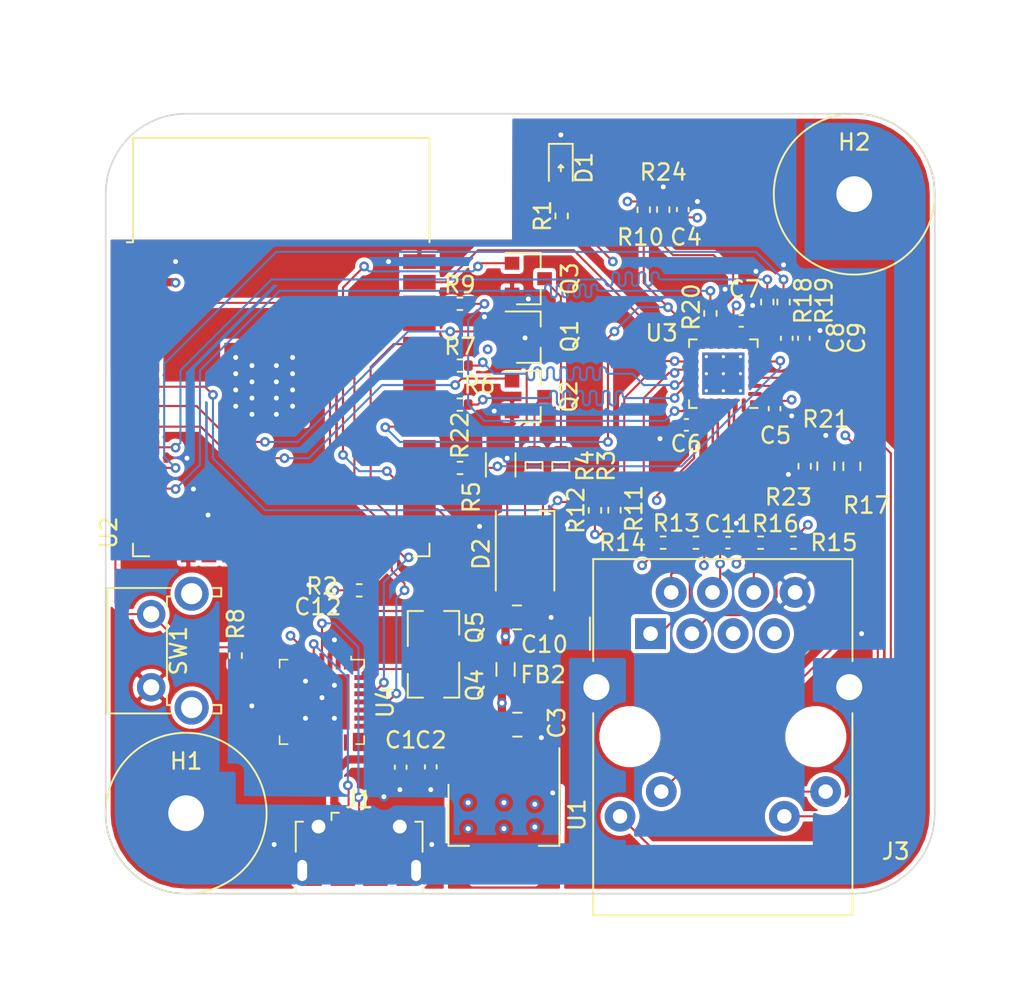
<source format=kicad_pcb>
(kicad_pcb (version 20171130) (host pcbnew "(5.1.7)-1")
  (layers (0 Front signal) (1 Gnd signal) (2 Pwr signal) (31 Back signal) (34 B.Paste user hide) (35 F.Paste user hide) (36 B.SilkS user) (37 F.SilkS user) (38 B.Mask user hide) (39 F.Mask user hide) (44 Edge.Cuts user))
  (net 0 "")
  (net 1 GND)
  (net 2 VBUS)
  (net 3 +3V3)
  (net 4 VDDCR)
  (net 5 "Net-(D2-Pad2)")
  (net 6 LED1_REGOFF)
  (net 7 LED2_nINTSEL)
  (net 8 EN)
  (net 9 RX)
  (net 10 TX)
  (net 11 RXD0)
  (net 12 RXD1)
  (net 13 MDIO)
  (net 14 TXD0)
  (net 15 TXEN)
  (net 16 TXD1)
  (net 17 MDC)
  (net 18 "Net-(U2-Pad4)")
  (net 19 "Net-(U3-Pad4)")
  (net 20 CLK50MHZ)
  (net 21 Blue)
  (net 22 Green)
  (net 23 Block)
  (net 24 Red)
  (net 25 "Net-(D1-Pad2)")
  (net 26 "Net-(J1-Pad4)")
  (net 27 Earth)
  (net 28 "Net-(Q1-Pad3)")
  (net 29 "Net-(Q2-Pad3)")
  (net 30 "Net-(Q3-Pad3)")
  (net 31 "Net-(D2-Pad1)")
  (net 32 "Net-(D2-Pad3)")
  (net 33 "Net-(J3-PadR7)")
  (net 34 IO0)
  (net 35 "Net-(U2-Pad32)")
  (net 36 "Net-(U2-Pad29)")
  (net 37 "Net-(U2-Pad24)")
  (net 38 "Net-(U2-Pad22)")
  (net 39 "Net-(U2-Pad21)")
  (net 40 "Net-(U2-Pad20)")
  (net 41 "Net-(U2-Pad19)")
  (net 42 "Net-(U2-Pad18)")
  (net 43 "Net-(U2-Pad17)")
  (net 44 "Net-(U2-Pad5)")
  (net 45 nINT)
  (net 46 CRS_DV)
  (net 47 nRST)
  (net 48 +3.3VA)
  (net 49 DTR)
  (net 50 RTS)
  (net 51 "Net-(U4-Pad27)")
  (net 52 "Net-(U4-Pad23)")
  (net 53 "Net-(U4-Pad21)")
  (net 54 "Net-(U4-Pad20)")
  (net 55 "Net-(U4-Pad19)")
  (net 56 "Net-(U4-Pad18)")
  (net 57 "Net-(U4-Pad17)")
  (net 58 "Net-(U4-Pad16)")
  (net 59 "Net-(U4-Pad14)")
  (net 60 "Net-(U4-Pad13)")
  (net 61 "Net-(U4-Pad12)")
  (net 62 "Net-(U4-Pad11)")
  (net 63 "Net-(U4-Pad10)")
  (net 64 "Net-(U4-Pad2)")
  (net 65 "Net-(U4-Pad1)")
  (net 66 "Net-(U4-Pad15)")
  (net 67 "Net-(U4-Pad22)")
  (net 68 /D+)
  (net 69 /D-)
  (net 70 /LEDG_K)
  (net 71 /LEDY_A)
  (net 72 /RD-)
  (net 73 /RD+)
  (net 74 /TD-)
  (net 75 /TD+)
  (net 76 /TXD0_R)
  (net 77 /TXEN_R)
  (net 78 /TXD1_R)
  (net 79 /RX0_R)
  (net 80 /RX1_R)
  (net 81 /CRS_DV_R)
  (net 82 /CLK_R)
  (net 83 /RBIAS)
  (net 84 /PHYAD0)
  (net 85 /MTMS)
  (net 86 /MTDI)
  (net 87 /MTCK)
  (net 88 /MTDO)
  (module EsperFootprints:VFQFN-28-1EP_5x5mm (layer Front) (at -12.2 12.2 270)
    (fp_text reference U4 (at 0 -3.9 90) (layer F.SilkS))
    (fp_text value CP2102-GMR_NRND)
    (pad 22 smd rect (at 1.5 -2.5 270) (size 0.3 1) (layers Front F.Paste F.Mask) (net 67 "Net-(U4-Pad22)"))
    (pad 15 smd rect (at 2.5 1.5 270) (size 1 0.3) (layers Front F.Paste F.Mask) (net 66 "Net-(U4-Pad15)"))
    (pad 8 smd rect (at -1.5 2.5 270) (size 0.3 1) (layers Front F.Paste F.Mask) (net 2 VBUS))
    (pad 1 smd rect (at -2.5 -1.5 270) (size 1 0.3) (layers Front F.Paste F.Mask) (net 65 "Net-(U4-Pad1)"))
    (pad 2 smd rect (at -2.5 -1 270) (size 1 0.3) (layers Front F.Paste F.Mask) (net 64 "Net-(U4-Pad2)"))
    (pad 3 smd rect (at -2.5 -0.5 270) (size 1 0.3) (layers Front F.Paste F.Mask) (net 1 GND))
    (pad 4 smd rect (at -2.5 0 270) (size 1 0.3) (layers Front F.Paste F.Mask) (net 68 /D+))
    (pad 5 smd rect (at -2.5 0.5 270) (size 1 0.3) (layers Front F.Paste F.Mask) (net 69 /D-))
    (pad 6 smd rect (at -2.5 1 270) (size 1 0.3) (layers Front F.Paste F.Mask) (net 3 +3V3))
    (pad 7 smd rect (at -2.5 1.5 270) (size 1 0.3) (layers Front F.Paste F.Mask) (net 2 VBUS))
    (pad 9 smd rect (at -1 2.5 270) (size 0.3 1) (layers Front F.Paste F.Mask) (net 2 VBUS))
    (pad 10 smd rect (at -0.5 2.5 270) (size 0.3 1) (layers Front F.Paste F.Mask) (net 63 "Net-(U4-Pad10)"))
    (pad 11 smd rect (at 0 2.5 270) (size 0.3 1) (layers Front F.Paste F.Mask) (net 62 "Net-(U4-Pad11)"))
    (pad 12 smd rect (at 0.5 2.5 270) (size 0.3 1) (layers Front F.Paste F.Mask) (net 61 "Net-(U4-Pad12)"))
    (pad 13 smd rect (at 1 2.5 270) (size 0.3 1) (layers Front F.Paste F.Mask) (net 60 "Net-(U4-Pad13)"))
    (pad 14 smd rect (at 1.5 2.5 270) (size 0.3 1) (layers Front F.Paste F.Mask) (net 59 "Net-(U4-Pad14)"))
    (pad 16 smd rect (at 2.5 1 270) (size 1 0.3) (layers Front F.Paste F.Mask) (net 58 "Net-(U4-Pad16)"))
    (pad 17 smd rect (at 2.5 0.5 270) (size 1 0.3) (layers Front F.Paste F.Mask) (net 57 "Net-(U4-Pad17)"))
    (pad 18 smd rect (at 2.5 0 270) (size 1 0.3) (layers Front F.Paste F.Mask) (net 56 "Net-(U4-Pad18)"))
    (pad 19 smd rect (at 2.5 -0.5 270) (size 1 0.3) (layers Front F.Paste F.Mask) (net 55 "Net-(U4-Pad19)"))
    (pad 20 smd rect (at 2.5 -1 270) (size 1 0.3) (layers Front F.Paste F.Mask) (net 54 "Net-(U4-Pad20)"))
    (pad 21 smd rect (at 2.5 -1.5 270) (size 1 0.3) (layers Front F.Paste F.Mask) (net 53 "Net-(U4-Pad21)"))
    (pad 23 smd rect (at 1 -2.5 270) (size 0.3 1) (layers Front F.Paste F.Mask) (net 52 "Net-(U4-Pad23)"))
    (pad 24 smd rect (at 0.5 -2.5 270) (size 0.3 1) (layers Front F.Paste F.Mask) (net 50 RTS))
    (pad 25 smd rect (at 0 -2.5 270) (size 0.3 1) (layers Front F.Paste F.Mask) (net 9 RX))
    (pad 26 smd rect (at -0.5 -2.5 270) (size 0.3 1) (layers Front F.Paste F.Mask) (net 10 TX))
    (pad 27 smd rect (at -1 -2.5 270) (size 0.3 1) (layers Front F.Paste F.Mask) (net 51 "Net-(U4-Pad27)"))
    (pad 28 smd rect (at -1.5 -2.5 270) (size 0.3 1) (layers Front F.Paste F.Mask) (net 49 DTR))
    (pad 29 smd rect (at 0 0 270) (size 3.4 3.4) (layers Front F.Paste F.Mask) (net 1 GND))
  )
  (module Capacitor_SMD:C_0402_1005Metric (layer Front) (at -9.906 6.604 180)
    (fp_text reference C12 (at 2.54 0.254) (layer F.SilkS))
    (fp_text value 1uF)
    (pad 1 smd roundrect (at -0.485 0 180) (size 0.59 0.64) (layers Front F.Paste F.Mask) (net 8 EN))
    (pad 2 smd roundrect (at 0.485 0 180) (size 0.59 0.64) (layers Front F.Paste F.Mask) (net 1 GND))
  )
  (module Connector_USB:USB_Micro-B_Molex-105017-0001 (layer Front) (at -9.906 21.336)
    (fp_text reference J1 (at 0 -3.1125) (layer F.SilkS))
    (fp_text value USB_B_Micro)
    (pad 6 smd rect (at 1 1.2375) (size 1.5 1.9) (layers Front F.Paste F.Mask) (net 27 Earth))
    (pad 6 thru_hole circle (at -2.5 -1.4625) (size 1.45 1.45) (drill 0.85) (layers *.Cu *.Mask) (net 27 Earth))
    (pad 2 smd rect (at -0.65 -1.4625) (size 0.4 1.35) (layers Front F.Paste F.Mask) (net 69 /D-))
    (pad 1 smd rect (at -1.3 -1.4625) (size 0.4 1.35) (layers Front F.Paste F.Mask) (net 2 VBUS))
    (pad 5 smd rect (at 1.3 -1.4625) (size 0.4 1.35) (layers Front F.Paste F.Mask) (net 1 GND))
    (pad 4 smd rect (at 0.65 -1.4625) (size 0.4 1.35) (layers Front F.Paste F.Mask) (net 26 "Net-(J1-Pad4)"))
    (pad 3 smd rect (at 0 -1.4625) (size 0.4 1.35) (layers Front F.Paste F.Mask) (net 68 /D+))
    (pad 6 thru_hole circle (at 2.5 -1.4625) (size 1.45 1.45) (drill 0.85) (layers *.Cu *.Mask) (net 27 Earth))
    (pad 6 smd rect (at -1 1.2375) (size 1.5 1.9) (layers Front F.Paste F.Mask) (net 27 Earth))
    (pad 6 thru_hole oval (at -3.5 1.2375 180) (size 1.2 1.9) (drill oval 0.6 1.3) (layers *.Cu *.Mask) (net 27 Earth))
    (pad 6 thru_hole oval (at 3.5 1.2375) (size 1.2 1.9) (drill oval 0.6 1.3) (layers *.Cu *.Mask) (net 27 Earth))
    (pad 6 smd rect (at 2.9 1.2375) (size 1.2 1.9) (layers Front F.Mask) (net 27 Earth))
    (pad 6 smd rect (at -2.9 1.2375) (size 1.2 1.9) (layers Front F.Mask) (net 27 Earth))
  )
  (module Package_TO_SOT_SMD:SOT-23 (layer Front) (at -5.334 7.366 90)
    (fp_text reference Q5 (at -0.254 2.54 270) (layer F.SilkS))
    (fp_text value 2N7002)
    (pad 1 smd rect (at -1 -0.95 90) (size 0.9 0.8) (layers Front F.Paste F.Mask) (net 49 DTR))
    (pad 2 smd rect (at -1 0.95 90) (size 0.9 0.8) (layers Front F.Paste F.Mask) (net 50 RTS))
    (pad 3 smd rect (at 1 0 90) (size 0.9 0.8) (layers Front F.Paste F.Mask) (net 8 EN))
  )
  (module Package_TO_SOT_SMD:SOT-23 (layer Front) (at -5.334 11.176 270)
    (fp_text reference Q4 (at 0 -2.54 90) (layer F.SilkS))
    (fp_text value 2N7002)
    (pad 1 smd rect (at -1 -0.95 270) (size 0.9 0.8) (layers Front F.Paste F.Mask) (net 50 RTS))
    (pad 2 smd rect (at -1 0.95 270) (size 0.9 0.8) (layers Front F.Paste F.Mask) (net 49 DTR))
    (pad 3 smd rect (at 1 0 270) (size 0.9 0.8) (layers Front F.Paste F.Mask) (net 34 IO0))
  )
  (module Capacitor_SMD:C_0805_2012Metric (layer Front) (at -0.2 7)
    (fp_text reference C10 (at 1.69 1.66 180) (layer F.SilkS))
    (fp_text value 10uF)
    (pad 1 smd roundrect (at -0.95 0) (size 1 1.45) (layers Front F.Paste F.Mask) (net 48 +3.3VA))
    (pad 2 smd roundrect (at 0.95 0) (size 1 1.45) (layers Front F.Paste F.Mask) (net 1 GND))
  )
  (module Capacitor_SMD:C_0805_2012Metric (layer Front) (at -0.175 13.6)
    (fp_text reference C3 (at 2.425 -0.11 90) (layer F.SilkS))
    (fp_text value 10uF)
    (pad 1 smd roundrect (at -0.95 0) (size 1 1.45) (layers Front F.Paste F.Mask) (net 3 +3V3))
    (pad 2 smd roundrect (at 0.95 0) (size 1 1.45) (layers Front F.Paste F.Mask) (net 1 GND))
  )
  (module Resistor_SMD:R_0603_1608Metric (layer Front) (at 18.8 -2.31 90)
    (fp_text reference R21 (at 2.89 0 180) (layer F.SilkS))
    (fp_text value 270)
    (pad 1 smd roundrect (at -0.825 0 90) (size 0.8 0.95) (layers Front F.Paste F.Mask) (net 70 /LEDG_K))
    (pad 2 smd roundrect (at 0.825 0 90) (size 0.8 0.95) (layers Front F.Paste F.Mask) (net 1 GND))
  )
  (module Resistor_SMD:R_0603_1608Metric (layer Front) (at 20.4 -2.3 270)
    (fp_text reference R17 (at 2.4 -0.9 180) (layer F.SilkS))
    (fp_text value 270)
    (pad 1 smd roundrect (at -0.825 0 270) (size 0.8 0.95) (layers Front F.Paste F.Mask) (net 48 +3.3VA))
    (pad 2 smd roundrect (at 0.825 0 270) (size 0.8 0.95) (layers Front F.Paste F.Mask) (net 71 /LEDY_A))
  )
  (module Inductor_SMD:L_0805_2012Metric (layer Front) (at -0.9 10.2 270)
    (fp_text reference FB2 (at 0.33 -2.31 180) (layer F.SilkS))
    (fp_text value Ferrite_Bead)
    (pad 1 smd roundrect (at -1.0625 0 270) (size 0.875 1.2) (layers Front F.Paste F.Mask) (net 48 +3.3VA))
    (pad 2 smd roundrect (at 1.0625 0 270) (size 0.875 1.2) (layers Front F.Paste F.Mask) (net 3 +3V3))
  )
  (module Resistor_SMD:R_0402_1005Metric (layer Front) (at -3.7 -2.2 180)
    (fp_text reference R22 (at 0 2 90) (layer F.SilkS))
    (fp_text value 49.9)
    (pad 1 smd roundrect (at -0.51 0 180) (size 0.54 0.64) (layers Front F.Paste F.Mask) (net 20 CLK50MHZ))
    (pad 2 smd roundrect (at 0.51 0 180) (size 0.54 0.64) (layers Front F.Paste F.Mask) (net 82 /CLK_R))
  )
  (module Package_DFN_QFN:QFN-24-1EP_4x4mm_P0.5mm_EP2.6x2.6mm_ThermalVias (layer Front) (at 12.5 -8 180)
    (fp_text reference U3 (at 3.8 2.5) (layer F.SilkS))
    (fp_text value LAN8720A)
    (pad 1 smd roundrect (at -1.9375 -1.25 180) (size 0.825 0.25) (layers Front F.Paste F.Mask) (net 48 +3.3VA))
    (pad 2 smd roundrect (at -1.9375 -0.75 180) (size 0.825 0.25) (layers Front F.Paste F.Mask) (net 7 LED2_nINTSEL))
    (pad 3 smd roundrect (at -1.9375 -0.25 180) (size 0.825 0.25) (layers Front F.Paste F.Mask) (net 6 LED1_REGOFF))
    (pad 4 smd roundrect (at -1.9375 0.25 180) (size 0.825 0.25) (layers Front F.Paste F.Mask) (net 19 "Net-(U3-Pad4)"))
    (pad 5 smd roundrect (at -1.9375 0.75 180) (size 0.825 0.25) (layers Front F.Paste F.Mask) (net 20 CLK50MHZ))
    (pad 6 smd roundrect (at -1.9375 1.25 180) (size 0.825 0.25) (layers Front F.Paste F.Mask) (net 4 VDDCR))
    (pad 7 smd roundrect (at -1.25 1.9375 180) (size 0.25 0.825) (layers Front F.Paste F.Mask) (net 80 /RX1_R))
    (pad 8 smd roundrect (at -0.75 1.9375 180) (size 0.25 0.825) (layers Front F.Paste F.Mask) (net 79 /RX0_R))
    (pad 9 smd roundrect (at -0.25 1.9375 180) (size 0.25 0.825) (layers Front F.Paste F.Mask) (net 3 +3V3))
    (pad 10 smd roundrect (at 0.25 1.9375 180) (size 0.25 0.825) (layers Front F.Paste F.Mask) (net 84 /PHYAD0))
    (pad 11 smd roundrect (at 0.75 1.9375 180) (size 0.25 0.825) (layers Front F.Paste F.Mask) (net 81 /CRS_DV_R))
    (pad 12 smd roundrect (at 1.25 1.9375 180) (size 0.25 0.825) (layers Front F.Paste F.Mask) (net 13 MDIO))
    (pad 13 smd roundrect (at 1.9375 1.25 180) (size 0.825 0.25) (layers Front F.Paste F.Mask) (net 17 MDC))
    (pad 14 smd roundrect (at 1.9375 0.75 180) (size 0.825 0.25) (layers Front F.Paste F.Mask) (net 45 nINT))
    (pad 15 smd roundrect (at 1.9375 0.25 180) (size 0.825 0.25) (layers Front F.Paste F.Mask) (net 47 nRST))
    (pad 16 smd roundrect (at 1.9375 -0.25 180) (size 0.825 0.25) (layers Front F.Paste F.Mask) (net 15 TXEN))
    (pad 17 smd roundrect (at 1.9375 -0.75 180) (size 0.825 0.25) (layers Front F.Paste F.Mask) (net 14 TXD0))
    (pad 18 smd roundrect (at 1.9375 -1.25 180) (size 0.825 0.25) (layers Front F.Paste F.Mask) (net 16 TXD1))
    (pad 19 smd roundrect (at 1.25 -1.9375 180) (size 0.25 0.825) (layers Front F.Paste F.Mask) (net 48 +3.3VA))
    (pad 20 smd roundrect (at 0.75 -1.9375 180) (size 0.25 0.825) (layers Front F.Paste F.Mask) (net 74 /TD-))
    (pad 21 smd roundrect (at 0.25 -1.9375 180) (size 0.25 0.825) (layers Front F.Paste F.Mask) (net 75 /TD+))
    (pad 22 smd roundrect (at -0.25 -1.9375 180) (size 0.25 0.825) (layers Front F.Paste F.Mask) (net 72 /RD-))
    (pad 23 smd roundrect (at -0.75 -1.9375 180) (size 0.25 0.825) (layers Front F.Paste F.Mask) (net 73 /RD+))
    (pad 24 smd roundrect (at -1.25 -1.9375 180) (size 0.25 0.825) (layers Front F.Paste F.Mask) (net 83 /RBIAS))
    (pad 25 smd rect (at 0 0 180) (size 2.6 2.6) (layers Front F.Mask) (net 1 GND))
    (pad 25 thru_hole circle (at -1.05 -1.05 180) (size 0.5 0.5) (drill 0.2) (layers *.Cu) (net 1 GND))
    (pad 25 thru_hole circle (at 0 -1.05 180) (size 0.5 0.5) (drill 0.2) (layers *.Cu) (net 1 GND))
    (pad 25 thru_hole circle (at 1.05 -1.05 180) (size 0.5 0.5) (drill 0.2) (layers *.Cu) (net 1 GND))
    (pad 25 thru_hole circle (at -1.05 0 180) (size 0.5 0.5) (drill 0.2) (layers *.Cu) (net 1 GND))
    (pad 25 thru_hole circle (at 0 0 180) (size 0.5 0.5) (drill 0.2) (layers *.Cu) (net 1 GND))
    (pad 25 thru_hole circle (at 1.05 0 180) (size 0.5 0.5) (drill 0.2) (layers *.Cu) (net 1 GND))
    (pad 25 thru_hole circle (at -1.05 1.05 180) (size 0.5 0.5) (drill 0.2) (layers *.Cu) (net 1 GND))
    (pad 25 thru_hole circle (at 0 1.05 180) (size 0.5 0.5) (drill 0.2) (layers *.Cu) (net 1 GND))
    (pad 25 thru_hole circle (at 1.05 1.05 180) (size 0.5 0.5) (drill 0.2) (layers *.Cu) (net 1 GND))
    (pad 25 smd rect (at 0 0 180) (size 2.6 2.6) (layers Back) (net 1 GND))
  )
  (module RF_Module:ESP32-WROOM-32 (layer Front) (at -14.7 -6.645)
    (fp_text reference U2 (at -10.61 8.43 90) (layer F.SilkS))
    (fp_text value ESP32-WROOM-32E)
    (pad 39 smd rect (at -1 -0.755) (size 5 5) (layers Front F.Paste F.Mask) (net 1 GND))
    (pad 1 smd rect (at -8.5 -8.255) (size 2 0.9) (layers Front F.Paste F.Mask) (net 1 GND))
    (pad 2 smd rect (at -8.5 -6.985) (size 2 0.9) (layers Front F.Paste F.Mask) (net 3 +3V3))
    (pad 3 smd rect (at -8.5 -5.715) (size 2 0.9) (layers Front F.Paste F.Mask) (net 8 EN))
    (pad 4 smd rect (at -8.5 -4.445) (size 2 0.9) (layers Front F.Paste F.Mask) (net 18 "Net-(U2-Pad4)"))
    (pad 5 smd rect (at -8.5 -3.175) (size 2 0.9) (layers Front F.Paste F.Mask) (net 44 "Net-(U2-Pad5)"))
    (pad 6 smd rect (at -8.5 -1.905) (size 2 0.9) (layers Front F.Paste F.Mask) (net 23 Block))
    (pad 7 smd rect (at -8.5 -0.635) (size 2 0.9) (layers Front F.Paste F.Mask) (net 45 nINT))
    (pad 8 smd rect (at -8.5 0.635) (size 2 0.9) (layers Front F.Paste F.Mask) (net 24 Red))
    (pad 9 smd rect (at -8.5 1.905) (size 2 0.9) (layers Front F.Paste F.Mask) (net 22 Green))
    (pad 10 smd rect (at -8.5 3.175) (size 2 0.9) (layers Front F.Paste F.Mask) (net 11 RXD0))
    (pad 11 smd rect (at -8.5 4.445) (size 2 0.9) (layers Front F.Paste F.Mask) (net 12 RXD1))
    (pad 12 smd rect (at -8.5 5.715) (size 2 0.9) (layers Front F.Paste F.Mask) (net 46 CRS_DV))
    (pad 13 smd rect (at -8.5 6.985) (size 2 0.9) (layers Front F.Paste F.Mask) (net 85 /MTMS))
    (pad 14 smd rect (at -8.5 8.255) (size 2 0.9) (layers Front F.Paste F.Mask) (net 86 /MTDI))
    (pad 15 smd rect (at -5.715 9.255 90) (size 2 0.9) (layers Front F.Paste F.Mask) (net 1 GND))
    (pad 16 smd rect (at -4.445 9.255 90) (size 2 0.9) (layers Front F.Paste F.Mask) (net 87 /MTCK))
    (pad 17 smd rect (at -3.175 9.255 90) (size 2 0.9) (layers Front F.Paste F.Mask) (net 43 "Net-(U2-Pad17)"))
    (pad 18 smd rect (at -1.905 9.255 90) (size 2 0.9) (layers Front F.Paste F.Mask) (net 42 "Net-(U2-Pad18)"))
    (pad 19 smd rect (at -0.635 9.255 90) (size 2 0.9) (layers Front F.Paste F.Mask) (net 41 "Net-(U2-Pad19)"))
    (pad 20 smd rect (at 0.635 9.255 90) (size 2 0.9) (layers Front F.Paste F.Mask) (net 40 "Net-(U2-Pad20)"))
    (pad 21 smd rect (at 1.905 9.255 90) (size 2 0.9) (layers Front F.Paste F.Mask) (net 39 "Net-(U2-Pad21)"))
    (pad 22 smd rect (at 3.175 9.255 90) (size 2 0.9) (layers Front F.Paste F.Mask) (net 38 "Net-(U2-Pad22)"))
    (pad 23 smd rect (at 4.445 9.255 90) (size 2 0.9) (layers Front F.Paste F.Mask) (net 88 /MTDO))
    (pad 24 smd rect (at 5.715 9.255 90) (size 2 0.9) (layers Front F.Paste F.Mask) (net 37 "Net-(U2-Pad24)"))
    (pad 25 smd rect (at 8.5 8.255) (size 2 0.9) (layers Front F.Paste F.Mask) (net 34 IO0))
    (pad 26 smd rect (at 8.5 6.985) (size 2 0.9) (layers Front F.Paste F.Mask) (net 47 nRST))
    (pad 27 smd rect (at 8.5 5.715) (size 2 0.9) (layers Front F.Paste F.Mask) (net 21 Blue))
    (pad 28 smd rect (at 8.5 4.445) (size 2 0.9) (layers Front F.Paste F.Mask) (net 82 /CLK_R))
    (pad 29 smd rect (at 8.5 3.175) (size 2 0.9) (layers Front F.Paste F.Mask) (net 36 "Net-(U2-Pad29)"))
    (pad 30 smd rect (at 8.5 1.905) (size 2 0.9) (layers Front F.Paste F.Mask) (net 13 MDIO))
    (pad 31 smd rect (at 8.5 0.635) (size 2 0.9) (layers Front F.Paste F.Mask) (net 76 /TXD0_R))
    (pad 32 smd rect (at 8.5 -0.635) (size 2 0.9) (layers Front F.Paste F.Mask) (net 35 "Net-(U2-Pad32)"))
    (pad 33 smd rect (at 8.5 -1.905) (size 2 0.9) (layers Front F.Paste F.Mask) (net 77 /TXEN_R))
    (pad 34 smd rect (at 8.5 -3.175) (size 2 0.9) (layers Front F.Paste F.Mask) (net 10 TX))
    (pad 35 smd rect (at 8.5 -4.445) (size 2 0.9) (layers Front F.Paste F.Mask) (net 9 RX))
    (pad 36 smd rect (at 8.5 -5.715) (size 2 0.9) (layers Front F.Paste F.Mask) (net 78 /TXD1_R))
    (pad 37 smd rect (at 8.5 -6.985) (size 2 0.9) (layers Front F.Paste F.Mask) (net 17 MDC))
    (pad 38 smd rect (at 8.5 -8.255) (size 2 0.9) (layers Front F.Paste F.Mask) (net 1 GND))
  )
  (module Package_TO_SOT_SMD:SOT-223 (layer Front) (at -1 19.15 270)
    (fp_text reference U1 (at 0 -4.5 90) (layer F.SilkS))
    (fp_text value AZ1117EH-3.3TRG1)
    (pad 4 smd rect (at 3.15 0 270) (size 2 3.8) (layers Front F.Paste F.Mask))
    (pad 2 smd rect (at -3.15 0 270) (size 2 1.5) (layers Front F.Paste F.Mask) (net 3 +3V3))
    (pad 3 smd rect (at -3.15 2.3 270) (size 2 1.5) (layers Front F.Paste F.Mask) (net 2 VBUS))
    (pad 1 smd rect (at -3.15 -2.3 270) (size 2 1.5) (layers Front F.Paste F.Mask) (net 1 GND))
  )
  (module Button_Switch_THT:SW_Tactile_SPST_Angled_PTS645Vx83-2LFS (layer Front) (at -22.7 11.3 90)
    (fp_text reference SW1 (at 2.25 1.68 90) (layer F.SilkS))
    (fp_text value "PTS645VH83-2 LFS")
    (pad "" thru_hole circle (at 5.76 2.49 90) (size 2.1 2.1) (drill 1.3) (layers *.Cu *.Mask))
    (pad 2 thru_hole circle (at 4.5 0 90) (size 1.75 1.75) (drill 0.99) (layers *.Cu *.Mask) (net 23 Block))
    (pad 1 thru_hole circle (at 0 0 90) (size 1.75 1.75) (drill 0.99) (layers *.Cu *.Mask) (net 1 GND))
    (pad "" thru_hole circle (at -1.25 2.49 90) (size 2.1 2.1) (drill 1.3) (layers *.Cu *.Mask))
  )
  (module Resistor_SMD:R_0402_1005Metric (layer Front) (at 8.8 -18.1 90)
    (fp_text reference R24 (at 2.3 0 180) (layer F.SilkS))
    (fp_text value 10K)
    (pad 1 smd roundrect (at -0.51 0 90) (size 0.54 0.64) (layers Front F.Paste F.Mask) (net 84 /PHYAD0))
    (pad 2 smd roundrect (at 0.51 0 90) (size 0.54 0.64) (layers Front F.Paste F.Mask) (net 1 GND))
  )
  (module Resistor_SMD:R_0402_1005Metric (layer Front) (at 17.5 -2.3 270)
    (fp_text reference R23 (at 1.9 1 180) (layer F.SilkS))
    (fp_text value 12.1K)
    (pad 1 smd roundrect (at -0.51 0 270) (size 0.54 0.64) (layers Front F.Paste F.Mask) (net 83 /RBIAS))
    (pad 2 smd roundrect (at 0.51 0 270) (size 0.54 0.64) (layers Front F.Paste F.Mask) (net 1 GND))
  )
  (module Resistor_SMD:R_0402_1005Metric (layer Front) (at 11.7 -11.71 90)
    (fp_text reference R20 (at 0.39 -1.17 270) (layer F.SilkS))
    (fp_text value 49.9)
    (pad 1 smd roundrect (at -0.51 0 90) (size 0.54 0.64) (layers Front F.Paste F.Mask) (net 81 /CRS_DV_R))
    (pad 2 smd roundrect (at 0.51 0 90) (size 0.54 0.64) (layers Front F.Paste F.Mask) (net 46 CRS_DV))
  )
  (module Resistor_SMD:R_0402_1005Metric (layer Front) (at 16.2 -12.41 90)
    (fp_text reference R19 (at 0.09 2.5 90) (layer F.SilkS))
    (fp_text value 49.9)
    (pad 1 smd roundrect (at -0.51 0 90) (size 0.54 0.64) (layers Front F.Paste F.Mask) (net 80 /RX1_R))
    (pad 2 smd roundrect (at 0.51 0 90) (size 0.54 0.64) (layers Front F.Paste F.Mask) (net 12 RXD1))
  )
  (module Resistor_SMD:R_0402_1005Metric (layer Front) (at 15.2 -12.41 90)
    (fp_text reference R18 (at 0.09 2.2 90) (layer F.SilkS))
    (fp_text value 49.9)
    (pad 1 smd roundrect (at -0.51 0 90) (size 0.54 0.64) (layers Front F.Paste F.Mask) (net 79 /RX0_R))
    (pad 2 smd roundrect (at 0.51 0 90) (size 0.54 0.64) (layers Front F.Paste F.Mask) (net 11 RXD0))
  )
  (module Resistor_SMD:R_0402_1005Metric (layer Front) (at 14.79 2.4)
    (fp_text reference R16 (at 0.91 -1.17) (layer F.SilkS))
    (fp_text value 49.9)
    (pad 1 smd roundrect (at -0.51 0) (size 0.54 0.64) (layers Front F.Paste F.Mask) (net 48 +3.3VA))
    (pad 2 smd roundrect (at 0.51 0) (size 0.54 0.64) (layers Front F.Paste F.Mask) (net 72 /RD-))
  )
  (module Resistor_SMD:R_0402_1005Metric (layer Front) (at 16.81 2.4 180)
    (fp_text reference R15 (at -2.49 0) (layer F.SilkS))
    (fp_text value 49.9)
    (pad 1 smd roundrect (at -0.51 0 180) (size 0.54 0.64) (layers Front F.Paste F.Mask) (net 48 +3.3VA))
    (pad 2 smd roundrect (at 0.51 0 180) (size 0.54 0.64) (layers Front F.Paste F.Mask) (net 73 /RD+))
  )
  (module Resistor_SMD:R_0402_1005Metric (layer Front) (at 8.79 2.4)
    (fp_text reference R14 (at -2.49 0) (layer F.SilkS))
    (fp_text value 49.9)
    (pad 1 smd roundrect (at -0.51 0) (size 0.54 0.64) (layers Front F.Paste F.Mask) (net 48 +3.3VA))
    (pad 2 smd roundrect (at 0.51 0) (size 0.54 0.64) (layers Front F.Paste F.Mask) (net 74 /TD-))
  )
  (module Resistor_SMD:R_0402_1005Metric (layer Front) (at 10.81 2.4 180)
    (fp_text reference R13 (at 1.21 1.2) (layer F.SilkS))
    (fp_text value 49.9)
    (pad 1 smd roundrect (at -0.51 0 180) (size 0.54 0.64) (layers Front F.Paste F.Mask) (net 48 +3.3VA))
    (pad 2 smd roundrect (at 0.51 0 180) (size 0.54 0.64) (layers Front F.Paste F.Mask) (net 75 /TD+))
  )
  (module Resistor_SMD:R_0402_1005Metric (layer Front) (at 4.6 0.41 90)
    (fp_text reference R12 (at 0 -1.17 90) (layer F.SilkS))
    (fp_text value 10K)
    (pad 1 smd roundrect (at -0.51 0 90) (size 0.54 0.64) (layers Front F.Paste F.Mask) (net 48 +3.3VA))
    (pad 2 smd roundrect (at 0.51 0 90) (size 0.54 0.64) (layers Front F.Paste F.Mask) (net 45 nINT))
  )
  (module Resistor_SMD:R_0402_1005Metric (layer Front) (at 5.8 0.4 90)
    (fp_text reference R11 (at 0.1 1.2 90) (layer F.SilkS))
    (fp_text value 10K)
    (pad 1 smd roundrect (at -0.51 0 90) (size 0.54 0.64) (layers Front F.Paste F.Mask) (net 48 +3.3VA))
    (pad 2 smd roundrect (at 0.51 0 90) (size 0.54 0.64) (layers Front F.Paste F.Mask) (net 47 nRST))
  )
  (module Resistor_SMD:R_0402_1005Metric (layer Front) (at 7.6 -18.09 270)
    (fp_text reference R10 (at 1.69 0.2 180) (layer F.SilkS))
    (fp_text value 10K)
    (pad 1 smd roundrect (at -0.51 0 270) (size 0.54 0.64) (layers Front F.Paste F.Mask) (net 48 +3.3VA))
    (pad 2 smd roundrect (at 0.51 0 270) (size 0.54 0.64) (layers Front F.Paste F.Mask) (net 13 MDIO))
  )
  (module Resistor_SMD:R_0402_1005Metric (layer Front) (at -3.71 -12.3)
    (fp_text reference R9 (at 0 -1.17) (layer F.SilkS))
    (fp_text value 49.9)
    (pad 1 smd roundrect (at -0.51 0) (size 0.54 0.64) (layers Front F.Paste F.Mask) (net 78 /TXD1_R))
    (pad 2 smd roundrect (at 0.51 0) (size 0.54 0.64) (layers Front F.Paste F.Mask) (net 16 TXD1))
  )
  (module Resistor_SMD:R_0402_1005Metric (layer Front) (at -17.5 9.35 90)
    (fp_text reference R8 (at 1.95 0 90) (layer F.SilkS))
    (fp_text value 10K)
    (pad 1 smd roundrect (at -0.51 0 90) (size 0.54 0.64) (layers Front F.Paste F.Mask) (net 2 VBUS))
    (pad 2 smd roundrect (at 0.51 0 90) (size 0.54 0.64) (layers Front F.Paste F.Mask) (net 23 Block))
  )
  (module Resistor_SMD:R_0402_1005Metric (layer Front) (at -3.7 -8.5)
    (fp_text reference R7 (at 0 -1.17) (layer F.SilkS))
    (fp_text value 49.9)
    (pad 1 smd roundrect (at -0.51 0) (size 0.54 0.64) (layers Front F.Paste F.Mask) (net 77 /TXEN_R))
    (pad 2 smd roundrect (at 0.51 0) (size 0.54 0.64) (layers Front F.Paste F.Mask) (net 15 TXEN))
  )
  (module Resistor_SMD:R_0402_1005Metric (layer Front) (at -3.71 -6.1)
    (fp_text reference R6 (at 1.21 -1.2) (layer F.SilkS))
    (fp_text value 49.9)
    (pad 1 smd roundrect (at -0.51 0) (size 0.54 0.64) (layers Front F.Paste F.Mask) (net 76 /TXD0_R))
    (pad 2 smd roundrect (at 0.51 0) (size 0.54 0.64) (layers Front F.Paste F.Mask) (net 14 TXD0))
  )
  (module Resistor_SMD:R_1206_3216Metric (layer Front) (at -1.2 -2.3875 90)
    (fp_text reference R5 (at -1.9875 -1.8 90) (layer F.SilkS))
    (fp_text value 82)
    (pad 1 smd roundrect (at -1.4625 0 90) (size 1.125 1.75) (layers Front F.Paste F.Mask) (roundrect_rratio 0.2222213333333333) (net 32 "Net-(D2-Pad3)"))
    (pad 2 smd roundrect (at 1.4625 0 90) (size 1.125 1.75) (layers Front F.Paste F.Mask) (roundrect_rratio 0.2222213333333333) (net 28 "Net-(Q1-Pad3)"))
  )
  (module Resistor_SMD:R_0603_1608Metric (layer Front) (at 0.85 -2.325 90)
    (fp_text reference R4 (at 0 3.15 90) (layer F.SilkS))
    (fp_text value 47)
    (pad 1 smd roundrect (at -0.825 0 90) (size 0.8 0.95) (layers Front F.Paste F.Mask) (net 5 "Net-(D2-Pad2)"))
    (pad 2 smd roundrect (at 0.825 0 90) (size 0.8 0.95) (layers Front F.Paste F.Mask) (net 29 "Net-(Q2-Pad3)"))
  )
  (module Resistor_SMD:R_0603_1608Metric (layer Front) (at 2.5 -2.325 90)
    (fp_text reference R3 (at 0 2.8 90) (layer F.SilkS))
    (fp_text value 47)
    (pad 1 smd roundrect (at -0.825 0 90) (size 0.8 0.95) (layers Front F.Paste F.Mask) (net 31 "Net-(D2-Pad1)"))
    (pad 2 smd roundrect (at 0.825 0 90) (size 0.8 0.95) (layers Front F.Paste F.Mask) (net 30 "Net-(Q3-Pad3)"))
  )
  (module Resistor_SMD:R_0402_1005Metric (layer Front) (at -9.906 5.334 180)
    (fp_text reference R2 (at 2.286 0.254) (layer F.SilkS))
    (fp_text value 10K)
    (pad 1 smd roundrect (at -0.51 0 180) (size 0.54 0.64) (layers Front F.Paste F.Mask) (net 8 EN))
    (pad 2 smd roundrect (at 0.51 0 180) (size 0.54 0.64) (layers Front F.Paste F.Mask) (net 3 +3V3))
  )
  (module Resistor_SMD:R_0402_1005Metric (layer Front) (at 2.55 -17.71 90)
    (fp_text reference R1 (at 0 -1.17 90) (layer F.SilkS))
    (fp_text value 470)
    (pad 1 smd roundrect (at -0.51 0 90) (size 0.54 0.64) (layers Front F.Paste F.Mask) (net 3 +3V3))
    (pad 2 smd roundrect (at 0.51 0 90) (size 0.54 0.64) (layers Front F.Paste F.Mask) (net 25 "Net-(D1-Pad2)"))
  )
  (module Package_TO_SOT_SMD:SOT-23 (layer Front) (at 0.5 -13.85)
    (fp_text reference Q3 (at 2.55 0 90) (layer F.SilkS))
    (fp_text value 2N7002)
    (pad 1 smd rect (at -1 -0.95) (size 0.9 0.8) (layers Front F.Paste F.Mask) (net 21 Blue))
    (pad 2 smd rect (at -1 0.95) (size 0.9 0.8) (layers Front F.Paste F.Mask) (net 1 GND))
    (pad 3 smd rect (at 1 0) (size 0.9 0.8) (layers Front F.Paste F.Mask) (net 30 "Net-(Q3-Pad3)"))
  )
  (module Package_TO_SOT_SMD:SOT-23 (layer Front) (at 0.5 -6.6)
    (fp_text reference Q2 (at 2.5 0 90) (layer F.SilkS))
    (fp_text value 2N7002)
    (pad 1 smd rect (at -1 -0.95) (size 0.9 0.8) (layers Front F.Paste F.Mask) (net 22 Green))
    (pad 2 smd rect (at -1 0.95) (size 0.9 0.8) (layers Front F.Paste F.Mask) (net 1 GND))
    (pad 3 smd rect (at 1 0) (size 0.9 0.8) (layers Front F.Paste F.Mask) (net 29 "Net-(Q2-Pad3)"))
  )
  (module Package_TO_SOT_SMD:SOT-23 (layer Front) (at 0.5 -10.25)
    (fp_text reference Q1 (at 2.55 -0.05 90) (layer F.SilkS))
    (fp_text value 2N7002)
    (pad 1 smd rect (at -1 -0.95) (size 0.9 0.8) (layers Front F.Paste F.Mask) (net 24 Red))
    (pad 2 smd rect (at -1 0.95) (size 0.9 0.8) (layers Front F.Paste F.Mask) (net 1 GND))
    (pad 3 smd rect (at 1 0) (size 0.9 0.8) (layers Front F.Paste F.Mask) (net 28 "Net-(Q1-Pad3)"))
  )
  (module Connector_RJ:RJ45_Amphenol_RJMG1BD3B8K1ANR (layer Front) (at 8.02 8)
    (fp_text reference J3 (at 15.08 13.4) (layer F.SilkS))
    (fp_text value RJ45_Amphenol_RJMG1BD3B8K1ANR)
    (pad R1 thru_hole rect (at 0 0) (size 1.9 1.9) (drill 0.9) (layers *.Cu *.Mask) (net 75 /TD+))
    (pad R2 thru_hole circle (at 1.27 -2.54) (size 1.9 1.9) (drill 0.9) (layers *.Cu *.Mask) (net 74 /TD-))
    (pad R3 thru_hole circle (at 2.54 0) (size 1.9 1.9) (drill 0.9) (layers *.Cu *.Mask) (net 73 /RD+))
    (pad R4 thru_hole circle (at 3.81 -2.54) (size 1.9 1.9) (drill 0.9) (layers *.Cu *.Mask) (net 48 +3.3VA))
    (pad R5 thru_hole circle (at 5.08 0) (size 1.9 1.9) (drill 0.9) (layers *.Cu *.Mask) (net 48 +3.3VA))
    (pad R6 thru_hole circle (at 6.35 -2.54) (size 1.9 1.9) (drill 0.9) (layers *.Cu *.Mask) (net 72 /RD-))
    (pad R7 thru_hole circle (at 7.62 0) (size 1.9 1.9) (drill 0.9) (layers *.Cu *.Mask) (net 33 "Net-(J3-PadR7)"))
    (pad R8 thru_hole circle (at 8.89 -2.54) (size 1.9 1.9) (drill 0.9) (layers *.Cu *.Mask) (net 1 GND))
    (pad L1 thru_hole circle (at 10.77 9.72) (size 1.89 1.89) (drill 0.89) (layers *.Cu *.Mask) (net 71 /LEDY_A))
    (pad L2 thru_hole circle (at 8.23 11.24) (size 1.89 1.89) (drill 0.89) (layers *.Cu *.Mask) (net 7 LED2_nINTSEL))
    (pad L3 thru_hole circle (at 0.66 9.72) (size 1.89 1.89) (drill 0.89) (layers *.Cu *.Mask) (net 70 /LEDG_K))
    (pad L4 thru_hole circle (at -1.88 11.24) (size 1.89 1.89) (drill 0.89) (layers *.Cu *.Mask) (net 6 LED1_REGOFF))
    (pad 13 thru_hole circle (at -3.33 3.29) (size 2.6 2.6) (drill 1.6) (layers *.Cu *.Mask) (net 27 Earth))
    (pad 13 thru_hole circle (at 12.22 3.29) (size 2.6 2.6) (drill 1.6) (layers *.Cu *.Mask) (net 27 Earth))
    (pad "" np_thru_hole circle (at -1.27 6.34) (size 3.25 3.25) (drill 3.25) (layers *.Cu *.Mask))
    (pad "" np_thru_hole circle (at 10.16 6.34) (size 3.25 3.25) (drill 3.25) (layers *.Cu *.Mask))
  )
  (module MountingHole:MountingHole_2.2mm_M2_Pad (layer Front) (at 20.55 -19.05)
    (fp_text reference H2 (at 0 -3.2) (layer F.SilkS))
    (fp_text value MountingHole)
    (pad 1 thru_hole circle (at 0 0) (size 4.4 4.4) (drill 2.2) (layers *.Cu *.Mask) (net 27 Earth))
  )
  (module MountingHole:MountingHole_2.2mm_M2_Pad (layer Front) (at -20.55 19.05)
    (fp_text reference H1 (at 0 -3.2) (layer F.SilkS))
    (fp_text value MountingHole)
    (pad 1 thru_hole circle (at 0 0) (size 4.4 4.4) (drill 2.2) (layers *.Cu *.Mask) (net 27 Earth))
  )
  (module LED_SMD:LED_RGB_PLCC-6 (layer Front) (at 0.3 3 270)
    (fp_text reference D2 (at 0.1 2.7 270) (layer F.SilkS))
    (fp_text value RS-3535MWAR)
    (pad 1 smd rect (at -1.55 -1.1) (size 0.7 1.3) (layers Front F.Paste F.Mask) (net 31 "Net-(D2-Pad1)"))
    (pad 2 smd rect (at -1.55 0) (size 0.7 1.3) (layers Front F.Paste F.Mask) (net 5 "Net-(D2-Pad2)"))
    (pad 3 smd rect (at -1.55 1.1) (size 0.7 1.3) (layers Front F.Paste F.Mask) (net 32 "Net-(D2-Pad3)"))
    (pad 4 smd rect (at 1.55 1.1) (size 0.7 1.3) (layers Front F.Paste F.Mask) (net 2 VBUS))
    (pad 5 smd rect (at 1.55 0) (size 0.7 1.3) (layers Front F.Paste F.Mask) (net 2 VBUS))
    (pad 6 smd rect (at 1.55 -1.1) (size 0.7 1.3) (layers Front F.Paste F.Mask) (net 2 VBUS))
  )
  (module Diode_SMD:D_0603_1608Metric (layer Front) (at 2.5 -20.6625 270)
    (fp_text reference D1 (at 0 -1.43 90) (layer F.SilkS))
    (fp_text value GRN)
    (pad 1 smd roundrect (at -0.7875 0 270) (size 0.875 0.95) (layers Front F.Paste F.Mask) (net 1 GND))
    (pad 2 smd roundrect (at 0.7875 0 270) (size 0.875 0.95) (layers Front F.Paste F.Mask) (net 25 "Net-(D1-Pad2)"))
  )
  (module Capacitor_SMD:C_0402_1005Metric (layer Front) (at 12.78 2.4)
    (fp_text reference C11 (at 0 -1.16) (layer F.SilkS))
    (fp_text value 0.1uF)
    (pad 1 smd roundrect (at -0.48 0) (size 0.56 0.62) (layers Front F.Paste F.Mask) (net 48 +3.3VA))
    (pad 2 smd roundrect (at 0.48 0) (size 0.56 0.62) (layers Front F.Paste F.Mask) (net 1 GND))
  )
  (module Capacitor_SMD:C_0402_1005Metric (layer Front) (at 17.45 -10.18 90)
    (fp_text reference C9 (at 0.02 3.25 90) (layer F.SilkS))
    (fp_text value 1uF)
    (pad 1 smd roundrect (at -0.48 0 90) (size 0.56 0.62) (layers Front F.Paste F.Mask) (net 4 VDDCR))
    (pad 2 smd roundrect (at 0.48 0 90) (size 0.56 0.62) (layers Front F.Paste F.Mask) (net 1 GND))
  )
  (module Capacitor_SMD:C_0402_1005Metric (layer Front) (at 16.4 -10.18 90)
    (fp_text reference C8 (at 0.02 3 270) (layer F.SilkS))
    (fp_text value 0.1uF)
    (pad 1 smd roundrect (at -0.48 0 90) (size 0.56 0.62) (layers Front F.Paste F.Mask) (net 4 VDDCR))
    (pad 2 smd roundrect (at 0.48 0 90) (size 0.56 0.62) (layers Front F.Paste F.Mask) (net 1 GND))
  )
  (module Capacitor_SMD:C_0402_1005Metric (layer Front) (at 13.6 -11.25)
    (fp_text reference C7 (at 0.2 -1.95) (layer F.SilkS))
    (fp_text value 0.1uF)
    (pad 1 smd roundrect (at -0.48 0) (size 0.56 0.62) (layers Front F.Paste F.Mask) (net 3 +3V3))
    (pad 2 smd roundrect (at 0.48 0) (size 0.56 0.62) (layers Front F.Paste F.Mask) (net 1 GND))
  )
  (module Capacitor_SMD:C_0402_1005Metric (layer Front) (at 10.22 -4.85 180)
    (fp_text reference C6 (at 0 -1.16) (layer F.SilkS))
    (fp_text value 0.1uF)
    (pad 1 smd roundrect (at -0.48 0 180) (size 0.56 0.62) (layers Front F.Paste F.Mask) (net 48 +3.3VA))
    (pad 2 smd roundrect (at 0.48 0 180) (size 0.56 0.62) (layers Front F.Paste F.Mask) (net 1 GND))
  )
  (module Capacitor_SMD:C_0402_1005Metric (layer Front) (at 15.65 -5.85 270)
    (fp_text reference C5 (at 1.65 -0.05 180) (layer F.SilkS))
    (fp_text value 0.1uF)
    (pad 1 smd roundrect (at -0.48 0 270) (size 0.56 0.62) (layers Front F.Paste F.Mask) (net 48 +3.3VA))
    (pad 2 smd roundrect (at 0.48 0 270) (size 0.56 0.62) (layers Front F.Paste F.Mask) (net 1 GND))
  )
  (module Capacitor_SMD:C_0402_1005Metric (layer Front) (at 10 -18.1 90)
    (fp_text reference C4 (at -1.7 0.2 180) (layer F.SilkS))
    (fp_text value 1uF)
    (pad 1 smd roundrect (at -0.48 0 90) (size 0.56 0.62) (layers Front F.Paste F.Mask) (net 48 +3.3VA))
    (pad 2 smd roundrect (at 0.48 0 90) (size 0.56 0.62) (layers Front F.Paste F.Mask) (net 1 GND))
  )
  (module Capacitor_SMD:C_0402_1005Metric (layer Front) (at -5.5 16.2 270)
    (fp_text reference C2 (at -1.65 0 180) (layer F.SilkS))
    (fp_text value 0.1uF)
    (pad 1 smd roundrect (at -0.48 0 270) (size 0.56 0.62) (layers Front F.Paste F.Mask) (net 2 VBUS))
    (pad 2 smd roundrect (at 0.48 0 270) (size 0.56 0.62) (layers Front F.Paste F.Mask) (net 1 GND))
  )
  (module Capacitor_SMD:C_0402_1005Metric (layer Front) (at -7.35 16.22 270)
    (fp_text reference C1 (at -1.67 0 180) (layer F.SilkS))
    (fp_text value 1uF)
    (pad 1 smd roundrect (at -0.48 0 270) (size 0.56 0.62) (layers Front F.Paste F.Mask) (net 2 VBUS))
    (pad 2 smd roundrect (at 0.48 0 270) (size 0.56 0.62) (layers Front F.Paste F.Mask) (net 1 GND))
  )
  (gr_arc (start -20.55 19.05) (end -20.55 24) (angle 90) (layer Edge.Cuts) (width 0.1))
  (gr_arc (start 20.55 19.05) (end 25.5 19.05) (angle 90) (layer Edge.Cuts) (width 0.1))
  (gr_arc (start 20.55 -19.05) (end 20.55 -24) (angle 90) (layer Edge.Cuts) (width 0.1))
  (gr_arc (start -20.55 -19.05) (end -25.5 -19.05) (angle 90) (layer Edge.Cuts) (width 0.1))
  (gr_circle (center -20.55 19.05) (end -15.6 19.05) (layer F.SilkS) (width 0.12))
  (gr_circle (center 20.55 -19.05) (end 25.5 -19.05) (layer F.SilkS) (width 0.12))
  (gr_line (start 2.35 -20.7) (end 2.5 -20.85) (layer F.SilkS) (width 0.12))
  (gr_line (start 2.65 -20.7) (end 2.35 -20.7) (layer F.SilkS) (width 0.12))
  (gr_line (start 2.5 -20.85) (end 2.65 -20.7) (layer F.SilkS) (width 0.12))
  (gr_line (start 2.5 -20.45) (end 2.5 -20.85) (layer F.SilkS) (width 0.12))
  (gr_line (start 25.5 -19.05) (end 25.5 19.05) (layer Edge.Cuts) (width 0.1))
  (gr_line (start -20.55 -24) (end 20.55 -24) (layer Edge.Cuts) (width 0.1))
  (gr_line (start -25.5 -19.05) (end -25.5 19.05) (layer Edge.Cuts) (width 0.1))
  (gr_line (start -20.55 24) (end 20.55 24) (layer Edge.Cuts) (width 0.1))
  (via (at -11.43 13.208) (size 0.6) (drill 0.3) (layers Front Back) (net 1))
  (via (at -11.43 11.176) (size 0.6) (drill 0.3) (layers Front Back) (net 1))
  (via (at -13.208 13.208) (size 0.6) (drill 0.3) (layers Front Back) (net 1))
  (via (at -12.192 11.938) (size 0.6) (drill 0.3) (layers Front Back) (net 1))
  (via (at -13.208 10.922) (size 0.6) (drill 0.3) (layers Front Back) (net 1))
  (via (at -16.5 -5.5) (size 0.6) (drill 0.3) (layers Front Back) (net 1))
  (via (at -17.5 -6) (size 0.6) (drill 0.3) (layers Front Back) (net 1))
  (via (at -16.5 -6.5) (size 0.6) (drill 0.3) (layers Front Back) (net 1))
  (via (at -17.5 -7) (size 0.6) (drill 0.3) (layers Front Back) (net 1))
  (via (at -15 -5.5) (size 0.6) (drill 0.3) (layers Front Back) (net 1))
  (via (at -14 -6) (size 0.6) (drill 0.3) (layers Front Back) (net 1))
  (via (at -15 -6.5) (size 0.6) (drill 0.3) (layers Front Back) (net 1))
  (via (at -14 -7) (size 0.6) (drill 0.3) (layers Front Back) (net 1))
  (via (at -15 -7.5) (size 0.6) (drill 0.3) (layers Front Back) (net 1))
  (via (at -16.5 -7.5) (size 0.6) (drill 0.3) (layers Front Back) (net 1))
  (via (at -17.5 -8) (size 0.6) (drill 0.3) (layers Front Back) (net 1))
  (via (at -14 -8) (size 0.6) (drill 0.3) (layers Front Back) (net 1))
  (via (at -15 -8.5) (size 0.6) (drill 0.3) (layers Front Back) (net 1))
  (via (at -16.5 -8.5) (size 0.6) (drill 0.3) (layers Front Back) (net 1))
  (via (at -14 -9) (size 0.6) (drill 0.3) (layers Front Back) (net 1))
  (via (at -17.5 -9) (size 0.6) (drill 0.3) (layers Front Back) (net 1))
  (via (at 0.5 -12.6) (size 0.6) (drill 0.3) (layers Front Back) (net 1))
  (segment (start 0.2 -12.9) (end 0.5 -12.6) (width 0.127) (layer Front) (net 1))
  (segment (start -0.6 -12.9) (end 0.2 -12.9) (width 0.127) (layer Front) (net 1))
  (via (at 0.3 -10.2) (size 0.6) (drill 0.3) (layers Front Back) (net 1))
  (segment (start -0.6 -9.3) (end 0.3 -10.2) (width 0.127) (layer Front) (net 1))
  (segment (start -0.6 -9.25) (end -0.6 -9.3) (width 0.127) (layer Front) (net 1))
  (via (at -1.6 -5.7) (size 0.6) (drill 0.3) (layers Front Back) (net 1))
  (segment (start -1.5 -5.6) (end -1.6 -5.7) (width 0.127) (layer Front) (net 1))
  (segment (start -0.6 -5.6) (end -1.5 -5.6) (width 0.127) (layer Front) (net 1))
  (via (at -20.1 -0.9) (size 0.6) (drill 0.3) (layers Front Back) (net 1))
  (via (at -20.5 -2.8) (size 0.6) (drill 0.3) (layers Front Back) (net 1))
  (via (at 14.5 -14.3) (size 0.6) (drill 0.3) (layers Front Back) (net 1))
  (via (at 12.6 -13.2) (size 0.6) (drill 0.3) (layers Front Back) (net 1))
  (via (at -0.8 -2.8) (size 0.6) (drill 0.3) (layers Front Back) (net 1))
  (via (at -21.2 -14.9) (size 0.6) (drill 0.3) (layers Front Back) (net 1))
  (via (at -2.2 -11.5) (size 0.6) (drill 0.3) (layers Front Back) (net 1))
  (via (at 16.2 -14.7) (size 0.6) (drill 0.3) (layers Front Back) (net 1))
  (via (at 2.5 -22.7) (size 0.6) (drill 0.3) (layers Front Back) (net 1))
  (segment (start 2.5 -21.45) (end 2.5 -22.7) (width 0.127) (layer Front) (net 1))
  (via (at 16.7 -5.4) (size 0.6) (drill 0.3) (layers Front Back) (net 1))
  (segment (start 16.67 -5.37) (end 16.7 -5.4) (width 0.127) (layer Front) (net 1))
  (segment (start 15.65 -5.37) (end 16.67 -5.37) (width 0.127) (layer Front) (net 1))
  (segment (start 16.4 -10.66) (end 17.45 -10.66) (width 0.127) (layer Front) (net 1))
  (segment (start 17.45 -10.66) (end 18.44 -10.66) (width 0.127) (layer Front) (net 1))
  (via (at 18.44 -10.66) (size 0.6) (drill 0.3) (layers Front Back) (net 1))
  (via (at 13.3 1.2) (size 0.6) (drill 0.3) (layers Front Back) (net 1))
  (segment (start 9.45 -4.85) (end 8.6 -4) (width 0.127) (layer Front) (net 1))
  (segment (start 9.74 -4.85) (end 9.45 -4.85) (width 0.127) (layer Front) (net 1))
  (via (at 8.6 -4) (size 0.6) (drill 0.3) (layers Front Back) (net 1))
  (segment (start -23.2 -14.9) (end -21.2 -14.9) (width 0.508) (layer Front) (net 1))
  (via (at 10.9 -18.6) (size 0.6) (drill 0.3) (layers Front Back) (net 1))
  (segment (start 10.88 -18.58) (end 10.9 -18.6) (width 0.127) (layer Front) (net 1))
  (segment (start 10 -18.58) (end 10.88 -18.58) (width 0.127) (layer Front) (net 1))
  (via (at 8.8 -19.5) (size 0.6) (drill 0.3) (layers Front Back) (net 1))
  (segment (start 8.8 -18.61) (end 8.8 -19.5) (width 0.127) (layer Front) (net 1))
  (segment (start 1.3 17.1) (end 2 17.8) (width 0.508) (layer Front) (net 1))
  (segment (start 1.3 16) (end 1.3 17.1) (width 0.508) (layer Front) (net 1))
  (via (at 2 17.8) (size 0.6) (drill 0.3) (layers Front Back) (net 1))
  (via (at -5.5 17.6) (size 0.6) (drill 0.3) (layers Front Back) (net 1))
  (segment (start -5.5 16.68) (end -5.5 17.6) (width 0.127) (layer Front) (net 1))
  (segment (start -7.35 17.55) (end -7.4 17.6) (width 0.127) (layer Front) (net 1))
  (segment (start -7.35 16.7) (end -7.35 17.55) (width 0.127) (layer Front) (net 1))
  (via (at -7.4 17.6) (size 0.6) (drill 0.3) (layers Front Back) (net 1))
  (segment (start 1.3 14.3) (end 0.6 13.6) (width 0.508) (layer Front) (net 1))
  (segment (start 1.3 16) (end 1.3 14.4) (width 0.508) (layer Front) (net 1))
  (segment (start 1.3 14.4) (end 1.3 14.3) (width 0.508) (layer Front) (net 1))
  (via (at 1.3 14.4) (size 0.6) (drill 0.3) (layers Front Back) (net 1))
  (segment (start -6.2 -14.9) (end -8.1 -14.9) (width 0.508) (layer Front) (net 1))
  (via (at -8.1 -14.9) (size 0.6) (drill 0.3) (layers Front Back) (net 1))
  (segment (start 14.08 -11.98) (end 14.3 -12.2) (width 0.127) (layer Front) (net 1))
  (segment (start 14.08 -11.25) (end 14.08 -11.98) (width 0.127) (layer Front) (net 1))
  (via (at 14.3 -12.2) (size 0.6) (drill 0.3) (layers Front Back) (net 1))
  (via (at 1.9 7) (size 0.6) (drill 0.3) (layers Front Back) (net 1))
  (segment (start 0.575 7) (end 1.9 7) (width 0.127) (layer Front) (net 1))
  (via (at -19.2 0.7) (size 0.6) (drill 0.3) (layers Front Back) (net 1))
  (segment (start -20.415 2.61) (end -20.415 1.102) (width 0.508) (layer Front) (net 1))
  (segment (start -20.415 1.102) (end -20.013 0.7) (width 0.508) (layer Front) (net 1))
  (segment (start -20.013 0.7) (end -19.2 0.7) (width 0.508) (layer Front) (net 1))
  (segment (start 13.26 2.4) (end 13.26 2.46) (width 0.127) (layer Front) (net 1))
  (segment (start 13.3 2.42) (end 13.3 1.2) (width 0.127) (layer Front) (net 1))
  (segment (start 13.26 2.46) (end 13.3 2.42) (width 0.127) (layer Front) (net 1))
  (via (at -13 5) (size 0.6) (drill 0.3) (layers Front Back) (net 1))
  (via (at 21 8) (size 0.6) (drill 0.3) (layers Front Back) (net 1))
  (via (at -2.5 1.4) (size 0.6) (drill 0.3) (layers Front Back) (net 1))
  (via (at 2.9 1.3) (size 0.6) (drill 0.3) (layers Front Back) (net 1))
  (via (at 16.5 -1.799994) (size 0.6) (drill 0.3) (layers Front Back) (net 1))
  (segment (start 17.7 -1.79) (end 16.509994 -1.79) (width 0.127) (layer Front) (net 1))
  (segment (start 16.509994 -1.79) (end 16.5 -1.799994) (width 0.127) (layer Front) (net 1))
  (via (at 18.8 -4.2) (size 0.6) (drill 0.3) (layers Front Back) (net 1))
  (segment (start 18.8 -2.82) (end 18.8 -4.2) (width 0.127) (layer Front) (net 1))
  (via (at -8.382 18.034) (size 0.6) (drill 0.3) (layers Front Back) (net 1))
  (segment (start -11.692 9.692) (end -11.692 8.644) (width 0.127) (layer Front) (net 1))
  (segment (start -11.692 8.644) (end -11.43 8.382) (width 0.127) (layer Front) (net 1))
  (segment (start -11.43 8.382) (end -11.43 8.382) (width 0.127) (layer Front) (net 1))
  (via (at -11.43 8.382) (size 0.6) (drill 0.3) (layers Front Back) (net 1))
  (segment (start -8.606 18.258) (end -8.382 18.034) (width 0.508) (layer Front) (net 1))
  (segment (start -8.606 19.8735) (end -8.606 18.258) (width 0.508) (layer Front) (net 1))
  (segment (start -10.391 6.604) (end -11.43 6.604) (width 0.127) (layer Front) (net 1))
  (segment (start -11.43 6.604) (end -11.43 6.604) (width 0.127) (layer Front) (net 1))
  (via (at -11.43 6.604) (size 0.6) (drill 0.3) (layers Front Back) (net 1))
  (via (at -16.51 12.446) (size 0.6) (drill 0.3) (layers Front Back) (net 1))
  (segment (start 1.45 4.4) (end 0.35 4.4) (width 0.127) (layer Front) (net 2))
  (segment (start 0.35 4.4) (end -0.75 4.4) (width 0.127) (layer Front) (net 2))
  (segment (start -3.725 15.725) (end -3.55 15.55) (width 0.508) (layer Front) (net 2))
  (segment (start -7.36 15.75) (end -7.35 15.74) (width 0.508) (layer Front) (net 2))
  (segment (start -5.52 15.74) (end -5.5 15.72) (width 0.508) (layer Front) (net 2))
  (segment (start -7.35 15.74) (end -5.52 15.74) (width 0.508) (layer Front) (net 2))
  (segment (start -3.58 15.72) (end -3.3 16) (width 0.508) (layer Front) (net 2))
  (segment (start -5.5 15.72) (end -3.58 15.72) (width 0.508) (layer Front) (net 2))
  (segment (start -0.8 4.55) (end 0.3 4.55) (width 0.508) (layer Front) (net 2))
  (segment (start 0.3 4.55) (end 1.4 4.55) (width 0.508) (layer Front) (net 2))
  (segment (start -2.4 6.15) (end -0.8 4.55) (width 0.508) (layer Front) (net 2))
  (segment (start -2.4 13.6) (end -2.4 6.15) (width 0.508) (layer Front) (net 2))
  (segment (start -3.3 14.5) (end -2.4 13.6) (width 0.508) (layer Front) (net 2))
  (segment (start -3.3 16) (end -3.3 14.5) (width 0.508) (layer Front) (net 2))
  (segment (start -17.5 14.758) (end -14.986 17.272) (width 0.127) (layer Front) (net 2))
  (segment (start -11.43 18.437) (end -11.43 17.272) (width 0.508) (layer Front) (net 2))
  (segment (start -14.986 17.272) (end -11.43 17.272) (width 0.127) (layer Front) (net 2))
  (segment (start -17.5 9.86) (end -17.5 14.758) (width 0.127) (layer Front) (net 2))
  (segment (start -17.18 9.86) (end -17.5 9.86) (width 0.127) (layer Front) (net 2))
  (segment (start -15.247 9.86) (end -17.18 9.86) (width 0.127) (layer Front) (net 2))
  (segment (start -14.692 10.415) (end -15.247 9.86) (width 0.127) (layer Front) (net 2))
  (segment (start -14.692 10.692) (end -14.692 10.415) (width 0.127) (layer Front) (net 2))
  (segment (start -14.137 9.86) (end -15.247 9.86) (width 0.127) (layer Front) (net 2))
  (segment (start -13.969 9.692) (end -14.137 9.86) (width 0.127) (layer Front) (net 2))
  (segment (start -13.692 9.692) (end -13.969 9.692) (width 0.127) (layer Front) (net 2))
  (segment (start -14.692 11.192) (end -14.692 10.692) (width 0.127) (layer Front) (net 2))
  (segment (start -11.206 18.661) (end -11.43 18.437) (width 0.508) (layer Front) (net 2))
  (segment (start -11.206 19.8735) (end -11.206 18.661) (width 0.508) (layer Front) (net 2))
  (segment (start -7.66 15.74) (end -7.35 15.74) (width 0.508) (layer Front) (net 2))
  (segment (start -10.587941 15.74) (end -7.66 15.74) (width 0.508) (layer Front) (net 2))
  (segment (start -11.43 17.272) (end -11.43 16.582059) (width 0.508) (layer Front) (net 2))
  (segment (start -11.43 16.582059) (end -10.587941 15.74) (width 0.508) (layer Front) (net 2))
  (segment (start 12.75 -10.88) (end 13.12 -11.25) (width 0.127) (layer Front) (net 3))
  (segment (start 12.75 -9.9375) (end 12.75 -10.88) (width 0.127) (layer Front) (net 3))
  (segment (start -1 16) (end -1 13.8) (width 0.508) (layer Front) (net 3))
  (via (at -21.2 -13.6) (size 0.6) (drill 0.3) (layers Front Back) (net 3))
  (segment (start -23.2 -13.63) (end -21.23 -13.63) (width 0.508) (layer Front) (net 3))
  (segment (start -1 16) (end -1 18.4) (width 1) (layer Front) (net 3))
  (via (at 0.9 18.5) (size 0.6) (drill 0.3) (layers Front Back) (net 3))
  (via (at 0.9 19.9) (size 0.6) (drill 0.3) (layers Front Back) (net 3))
  (via (at -3.2 20) (size 0.6) (drill 0.3) (layers Front Back) (net 3))
  (via (at -3.2 18.4) (size 0.6) (drill 0.3) (layers Front Back) (net 3))
  (segment (start -1 18.4) (end -1 18.4) (width 0.508) (layer Front) (net 3))
  (segment (start -21.2 -13.6) (end -21.23 -13.63) (width 0.508) (layer Front) (net 3))
  (via (at 13.3 -12.2) (size 0.6) (drill 0.3) (layers Front Back) (net 3))
  (segment (start 13.12 -12.02) (end 13.3 -12.2) (width 0.127) (layer Front) (net 3))
  (segment (start 13.12 -11.25) (end 13.12 -12.02) (width 0.127) (layer Front) (net 3))
  (segment (start 3.4 -17.2) (end 5.7 -14.9) (width 0.127) (layer Front) (net 3))
  (segment (start 2.55 -17.2) (end 3.4 -17.2) (width 0.127) (layer Front) (net 3))
  (via (at -2 -9.5) (size 0.6) (drill 0.3) (layers Front Back) (net 3))
  (via (at 5.7 -14.9) (size 0.6) (drill 0.3) (layers Front Back) (net 3))
  (via (at -1 18.4) (size 0.6) (drill 0.3) (layers Front Back) (net 3))
  (via (at -1 20) (size 0.6) (drill 0.3) (layers Front Back) (net 3))
  (segment (start -1 22.3) (end -1 19.9) (width 0.508) (layer Front) (net 3))
  (segment (start -1 19.9) (end -1 18.4) (width 0.508) (layer Front) (net 3))
  (segment (start -0.95 11.3125) (end -0.9 11.2625) (width 0.508) (layer Front) (net 3))
  (segment (start -1.125 11.4875) (end -0.9 11.2625) (width 0.508) (layer Front) (net 3))
  (segment (start -1.125 13.6) (end -1.125 12.265) (width 0.508) (layer Front) (net 3))
  (segment (start -1.125 12.265) (end -1.125 11.4875) (width 0.508) (layer Front) (net 3))
  (via (at -1.125 12.265) (size 0.6) (drill 0.3) (layers Front Back) (net 3))
  (via (at -11.43 5.334) (size 0.6) (drill 0.3) (layers Front Back) (net 3))
  (segment (start -10.416 5.334) (end -11.43 5.334) (width 0.127) (layer Front) (net 3))
  (segment (start -13.192 9.065) (end -14.129 8.128) (width 0.127) (layer Front) (net 3))
  (segment (start -13.192 9.692) (end -13.192 9.065) (width 0.127) (layer Front) (net 3))
  (segment (start -14.129 8.128) (end -14.129 8.128) (width 0.127) (layer Front) (net 3))
  (via (at -14.129 8.128) (size 0.6) (drill 0.3) (layers Front Back) (net 3))
  (segment (start 16.4 -9.7) (end 17.45 -9.7) (width 0.127) (layer Front) (net 4))
  (segment (start 16.15 -9.45) (end 16.4 -9.7) (width 0.127) (layer Front) (net 4))
  (segment (start 14.6375 -9.45) (end 16.15 -9.45) (width 0.127) (layer Front) (net 4))
  (segment (start 14.4375 -9.25) (end 14.6375 -9.45) (width 0.127) (layer Front) (net 4))
  (segment (start 0.3 -0.95) (end 0.85 -1.5) (width 0.127) (layer Front) (net 5))
  (segment (start 0.3 1.45) (end 0.3 -0.95) (width 0.127) (layer Front) (net 5))
  (segment (start 14.4375 -7.75) (end 18.15 -7.75) (width 0.127) (layer Front) (net 6))
  (segment (start 18.15 -7.75) (end 22.8 -3.1) (width 0.127) (layer Front) (net 6))
  (segment (start 22.8 -3.1) (end 22.8 17.2) (width 0.127) (layer Front) (net 6))
  (segment (start 22.8 17.2) (end 18.9 21.1) (width 0.127) (layer Front) (net 6))
  (segment (start 8 21.1) (end 6.14 19.24) (width 0.127) (layer Front) (net 6))
  (segment (start 18.9 21.1) (end 8 21.1) (width 0.127) (layer Front) (net 6))
  (segment (start 19.36 19.24) (end 16.25 19.24) (width 0.127) (layer Front) (net 7))
  (segment (start 22 16.6) (end 19.36 19.24) (width 0.127) (layer Front) (net 7))
  (segment (start 22 -3) (end 22 16.6) (width 0.127) (layer Front) (net 7))
  (segment (start 17.75 -7.25) (end 22 -3) (width 0.127) (layer Front) (net 7))
  (segment (start 14.4375 -7.25) (end 17.75 -7.25) (width 0.127) (layer Front) (net 7))
  (segment (start -9.396 5.654) (end -9.396 5.334) (width 0.127) (layer Front) (net 8))
  (segment (start -11.7 -10.4) (end -13.66 -12.36) (width 0.127) (layer Front) (net 8))
  (segment (start -13.66 -12.36) (end -23.2 -12.36) (width 0.127) (layer Front) (net 8))
  (segment (start -9.396 5.334) (end -9.396 5.014) (width 0.127) (layer Front) (net 8))
  (segment (start -9.396 5.014) (end -8.3 3.918) (width 0.127) (layer Front) (net 8))
  (segment (start -11.7 -2) (end -11.7 -10.4) (width 0.127) (layer Front) (net 8))
  (segment (start -8.3 3.918) (end -8.3 1.4) (width 0.127) (layer Front) (net 8))
  (segment (start -8.3 1.4) (end -11.7 -2) (width 0.127) (layer Front) (net 8))
  (segment (start -9.396 6.579) (end -9.421 6.604) (width 0.127) (layer Front) (net 8))
  (segment (start -9.396 5.334) (end -9.396 6.579) (width 0.127) (layer Front) (net 8))
  (segment (start -5.572 6.604) (end -5.334 6.366) (width 0.127) (layer Front) (net 8))
  (segment (start -9.421 6.604) (end -5.572 6.604) (width 0.127) (layer Front) (net 8))
  (segment (start -9.692 12.192) (end -8.128 12.192) (width 0.127) (layer Front) (net 9))
  (segment (start -8.128 12.192) (end -7.62 11.684) (width 0.127) (layer Front) (net 9))
  (segment (start -7.62 11.684) (end -7.62 11.684) (width 0.127) (layer Front) (net 9))
  (via (at -7.62 11.684) (size 0.6) (drill 0.3) (layers Front Back) (net 9))
  (segment (start -7.62 11.684) (end -7.62 5.842) (width 0.127) (layer Back) (net 9))
  (segment (start -7.62 5.842) (end -7.112 5.334) (width 0.127) (layer Back) (net 9))
  (segment (start -7.112 5.334) (end -7.112 5.334) (width 0.127) (layer Back) (net 9))
  (via (at -7.112 5.334) (size 0.6) (drill 0.3) (layers Front Back) (net 9))
  (segment (start -7.327 -11.09) (end -6.2 -11.09) (width 0.127) (layer Front) (net 9))
  (segment (start -7.112 5.334) (end -7.112 4.909736) (width 0.127) (layer Front) (net 9))
  (segment (start -10.2 -1.4) (end -10.2 -8.217) (width 0.127) (layer Front) (net 9))
  (segment (start -7.9 0.9) (end -10.2 -1.4) (width 0.127) (layer Front) (net 9))
  (segment (start -7.112 4.909736) (end -7.9 4.121736) (width 0.127) (layer Front) (net 9))
  (segment (start -10.2 -8.217) (end -7.327 -11.09) (width 0.127) (layer Front) (net 9))
  (segment (start -7.9 4.121736) (end -7.9 0.9) (width 0.127) (layer Front) (net 9))
  (segment (start -9.065 11.692) (end -8.382 11.009) (width 0.127) (layer Front) (net 10))
  (segment (start -9.692 11.692) (end -9.065 11.692) (width 0.127) (layer Front) (net 10))
  (segment (start -8.382 11.009) (end -8.382 11.009) (width 0.127) (layer Front) (net 10))
  (via (at -8.382 11.009) (size 0.6) (drill 0.3) (layers Front Back) (net 10))
  (segment (start -8.382 11.009) (end -8.382 6.604) (width 0.127) (layer Back) (net 10))
  (segment (start -8.382 6.604) (end -8.382 5.334) (width 0.127) (layer Back) (net 10))
  (segment (start -8.382 5.334) (end -8.382 4.826) (width 0.127) (layer Back) (net 10))
  (segment (start -8.382 4.826) (end -6.858 3.302) (width 0.127) (layer Back) (net 10))
  (segment (start -6.858 3.302) (end -6.858 3.302) (width 0.127) (layer Back) (net 10))
  (via (at -6.858 3.302) (size 0.6) (drill 0.3) (layers Front Back) (net 10))
  (segment (start -7.78 -9.82) (end -6.2 -9.82) (width 0.127) (layer Front) (net 10))
  (segment (start -9.2 -8.4) (end -7.78 -9.82) (width 0.127) (layer Front) (net 10))
  (segment (start -7.112 3.302) (end -7.6 2.814) (width 0.127) (layer Front) (net 10))
  (segment (start -6.858 3.302) (end -7.112 3.302) (width 0.127) (layer Front) (net 10))
  (segment (start -7.6 2.814) (end -7.6 0) (width 0.127) (layer Front) (net 10))
  (segment (start -7.6 0) (end -9.2 -1.6) (width 0.127) (layer Front) (net 10))
  (segment (start -9.2 -1.6) (end -9.2 -8.4) (width 0.127) (layer Front) (net 10))
  (via (at -21.2 -3.45) (size 0.6) (drill 0.3) (layers Front Back) (net 11))
  (segment (start -21.22 -3.47) (end -21.2 -3.45) (width 0.127) (layer Front) (net 11))
  (segment (start -23.2 -3.47) (end -21.22 -3.47) (width 0.127) (layer Front) (net 11))
  (via (at 15.2 -13.8) (size 0.6) (drill 0.3) (layers Front Back) (net 11))
  (segment (start 15.2 -12.92) (end 15.2 -13.8) (width 0.127) (layer Front) (net 11))
  (segment (start -20.9 -3.75) (end -21.2 -3.45) (width 0.127) (layer Back) (net 11))
  (segment (start 5.066 -13.8) (end -15.3 -13.8) (width 0.127) (layer Back) (net 11))
  (segment (start 5.110504 -13.794986) (end 5.066 -13.8) (width 0.127) (layer Back) (net 11))
  (segment (start 5.260985 -13.644505) (end 5.246193 -13.686777) (width 0.127) (layer Back) (net 11))
  (segment (start 5.271014 -13.555496) (end 5.260985 -13.644505) (width 0.127) (layer Back) (net 11))
  (segment (start 5.341302 -13.443634) (end 5.309633 -13.475303) (width 0.127) (layer Back) (net 11))
  (segment (start 7.266193 -13.513224) (end 7.242366 -13.475303) (width 0.127) (layer Back) (net 11))
  (segment (start 7.280985 -13.555496) (end 7.266193 -13.513224) (width 0.127) (layer Back) (net 11))
  (segment (start 7.362055 -14.205929) (end 7.33007 -14.173944) (width 0.127) (layer Back) (net 11))
  (segment (start 7.613944 -14.205929) (end 7.575644 -14.229995) (width 0.127) (layer Back) (net 11))
  (segment (start 7.669995 -14.135644) (end 7.645929 -14.173944) (width 0.127) (layer Back) (net 11))
  (segment (start 7.845495 -13.405015) (end 7.803223 -13.419807) (width 0.127) (layer Back) (net 11))
  (segment (start 8.170055 -14.205929) (end 8.13807 -14.173944) (width 0.127) (layer Back) (net 11))
  (segment (start 7.980776 -13.419807) (end 7.938504 -13.405015) (width 0.127) (layer Back) (net 11))
  (segment (start 5.152776 -13.780194) (end 5.110504 -13.794986) (width 0.127) (layer Back) (net 11))
  (segment (start 8.65505 -13.805064) (end 8.612355 -13.820004) (width 0.127) (layer Back) (net 11))
  (segment (start 7.33007 -14.173944) (end 7.306004 -14.135644) (width 0.127) (layer Back) (net 11))
  (segment (start 8.54207 -13.876055) (end 8.518004 -13.914355) (width 0.127) (layer Back) (net 11))
  (segment (start 7.286 -14.048) (end 7.286 -13.6) (width 0.127) (layer Back) (net 11))
  (segment (start 5.222366 -13.724698) (end 5.190697 -13.756367) (width 0.127) (layer Back) (net 11))
  (segment (start 8.492935 -14.092949) (end 8.477995 -14.135644) (width 0.127) (layer Back) (net 11))
  (segment (start 7.69 -13.6) (end 7.69 -14.048) (width 0.127) (layer Back) (net 11))
  (segment (start 7.575644 -14.229995) (end 7.532949 -14.244935) (width 0.127) (layer Back) (net 11))
  (segment (start 5.466 -13.4) (end 5.421495 -13.405015) (width 0.127) (layer Back) (net 11))
  (segment (start 8.7 -13.8) (end 8.65505 -13.805064) (width 0.127) (layer Back) (net 11))
  (segment (start 8.518004 -13.914355) (end 8.503064 -13.95705) (width 0.127) (layer Back) (net 11))
  (segment (start 7.242366 -13.475303) (end 7.210697 -13.443634) (width 0.127) (layer Back) (net 11))
  (segment (start 7.938504 -13.405015) (end 7.894 -13.4) (width 0.127) (layer Back) (net 11))
  (segment (start 8.498 -14.002) (end 8.498 -14.048) (width 0.127) (layer Back) (net 11))
  (segment (start 5.246193 -13.686777) (end 5.222366 -13.724698) (width 0.127) (layer Back) (net 11))
  (segment (start 7.765302 -13.443634) (end 7.733633 -13.475303) (width 0.127) (layer Back) (net 11))
  (segment (start 7.306004 -14.135644) (end 7.291064 -14.092949) (width 0.127) (layer Back) (net 11))
  (segment (start 7.286 -13.6) (end 7.280985 -13.555496) (width 0.127) (layer Back) (net 11))
  (segment (start 8.503064 -13.95705) (end 8.498 -14.002) (width 0.127) (layer Back) (net 11))
  (segment (start -15.3 -13.8) (end -20.9 -8.2) (width 0.127) (layer Back) (net 11))
  (segment (start 8.074193 -13.513224) (end 8.050366 -13.475303) (width 0.127) (layer Back) (net 11))
  (segment (start 7.69 -14.048) (end 7.684935 -14.092949) (width 0.127) (layer Back) (net 11))
  (segment (start 8.421944 -14.205929) (end 8.383644 -14.229995) (width 0.127) (layer Back) (net 11))
  (segment (start 7.291064 -14.092949) (end 7.286 -14.048) (width 0.127) (layer Back) (net 11))
  (segment (start 7.645929 -14.173944) (end 7.613944 -14.205929) (width 0.127) (layer Back) (net 11))
  (segment (start 8.094 -13.6) (end 8.088985 -13.555496) (width 0.127) (layer Back) (net 11))
  (segment (start 7.488 -14.25) (end 7.44305 -14.244935) (width 0.127) (layer Back) (net 11))
  (segment (start 8.088985 -13.555496) (end 8.074193 -13.513224) (width 0.127) (layer Back) (net 11))
  (segment (start 5.556776 -13.419807) (end 5.514504 -13.405015) (width 0.127) (layer Back) (net 11))
  (segment (start 7.532949 -14.244935) (end 7.488 -14.25) (width 0.127) (layer Back) (net 11))
  (segment (start 8.477995 -14.135644) (end 8.453929 -14.173944) (width 0.127) (layer Back) (net 11))
  (segment (start 8.612355 -13.820004) (end 8.574055 -13.84407) (width 0.127) (layer Back) (net 11))
  (segment (start 8.498 -14.048) (end 8.492935 -14.092949) (width 0.127) (layer Back) (net 11))
  (segment (start 7.733633 -13.475303) (end 7.709806 -13.513224) (width 0.127) (layer Back) (net 11))
  (segment (start 5.190697 -13.756367) (end 5.152776 -13.780194) (width 0.127) (layer Back) (net 11))
  (segment (start 15.2 -13.8) (end 8.7 -13.8) (width 0.127) (layer Back) (net 11))
  (segment (start 5.309633 -13.475303) (end 5.285806 -13.513224) (width 0.127) (layer Back) (net 11))
  (segment (start 7.89 -13.4) (end 7.845495 -13.405015) (width 0.127) (layer Back) (net 11))
  (segment (start 5.379223 -13.419807) (end 5.341302 -13.443634) (width 0.127) (layer Back) (net 11))
  (segment (start 8.099064 -14.092949) (end 8.094 -14.048) (width 0.127) (layer Back) (net 11))
  (segment (start 7.695014 -13.555496) (end 7.69 -13.6) (width 0.127) (layer Back) (net 11))
  (segment (start 8.574055 -13.84407) (end 8.54207 -13.876055) (width 0.127) (layer Back) (net 11))
  (segment (start 7.709806 -13.513224) (end 7.695014 -13.555496) (width 0.127) (layer Back) (net 11))
  (segment (start -20.9 -8.2) (end -20.9 -3.75) (width 0.127) (layer Back) (net 11))
  (segment (start 8.383644 -14.229995) (end 8.340949 -14.244935) (width 0.127) (layer Back) (net 11))
  (segment (start 7.894 -13.4) (end 7.89 -13.4) (width 0.127) (layer Back) (net 11))
  (segment (start 8.340949 -14.244935) (end 8.296 -14.25) (width 0.127) (layer Back) (net 11))
  (segment (start 8.296 -14.25) (end 8.25105 -14.244935) (width 0.127) (layer Back) (net 11))
  (segment (start 5.285806 -13.513224) (end 5.271014 -13.555496) (width 0.127) (layer Back) (net 11))
  (segment (start 8.453929 -14.173944) (end 8.421944 -14.205929) (width 0.127) (layer Back) (net 11))
  (segment (start 7.684935 -14.092949) (end 7.669995 -14.135644) (width 0.127) (layer Back) (net 11))
  (segment (start 7.44305 -14.244935) (end 7.400355 -14.229995) (width 0.127) (layer Back) (net 11))
  (segment (start 8.25105 -14.244935) (end 8.208355 -14.229995) (width 0.127) (layer Back) (net 11))
  (segment (start 5.421495 -13.405015) (end 5.379223 -13.419807) (width 0.127) (layer Back) (net 11))
  (segment (start 8.208355 -14.229995) (end 8.170055 -14.205929) (width 0.127) (layer Back) (net 11))
  (segment (start 7.803223 -13.419807) (end 7.765302 -13.443634) (width 0.127) (layer Back) (net 11))
  (segment (start 8.114004 -14.135644) (end 8.099064 -14.092949) (width 0.127) (layer Back) (net 11))
  (segment (start 8.094 -14.048) (end 8.094 -13.6) (width 0.127) (layer Back) (net 11))
  (segment (start 8.050366 -13.475303) (end 8.018697 -13.443634) (width 0.127) (layer Back) (net 11))
  (segment (start 7.400355 -14.229995) (end 7.362055 -14.205929) (width 0.127) (layer Back) (net 11))
  (segment (start 5.514504 -13.405015) (end 5.47 -13.4) (width 0.127) (layer Back) (net 11))
  (segment (start 8.018697 -13.443634) (end 7.980776 -13.419807) (width 0.127) (layer Back) (net 11))
  (segment (start 7.210697 -13.443634) (end 7.172776 -13.419807) (width 0.127) (layer Back) (net 11))
  (segment (start 7.172776 -13.419807) (end 7.130504 -13.405015) (width 0.127) (layer Back) (net 11))
  (segment (start 7.130504 -13.405015) (end 7.086 -13.4) (width 0.127) (layer Back) (net 11))
  (segment (start 7.086 -13.4) (end 7.082 -13.4) (width 0.127) (layer Back) (net 11))
  (segment (start 7.082 -13.4) (end 7.037495 -13.405015) (width 0.127) (layer Back) (net 11))
  (segment (start 7.037495 -13.405015) (end 6.995223 -13.419807) (width 0.127) (layer Back) (net 11))
  (segment (start 6.995223 -13.419807) (end 6.957302 -13.443634) (width 0.127) (layer Back) (net 11))
  (segment (start 6.957302 -13.443634) (end 6.925633 -13.475303) (width 0.127) (layer Back) (net 11))
  (segment (start 6.925633 -13.475303) (end 6.901806 -13.513224) (width 0.127) (layer Back) (net 11))
  (segment (start 6.901806 -13.513224) (end 6.887014 -13.555496) (width 0.127) (layer Back) (net 11))
  (segment (start 6.887014 -13.555496) (end 6.882 -13.6) (width 0.127) (layer Back) (net 11))
  (segment (start 6.882 -13.6) (end 6.882 -14.048) (width 0.127) (layer Back) (net 11))
  (segment (start 6.882 -14.048) (end 6.876935 -14.092949) (width 0.127) (layer Back) (net 11))
  (segment (start 6.876935 -14.092949) (end 6.861995 -14.135644) (width 0.127) (layer Back) (net 11))
  (segment (start 6.861995 -14.135644) (end 6.837929 -14.173944) (width 0.127) (layer Back) (net 11))
  (segment (start 6.837929 -14.173944) (end 6.805944 -14.205929) (width 0.127) (layer Back) (net 11))
  (segment (start 6.805944 -14.205929) (end 6.767644 -14.229995) (width 0.127) (layer Back) (net 11))
  (segment (start 6.767644 -14.229995) (end 6.724949 -14.244935) (width 0.127) (layer Back) (net 11))
  (segment (start 6.724949 -14.244935) (end 6.68 -14.25) (width 0.127) (layer Back) (net 11))
  (segment (start 6.68 -14.25) (end 6.63505 -14.244935) (width 0.127) (layer Back) (net 11))
  (segment (start 6.63505 -14.244935) (end 6.592355 -14.229995) (width 0.127) (layer Back) (net 11))
  (segment (start 6.592355 -14.229995) (end 6.554055 -14.205929) (width 0.127) (layer Back) (net 11))
  (segment (start 6.554055 -14.205929) (end 6.52207 -14.173944) (width 0.127) (layer Back) (net 11))
  (segment (start 6.52207 -14.173944) (end 6.498004 -14.135644) (width 0.127) (layer Back) (net 11))
  (segment (start 6.498004 -14.135644) (end 6.483064 -14.092949) (width 0.127) (layer Back) (net 11))
  (segment (start 6.483064 -14.092949) (end 6.478 -14.048) (width 0.127) (layer Back) (net 11))
  (segment (start 6.478 -14.048) (end 6.478 -13.6) (width 0.127) (layer Back) (net 11))
  (segment (start 6.478 -13.6) (end 6.472985 -13.555496) (width 0.127) (layer Back) (net 11))
  (segment (start 6.472985 -13.555496) (end 6.458193 -13.513224) (width 0.127) (layer Back) (net 11))
  (segment (start 6.458193 -13.513224) (end 6.434366 -13.475303) (width 0.127) (layer Back) (net 11))
  (segment (start 6.434366 -13.475303) (end 6.402697 -13.443634) (width 0.127) (layer Back) (net 11))
  (segment (start 6.402697 -13.443634) (end 6.364776 -13.419807) (width 0.127) (layer Back) (net 11))
  (segment (start 6.364776 -13.419807) (end 6.322504 -13.405015) (width 0.127) (layer Back) (net 11))
  (segment (start 6.322504 -13.405015) (end 6.278 -13.4) (width 0.127) (layer Back) (net 11))
  (segment (start 6.278 -13.4) (end 6.274 -13.4) (width 0.127) (layer Back) (net 11))
  (segment (start 6.274 -13.4) (end 6.229495 -13.405015) (width 0.127) (layer Back) (net 11))
  (segment (start 6.229495 -13.405015) (end 6.187223 -13.419807) (width 0.127) (layer Back) (net 11))
  (segment (start 6.187223 -13.419807) (end 6.149302 -13.443634) (width 0.127) (layer Back) (net 11))
  (segment (start 6.149302 -13.443634) (end 6.117633 -13.475303) (width 0.127) (layer Back) (net 11))
  (segment (start 6.117633 -13.475303) (end 6.093806 -13.513224) (width 0.127) (layer Back) (net 11))
  (segment (start 6.093806 -13.513224) (end 6.079014 -13.555496) (width 0.127) (layer Back) (net 11))
  (segment (start 6.079014 -13.555496) (end 6.074 -13.6) (width 0.127) (layer Back) (net 11))
  (segment (start 6.074 -13.6) (end 6.074 -14.048) (width 0.127) (layer Back) (net 11))
  (segment (start 6.074 -14.048) (end 6.068935 -14.092949) (width 0.127) (layer Back) (net 11))
  (segment (start 6.068935 -14.092949) (end 6.053995 -14.135644) (width 0.127) (layer Back) (net 11))
  (segment (start 6.053995 -14.135644) (end 6.029929 -14.173944) (width 0.127) (layer Back) (net 11))
  (segment (start 6.029929 -14.173944) (end 5.997944 -14.205929) (width 0.127) (layer Back) (net 11))
  (segment (start 5.997944 -14.205929) (end 5.959644 -14.229995) (width 0.127) (layer Back) (net 11))
  (segment (start 5.959644 -14.229995) (end 5.916949 -14.244935) (width 0.127) (layer Back) (net 11))
  (segment (start 5.916949 -14.244935) (end 5.872 -14.25) (width 0.127) (layer Back) (net 11))
  (segment (start 5.872 -14.25) (end 5.82705 -14.244935) (width 0.127) (layer Back) (net 11))
  (segment (start 5.82705 -14.244935) (end 5.784355 -14.229995) (width 0.127) (layer Back) (net 11))
  (segment (start 5.784355 -14.229995) (end 5.746055 -14.205929) (width 0.127) (layer Back) (net 11))
  (segment (start 5.746055 -14.205929) (end 5.71407 -14.173944) (width 0.127) (layer Back) (net 11))
  (segment (start 5.71407 -14.173944) (end 5.690004 -14.135644) (width 0.127) (layer Back) (net 11))
  (segment (start 5.690004 -14.135644) (end 5.675064 -14.092949) (width 0.127) (layer Back) (net 11))
  (segment (start 5.675064 -14.092949) (end 5.67 -14.048) (width 0.127) (layer Back) (net 11))
  (segment (start 5.67 -14.048) (end 5.67 -13.6) (width 0.127) (layer Back) (net 11))
  (segment (start 5.67 -13.6) (end 5.664985 -13.555496) (width 0.127) (layer Back) (net 11))
  (segment (start 5.664985 -13.555496) (end 5.650193 -13.513224) (width 0.127) (layer Back) (net 11))
  (segment (start 5.650193 -13.513224) (end 5.626366 -13.475303) (width 0.127) (layer Back) (net 11))
  (segment (start 5.626366 -13.475303) (end 5.594697 -13.443634) (width 0.127) (layer Back) (net 11))
  (segment (start 5.594697 -13.443634) (end 5.556776 -13.419807) (width 0.127) (layer Back) (net 11))
  (segment (start 8.13807 -14.173944) (end 8.114004 -14.135644) (width 0.127) (layer Back) (net 11))
  (segment (start 5.47 -13.4) (end 5.466 -13.4) (width 0.127) (layer Back) (net 11))
  (via (at -21.2 -2.2) (size 0.6) (drill 0.3) (layers Front Back) (net 12))
  (segment (start -23.2 -2.2) (end -21.2 -2.2) (width 0.127) (layer Front) (net 12))
  (via (at 16.2 -13.8) (size 0.6) (drill 0.3) (layers Front Back) (net 12))
  (segment (start 16.2 -12.92) (end 16.2 -13.8) (width 0.127) (layer Front) (net 12))
  (segment (start -21.9 -2.9) (end -21.2 -2.2) (width 0.127) (layer Back) (net 12))
  (segment (start -21.9 -8.6) (end -21.9 -2.9) (width 0.127) (layer Back) (net 12))
  (segment (start -15 -15.5) (end -21.9 -8.6) (width 0.127) (layer Back) (net 12))
  (segment (start 14.5 -15.5) (end -15 -15.5) (width 0.127) (layer Back) (net 12))
  (segment (start 16.2 -13.8) (end 14.5 -15.5) (width 0.127) (layer Back) (net 12))
  (segment (start 7.6 -13.5875) (end 7.6 -17.58) (width 0.127) (layer Front) (net 13))
  (via (at -8.3 -4.7) (size 0.6) (drill 0.3) (layers Front Back) (net 13))
  (segment (start -8.26 -4.74) (end -8.3 -4.7) (width 0.127) (layer Front) (net 13))
  (segment (start -6.2 -4.74) (end -8.26 -4.74) (width 0.127) (layer Front) (net 13))
  (segment (start -8.3 -4.7) (end -7.4 -3.8) (width 0.127) (layer Back) (net 13))
  (via (at 5.4 -3.8) (size 0.6) (drill 0.3) (layers Front Back) (net 13))
  (segment (start -7.4 -3.8) (end 5.4 -3.8) (width 0.127) (layer Back) (net 13))
  (via (at 5.8 -10.6) (size 0.6) (drill 0.3) (layers Front Back) (net 13))
  (segment (start 5.4 -10.2) (end 5.8 -10.6) (width 0.127) (layer Front) (net 13))
  (segment (start 5.4 -3.8) (end 5.4 -10.2) (width 0.127) (layer Front) (net 13))
  (via (at 9.09375 -12.09375) (size 0.6) (drill 0.3) (layers Front Back) (net 13))
  (segment (start 7.29375 -12.09375) (end 9.09375 -12.09375) (width 0.127) (layer Back) (net 13))
  (segment (start 5.8 -10.6) (end 7.29375 -12.09375) (width 0.127) (layer Back) (net 13))
  (segment (start 9.09375 -12.09375) (end 7.6 -13.5875) (width 0.127) (layer Front) (net 13))
  (segment (start 11.25 -9.9375) (end 9.09375 -12.09375) (width 0.127) (layer Front) (net 13))
  (via (at 9.5 -6.5) (size 0.6) (drill 0.3) (layers Front Back) (net 14))
  (segment (start 9.5 -6.6) (end 9.5 -6.5) (width 0.127) (layer Front) (net 14))
  (segment (start 10.15 -7.25) (end 9.5 -6.6) (width 0.127) (layer Front) (net 14))
  (segment (start 10.5625 -7.25) (end 10.15 -7.25) (width 0.127) (layer Front) (net 14))
  (via (at -2.3 -6.4) (size 0.6) (drill 0.3) (layers Front Back) (net 14))
  (segment (start -2.6 -6.1) (end -2.3 -6.4) (width 0.127) (layer Front) (net 14))
  (segment (start -3.2 -6.1) (end -2.6 -6.1) (width 0.127) (layer Front) (net 14))
  (segment (start -2.2 -6.5) (end -2.3 -6.4) (width 0.127) (layer Back) (net 14))
  (segment (start 1.652 -6.5) (end -2.2 -6.5) (width 0.127) (layer Back) (net 14))
  (segment (start 1.696949 -6.505064) (end 1.652 -6.5) (width 0.127) (layer Back) (net 14))
  (segment (start 1.739644 -6.520004) (end 1.696949 -6.505064) (width 0.127) (layer Back) (net 14))
  (segment (start 1.777944 -6.54407) (end 1.739644 -6.520004) (width 0.127) (layer Back) (net 14))
  (segment (start 1.809929 -6.576055) (end 1.777944 -6.54407) (width 0.127) (layer Back) (net 14))
  (segment (start 1.833995 -6.614355) (end 1.809929 -6.576055) (width 0.127) (layer Back) (net 14))
  (segment (start 1.848935 -6.65705) (end 1.833995 -6.614355) (width 0.127) (layer Back) (net 14))
  (segment (start 1.854 -6.702) (end 1.848935 -6.65705) (width 0.127) (layer Back) (net 14))
  (segment (start 1.854 -6.748) (end 1.854 -6.702) (width 0.127) (layer Back) (net 14))
  (segment (start 1.859064 -6.792949) (end 1.854 -6.748) (width 0.127) (layer Back) (net 14))
  (segment (start 1.874004 -6.835644) (end 1.859064 -6.792949) (width 0.127) (layer Back) (net 14))
  (segment (start 1.89807 -6.873944) (end 1.874004 -6.835644) (width 0.127) (layer Back) (net 14))
  (segment (start 1.930055 -6.905929) (end 1.89807 -6.873944) (width 0.127) (layer Back) (net 14))
  (segment (start 1.968355 -6.929995) (end 1.930055 -6.905929) (width 0.127) (layer Back) (net 14))
  (segment (start 2.01105 -6.944935) (end 1.968355 -6.929995) (width 0.127) (layer Back) (net 14))
  (segment (start 2.056 -6.95) (end 2.01105 -6.944935) (width 0.127) (layer Back) (net 14))
  (segment (start 2.100949 -6.944935) (end 2.056 -6.95) (width 0.127) (layer Back) (net 14))
  (segment (start 2.143644 -6.929995) (end 2.100949 -6.944935) (width 0.127) (layer Back) (net 14))
  (segment (start 2.237995 -6.835644) (end 2.213929 -6.873944) (width 0.127) (layer Back) (net 14))
  (segment (start 2.252935 -6.792949) (end 2.237995 -6.835644) (width 0.127) (layer Back) (net 14))
  (segment (start 2.258 -6.748) (end 2.252935 -6.792949) (width 0.127) (layer Back) (net 14))
  (segment (start 2.258 -6.252) (end 2.258 -6.748) (width 0.127) (layer Back) (net 14))
  (segment (start 2.263064 -6.207051) (end 2.258 -6.252) (width 0.127) (layer Back) (net 14))
  (segment (start 2.278004 -6.164356) (end 2.263064 -6.207051) (width 0.127) (layer Back) (net 14))
  (segment (start 2.334055 -6.094071) (end 2.30207 -6.126056) (width 0.127) (layer Back) (net 14))
  (segment (start 2.372355 -6.070005) (end 2.334055 -6.094071) (width 0.127) (layer Back) (net 14))
  (segment (start 2.41505 -6.055065) (end 2.372355 -6.070005) (width 0.127) (layer Back) (net 14))
  (segment (start 2.46 -6.05) (end 2.41505 -6.055065) (width 0.127) (layer Back) (net 14))
  (segment (start 2.504949 -6.055065) (end 2.46 -6.05) (width 0.127) (layer Back) (net 14))
  (segment (start 2.547644 -6.070005) (end 2.504949 -6.055065) (width 0.127) (layer Back) (net 14))
  (segment (start 2.617929 -6.126056) (end 2.585944 -6.094071) (width 0.127) (layer Back) (net 14))
  (segment (start 2.641995 -6.164356) (end 2.617929 -6.126056) (width 0.127) (layer Back) (net 14))
  (segment (start 2.656935 -6.207051) (end 2.641995 -6.164356) (width 0.127) (layer Back) (net 14))
  (segment (start 2.662 -6.252) (end 2.656935 -6.207051) (width 0.127) (layer Back) (net 14))
  (segment (start 2.662 -6.748) (end 2.662 -6.252) (width 0.127) (layer Back) (net 14))
  (segment (start 2.667064 -6.792949) (end 2.662 -6.748) (width 0.127) (layer Back) (net 14))
  (segment (start 2.682004 -6.835644) (end 2.667064 -6.792949) (width 0.127) (layer Back) (net 14))
  (segment (start 2.70607 -6.873944) (end 2.682004 -6.835644) (width 0.127) (layer Back) (net 14))
  (segment (start 2.738055 -6.905929) (end 2.70607 -6.873944) (width 0.127) (layer Back) (net 14))
  (segment (start 2.776355 -6.929995) (end 2.738055 -6.905929) (width 0.127) (layer Back) (net 14))
  (segment (start 2.81905 -6.944935) (end 2.776355 -6.929995) (width 0.127) (layer Back) (net 14))
  (segment (start 2.864 -6.95) (end 2.81905 -6.944935) (width 0.127) (layer Back) (net 14))
  (segment (start 2.908949 -6.944935) (end 2.864 -6.95) (width 0.127) (layer Back) (net 14))
  (segment (start 2.951644 -6.929995) (end 2.908949 -6.944935) (width 0.127) (layer Back) (net 14))
  (segment (start 2.989944 -6.905929) (end 2.951644 -6.929995) (width 0.127) (layer Back) (net 14))
  (segment (start 3.021929 -6.873944) (end 2.989944 -6.905929) (width 0.127) (layer Back) (net 14))
  (segment (start 3.045995 -6.835644) (end 3.021929 -6.873944) (width 0.127) (layer Back) (net 14))
  (segment (start 3.060935 -6.792949) (end 3.045995 -6.835644) (width 0.127) (layer Back) (net 14))
  (segment (start 3.066 -6.748) (end 3.060935 -6.792949) (width 0.127) (layer Back) (net 14))
  (segment (start 3.066 -6.252) (end 3.066 -6.748) (width 0.127) (layer Back) (net 14))
  (segment (start 5.009944 -6.094071) (end 4.971644 -6.070005) (width 0.127) (layer Back) (net 14))
  (segment (start 5.065995 -6.164356) (end 5.041929 -6.126056) (width 0.127) (layer Back) (net 14))
  (segment (start 5.086 -6.748) (end 5.086 -6.252) (width 0.127) (layer Back) (net 14))
  (segment (start 5.162055 -6.905929) (end 5.13007 -6.873944) (width 0.127) (layer Back) (net 14))
  (segment (start 5.200355 -6.929995) (end 5.162055 -6.905929) (width 0.127) (layer Back) (net 14))
  (segment (start 5.288 -6.95) (end 5.24305 -6.944935) (width 0.127) (layer Back) (net 14))
  (segment (start 5.375644 -6.929995) (end 5.332949 -6.944935) (width 0.127) (layer Back) (net 14))
  (segment (start 5.484935 -6.792949) (end 5.469995 -6.835644) (width 0.127) (layer Back) (net 14))
  (segment (start 2.181944 -6.905929) (end 2.143644 -6.929995) (width 0.127) (layer Back) (net 14))
  (segment (start 6.45505 -6.505064) (end 6.412355 -6.520004) (width 0.127) (layer Back) (net 14))
  (segment (start 5.49 -6.748) (end 5.484935 -6.792949) (width 0.127) (layer Back) (net 14))
  (segment (start 5.49 -6.252) (end 5.49 -6.748) (width 0.127) (layer Back) (net 14))
  (segment (start 5.914004 -6.835644) (end 5.899064 -6.792949) (width 0.127) (layer Back) (net 14))
  (segment (start 5.413944 -6.905929) (end 5.375644 -6.929995) (width 0.127) (layer Back) (net 14))
  (segment (start 5.495064 -6.207051) (end 5.49 -6.252) (width 0.127) (layer Back) (net 14))
  (segment (start 2.213929 -6.873944) (end 2.181944 -6.905929) (width 0.127) (layer Back) (net 14))
  (segment (start 5.64705 -6.055065) (end 5.604355 -6.070005) (width 0.127) (layer Back) (net 14))
  (segment (start 5.566055 -6.094071) (end 5.53407 -6.126056) (width 0.127) (layer Back) (net 14))
  (segment (start 3.62705 -6.944935) (end 3.584355 -6.929995) (width 0.127) (layer Back) (net 14))
  (segment (start 5.13007 -6.873944) (end 5.106004 -6.835644) (width 0.127) (layer Back) (net 14))
  (segment (start 5.736949 -6.055065) (end 5.692 -6.05) (width 0.127) (layer Back) (net 14))
  (segment (start 5.779644 -6.070005) (end 5.736949 -6.055065) (width 0.127) (layer Back) (net 14))
  (segment (start 3.071064 -6.207051) (end 3.066 -6.252) (width 0.127) (layer Back) (net 14))
  (segment (start 6.096 -6.95) (end 6.05105 -6.944935) (width 0.127) (layer Back) (net 14))
  (segment (start 4.201944 -6.094071) (end 4.163644 -6.070005) (width 0.127) (layer Back) (net 14))
  (segment (start 6.253929 -6.873944) (end 6.221944 -6.905929) (width 0.127) (layer Back) (net 14))
  (segment (start 5.24305 -6.944935) (end 5.200355 -6.929995) (width 0.127) (layer Back) (net 14))
  (segment (start 6.292935 -6.792949) (end 6.277995 -6.835644) (width 0.127) (layer Back) (net 14))
  (segment (start 6.298 -6.702) (end 6.298 -6.748) (width 0.127) (layer Back) (net 14))
  (segment (start 5.332949 -6.944935) (end 5.288 -6.95) (width 0.127) (layer Back) (net 14))
  (segment (start 3.490004 -6.835644) (end 3.475064 -6.792949) (width 0.127) (layer Back) (net 14))
  (segment (start 5.873995 -6.164356) (end 5.849929 -6.126056) (width 0.127) (layer Back) (net 14))
  (segment (start 4.567644 -6.929995) (end 4.524949 -6.944935) (width 0.127) (layer Back) (net 14))
  (segment (start 6.277995 -6.835644) (end 6.253929 -6.873944) (width 0.127) (layer Back) (net 14))
  (segment (start 5.080935 -6.207051) (end 5.065995 -6.164356) (width 0.127) (layer Back) (net 14))
  (segment (start 6.298 -6.748) (end 6.292935 -6.792949) (width 0.127) (layer Back) (net 14))
  (segment (start 5.894 -6.748) (end 5.894 -6.252) (width 0.127) (layer Back) (net 14))
  (segment (start 3.91807 -6.126056) (end 3.894004 -6.164356) (width 0.127) (layer Back) (net 14))
  (segment (start 9.5 -6.5) (end 6.5 -6.5) (width 0.127) (layer Back) (net 14))
  (segment (start 5.106004 -6.835644) (end 5.091064 -6.792949) (width 0.127) (layer Back) (net 14))
  (segment (start 4.676935 -6.792949) (end 4.661995 -6.835644) (width 0.127) (layer Back) (net 14))
  (segment (start 5.091064 -6.792949) (end 5.086 -6.748) (width 0.127) (layer Back) (net 14))
  (segment (start 6.303064 -6.65705) (end 6.298 -6.702) (width 0.127) (layer Back) (net 14))
  (segment (start 2.30207 -6.126056) (end 2.278004 -6.164356) (width 0.127) (layer Back) (net 14))
  (segment (start 5.93807 -6.873944) (end 5.914004 -6.835644) (width 0.127) (layer Back) (net 14))
  (segment (start 6.221944 -6.905929) (end 6.183644 -6.929995) (width 0.127) (layer Back) (net 14))
  (segment (start 5.53407 -6.126056) (end 5.510004 -6.164356) (width 0.127) (layer Back) (net 14))
  (segment (start 3.142055 -6.094071) (end 3.11007 -6.126056) (width 0.127) (layer Back) (net 14))
  (segment (start 5.692 -6.05) (end 5.64705 -6.055065) (width 0.127) (layer Back) (net 14))
  (segment (start 5.894 -6.252) (end 5.888935 -6.207051) (width 0.127) (layer Back) (net 14))
  (segment (start 4.48 -6.95) (end 4.43505 -6.944935) (width 0.127) (layer Back) (net 14))
  (segment (start 6.183644 -6.929995) (end 6.140949 -6.944935) (width 0.127) (layer Back) (net 14))
  (segment (start 4.637929 -6.873944) (end 4.605944 -6.905929) (width 0.127) (layer Back) (net 14))
  (segment (start 6.5 -6.5) (end 6.45505 -6.505064) (width 0.127) (layer Back) (net 14))
  (segment (start 3.546055 -6.905929) (end 3.51407 -6.873944) (width 0.127) (layer Back) (net 14))
  (segment (start 5.445929 -6.873944) (end 5.413944 -6.905929) (width 0.127) (layer Back) (net 14))
  (segment (start 4.884 -6.05) (end 4.83905 -6.055065) (width 0.127) (layer Back) (net 14))
  (segment (start 6.140949 -6.944935) (end 6.096 -6.95) (width 0.127) (layer Back) (net 14))
  (segment (start 5.888935 -6.207051) (end 5.873995 -6.164356) (width 0.127) (layer Back) (net 14))
  (segment (start 3.894004 -6.164356) (end 3.879064 -6.207051) (width 0.127) (layer Back) (net 14))
  (segment (start 5.469995 -6.835644) (end 5.445929 -6.873944) (width 0.127) (layer Back) (net 14))
  (segment (start 5.086 -6.252) (end 5.080935 -6.207051) (width 0.127) (layer Back) (net 14))
  (segment (start 5.970055 -6.905929) (end 5.93807 -6.873944) (width 0.127) (layer Back) (net 14))
  (segment (start 2.585944 -6.094071) (end 2.547644 -6.070005) (width 0.127) (layer Back) (net 14))
  (segment (start 6.008355 -6.929995) (end 5.970055 -6.905929) (width 0.127) (layer Back) (net 14))
  (segment (start 3.464935 -6.207051) (end 3.449995 -6.164356) (width 0.127) (layer Back) (net 14))
  (segment (start 6.34207 -6.576055) (end 6.318004 -6.614355) (width 0.127) (layer Back) (net 14))
  (segment (start 3.086004 -6.164356) (end 3.071064 -6.207051) (width 0.127) (layer Back) (net 14))
  (segment (start 5.041929 -6.126056) (end 5.009944 -6.094071) (width 0.127) (layer Back) (net 14))
  (segment (start 5.899064 -6.792949) (end 5.894 -6.748) (width 0.127) (layer Back) (net 14))
  (segment (start 4.687064 -6.207051) (end 4.682 -6.252) (width 0.127) (layer Back) (net 14))
  (segment (start 5.510004 -6.164356) (end 5.495064 -6.207051) (width 0.127) (layer Back) (net 14))
  (segment (start 5.849929 -6.126056) (end 5.817944 -6.094071) (width 0.127) (layer Back) (net 14))
  (segment (start 4.03105 -6.055065) (end 3.988355 -6.070005) (width 0.127) (layer Back) (net 14))
  (segment (start 5.817944 -6.094071) (end 5.779644 -6.070005) (width 0.127) (layer Back) (net 14))
  (segment (start 3.988355 -6.070005) (end 3.950055 -6.094071) (width 0.127) (layer Back) (net 14))
  (segment (start 4.971644 -6.070005) (end 4.928949 -6.055065) (width 0.127) (layer Back) (net 14))
  (segment (start 4.928949 -6.055065) (end 4.884 -6.05) (width 0.127) (layer Back) (net 14))
  (segment (start 4.83905 -6.055065) (end 4.796355 -6.070005) (width 0.127) (layer Back) (net 14))
  (segment (start 4.796355 -6.070005) (end 4.758055 -6.094071) (width 0.127) (layer Back) (net 14))
  (segment (start 4.758055 -6.094071) (end 4.72607 -6.126056) (width 0.127) (layer Back) (net 14))
  (segment (start 4.72607 -6.126056) (end 4.702004 -6.164356) (width 0.127) (layer Back) (net 14))
  (segment (start 4.702004 -6.164356) (end 4.687064 -6.207051) (width 0.127) (layer Back) (net 14))
  (segment (start 4.682 -6.252) (end 4.682 -6.748) (width 0.127) (layer Back) (net 14))
  (segment (start 5.604355 -6.070005) (end 5.566055 -6.094071) (width 0.127) (layer Back) (net 14))
  (segment (start 4.682 -6.748) (end 4.676935 -6.792949) (width 0.127) (layer Back) (net 14))
  (segment (start 4.661995 -6.835644) (end 4.637929 -6.873944) (width 0.127) (layer Back) (net 14))
  (segment (start 4.605944 -6.905929) (end 4.567644 -6.929995) (width 0.127) (layer Back) (net 14))
  (segment (start 4.524949 -6.944935) (end 4.48 -6.95) (width 0.127) (layer Back) (net 14))
  (segment (start 4.43505 -6.944935) (end 4.392355 -6.929995) (width 0.127) (layer Back) (net 14))
  (segment (start 4.392355 -6.929995) (end 4.354055 -6.905929) (width 0.127) (layer Back) (net 14))
  (segment (start 4.354055 -6.905929) (end 4.32207 -6.873944) (width 0.127) (layer Back) (net 14))
  (segment (start 4.32207 -6.873944) (end 4.298004 -6.835644) (width 0.127) (layer Back) (net 14))
  (segment (start 4.298004 -6.835644) (end 4.283064 -6.792949) (width 0.127) (layer Back) (net 14))
  (segment (start 4.283064 -6.792949) (end 4.278 -6.748) (width 0.127) (layer Back) (net 14))
  (segment (start 4.278 -6.748) (end 4.278 -6.252) (width 0.127) (layer Back) (net 14))
  (segment (start 4.278 -6.252) (end 4.272935 -6.207051) (width 0.127) (layer Back) (net 14))
  (segment (start 4.272935 -6.207051) (end 4.257995 -6.164356) (width 0.127) (layer Back) (net 14))
  (segment (start 4.257995 -6.164356) (end 4.233929 -6.126056) (width 0.127) (layer Back) (net 14))
  (segment (start 4.233929 -6.126056) (end 4.201944 -6.094071) (width 0.127) (layer Back) (net 14))
  (segment (start 4.163644 -6.070005) (end 4.120949 -6.055065) (width 0.127) (layer Back) (net 14))
  (segment (start 4.120949 -6.055065) (end 4.076 -6.05) (width 0.127) (layer Back) (net 14))
  (segment (start 4.076 -6.05) (end 4.03105 -6.055065) (width 0.127) (layer Back) (net 14))
  (segment (start 3.950055 -6.094071) (end 3.91807 -6.126056) (width 0.127) (layer Back) (net 14))
  (segment (start 3.879064 -6.207051) (end 3.874 -6.252) (width 0.127) (layer Back) (net 14))
  (segment (start 3.874 -6.252) (end 3.874 -6.748) (width 0.127) (layer Back) (net 14))
  (segment (start 3.874 -6.748) (end 3.868935 -6.792949) (width 0.127) (layer Back) (net 14))
  (segment (start 3.868935 -6.792949) (end 3.853995 -6.835644) (width 0.127) (layer Back) (net 14))
  (segment (start 3.853995 -6.835644) (end 3.829929 -6.873944) (width 0.127) (layer Back) (net 14))
  (segment (start 3.829929 -6.873944) (end 3.797944 -6.905929) (width 0.127) (layer Back) (net 14))
  (segment (start 3.797944 -6.905929) (end 3.759644 -6.929995) (width 0.127) (layer Back) (net 14))
  (segment (start 3.759644 -6.929995) (end 3.716949 -6.944935) (width 0.127) (layer Back) (net 14))
  (segment (start 6.05105 -6.944935) (end 6.008355 -6.929995) (width 0.127) (layer Back) (net 14))
  (segment (start 3.716949 -6.944935) (end 3.672 -6.95) (width 0.127) (layer Back) (net 14))
  (segment (start 6.374055 -6.54407) (end 6.34207 -6.576055) (width 0.127) (layer Back) (net 14))
  (segment (start 3.672 -6.95) (end 3.62705 -6.944935) (width 0.127) (layer Back) (net 14))
  (segment (start 3.584355 -6.929995) (end 3.546055 -6.905929) (width 0.127) (layer Back) (net 14))
  (segment (start 3.51407 -6.873944) (end 3.490004 -6.835644) (width 0.127) (layer Back) (net 14))
  (segment (start 3.475064 -6.792949) (end 3.47 -6.748) (width 0.127) (layer Back) (net 14))
  (segment (start 3.47 -6.748) (end 3.47 -6.252) (width 0.127) (layer Back) (net 14))
  (segment (start 3.47 -6.252) (end 3.464935 -6.207051) (width 0.127) (layer Back) (net 14))
  (segment (start 3.449995 -6.164356) (end 3.425929 -6.126056) (width 0.127) (layer Back) (net 14))
  (segment (start 3.425929 -6.126056) (end 3.393944 -6.094071) (width 0.127) (layer Back) (net 14))
  (segment (start 6.412355 -6.520004) (end 6.374055 -6.54407) (width 0.127) (layer Back) (net 14))
  (segment (start 3.393944 -6.094071) (end 3.355644 -6.070005) (width 0.127) (layer Back) (net 14))
  (segment (start 3.355644 -6.070005) (end 3.312949 -6.055065) (width 0.127) (layer Back) (net 14))
  (segment (start 3.312949 -6.055065) (end 3.268 -6.05) (width 0.127) (layer Back) (net 14))
  (segment (start 3.268 -6.05) (end 3.22305 -6.055065) (width 0.127) (layer Back) (net 14))
  (segment (start 3.22305 -6.055065) (end 3.180355 -6.070005) (width 0.127) (layer Back) (net 14))
  (segment (start 6.318004 -6.614355) (end 6.303064 -6.65705) (width 0.127) (layer Back) (net 14))
  (segment (start 3.180355 -6.070005) (end 3.142055 -6.094071) (width 0.127) (layer Back) (net 14))
  (segment (start 3.11007 -6.126056) (end 3.086004 -6.164356) (width 0.127) (layer Back) (net 14))
  (via (at 9.5 -7.3) (size 0.6) (drill 0.3) (layers Front Back) (net 15))
  (segment (start 9.7 -7.3) (end 9.5 -7.3) (width 0.127) (layer Front) (net 15))
  (segment (start 10.15 -7.75) (end 9.7 -7.3) (width 0.127) (layer Front) (net 15))
  (segment (start 10.5625 -7.75) (end 10.15 -7.75) (width 0.127) (layer Front) (net 15))
  (via (at -2.3 -8.7) (size 0.6) (drill 0.3) (layers Front Back) (net 15))
  (segment (start -2.5 -8.5) (end -2.3 -8.7) (width 0.127) (layer Front) (net 15))
  (segment (start -3.19 -8.5) (end -2.5 -8.5) (width 0.127) (layer Front) (net 15))
  (segment (start -1.6 -8) (end -2.3 -8.7) (width 0.127) (layer Back) (net 15))
  (segment (start 0.252 -8) (end -1.6 -8) (width 0.127) (layer Back) (net 15))
  (segment (start 0.296504 -7.994986) (end 0.252 -8) (width 0.127) (layer Back) (net 15))
  (segment (start 0.338776 -7.980194) (end 0.296504 -7.994986) (width 0.127) (layer Back) (net 15))
  (segment (start 0.376697 -7.956367) (end 0.338776 -7.980194) (width 0.127) (layer Back) (net 15))
  (segment (start 0.408366 -7.924698) (end 0.376697 -7.956367) (width 0.127) (layer Back) (net 15))
  (segment (start 0.432193 -7.886777) (end 0.408366 -7.924698) (width 0.127) (layer Back) (net 15))
  (segment (start 0.446985 -7.844505) (end 0.432193 -7.886777) (width 0.127) (layer Back) (net 15))
  (segment (start 0.457014 -7.755496) (end 0.446985 -7.844505) (width 0.127) (layer Back) (net 15))
  (segment (start 0.471806 -7.713224) (end 0.457014 -7.755496) (width 0.127) (layer Back) (net 15))
  (segment (start 0.495633 -7.675303) (end 0.471806 -7.713224) (width 0.127) (layer Back) (net 15))
  (segment (start 0.527302 -7.643634) (end 0.495633 -7.675303) (width 0.127) (layer Back) (net 15))
  (segment (start 0.565223 -7.619807) (end 0.527302 -7.643634) (width 0.127) (layer Back) (net 15))
  (segment (start 0.607495 -7.605015) (end 0.565223 -7.619807) (width 0.127) (layer Back) (net 15))
  (segment (start 0.652 -7.6) (end 0.607495 -7.605015) (width 0.127) (layer Back) (net 15))
  (segment (start 0.656 -7.6) (end 0.652 -7.6) (width 0.127) (layer Back) (net 15))
  (segment (start 0.700504 -7.605015) (end 0.656 -7.6) (width 0.127) (layer Back) (net 15))
  (segment (start 0.742776 -7.619807) (end 0.700504 -7.605015) (width 0.127) (layer Back) (net 15))
  (segment (start 0.780697 -7.643634) (end 0.742776 -7.619807) (width 0.127) (layer Back) (net 15))
  (segment (start 0.812366 -7.675303) (end 0.780697 -7.643634) (width 0.127) (layer Back) (net 15))
  (segment (start 0.836193 -7.713224) (end 0.812366 -7.675303) (width 0.127) (layer Back) (net 15))
  (segment (start 0.850985 -7.755496) (end 0.836193 -7.713224) (width 0.127) (layer Back) (net 15))
  (segment (start 0.856 -7.8) (end 0.850985 -7.755496) (width 0.127) (layer Back) (net 15))
  (segment (start 0.856 -8.2) (end 0.856 -7.8) (width 0.127) (layer Back) (net 15))
  (segment (start 0.861014 -8.244504) (end 0.856 -8.2) (width 0.127) (layer Back) (net 15))
  (segment (start 0.875806 -8.286776) (end 0.861014 -8.244504) (width 0.127) (layer Back) (net 15))
  (segment (start 0.899633 -8.324697) (end 0.875806 -8.286776) (width 0.127) (layer Back) (net 15))
  (segment (start 0.931302 -8.356366) (end 0.899633 -8.324697) (width 0.127) (layer Back) (net 15))
  (segment (start 0.969223 -8.380193) (end 0.931302 -8.356366) (width 0.127) (layer Back) (net 15))
  (segment (start 1.011495 -8.394985) (end 0.969223 -8.380193) (width 0.127) (layer Back) (net 15))
  (segment (start 1.056 -8.4) (end 1.011495 -8.394985) (width 0.127) (layer Back) (net 15))
  (segment (start 1.06 -8.4) (end 1.056 -8.4) (width 0.127) (layer Back) (net 15))
  (segment (start 1.104504 -8.394985) (end 1.06 -8.4) (width 0.127) (layer Back) (net 15))
  (segment (start 1.146776 -8.380193) (end 1.104504 -8.394985) (width 0.127) (layer Back) (net 15))
  (segment (start 1.184697 -8.356366) (end 1.146776 -8.380193) (width 0.127) (layer Back) (net 15))
  (segment (start 1.216366 -8.324697) (end 1.184697 -8.356366) (width 0.127) (layer Back) (net 15))
  (segment (start 1.240193 -8.286776) (end 1.216366 -8.324697) (width 0.127) (layer Back) (net 15))
  (segment (start 1.254985 -8.244504) (end 1.240193 -8.286776) (width 0.127) (layer Back) (net 15))
  (segment (start 1.26 -8.2) (end 1.254985 -8.244504) (width 0.127) (layer Back) (net 15))
  (segment (start 1.26 -7.8) (end 1.26 -8.2) (width 0.127) (layer Back) (net 15))
  (segment (start 1.265014 -7.755496) (end 1.26 -7.8) (width 0.127) (layer Back) (net 15))
  (segment (start 1.279806 -7.713224) (end 1.265014 -7.755496) (width 0.127) (layer Back) (net 15))
  (segment (start 1.303633 -7.675303) (end 1.279806 -7.713224) (width 0.127) (layer Back) (net 15))
  (segment (start 1.335302 -7.643634) (end 1.303633 -7.675303) (width 0.127) (layer Back) (net 15))
  (segment (start 1.373223 -7.619807) (end 1.335302 -7.643634) (width 0.127) (layer Back) (net 15))
  (segment (start 1.415495 -7.605015) (end 1.373223 -7.619807) (width 0.127) (layer Back) (net 15))
  (segment (start 1.46 -7.6) (end 1.415495 -7.605015) (width 0.127) (layer Back) (net 15))
  (segment (start 1.464 -7.6) (end 1.46 -7.6) (width 0.127) (layer Back) (net 15))
  (segment (start 1.508504 -7.605015) (end 1.464 -7.6) (width 0.127) (layer Back) (net 15))
  (segment (start 1.550776 -7.619807) (end 1.508504 -7.605015) (width 0.127) (layer Back) (net 15))
  (segment (start 1.588697 -7.643634) (end 1.550776 -7.619807) (width 0.127) (layer Back) (net 15))
  (segment (start 1.620366 -7.675303) (end 1.588697 -7.643634) (width 0.127) (layer Back) (net 15))
  (segment (start 1.644193 -7.713224) (end 1.620366 -7.675303) (width 0.127) (layer Back) (net 15))
  (segment (start 1.658985 -7.755496) (end 1.644193 -7.713224) (width 0.127) (layer Back) (net 15))
  (segment (start 1.664 -7.8) (end 1.658985 -7.755496) (width 0.127) (layer Back) (net 15))
  (segment (start 1.664 -8.2) (end 1.664 -7.8) (width 0.127) (layer Back) (net 15))
  (segment (start 1.669014 -8.244504) (end 1.664 -8.2) (width 0.127) (layer Back) (net 15))
  (segment (start 1.683806 -8.286776) (end 1.669014 -8.244504) (width 0.127) (layer Back) (net 15))
  (segment (start 1.707633 -8.324697) (end 1.683806 -8.286776) (width 0.127) (layer Back) (net 15))
  (segment (start 1.739302 -8.356366) (end 1.707633 -8.324697) (width 0.127) (layer Back) (net 15))
  (segment (start 1.777223 -8.380193) (end 1.739302 -8.356366) (width 0.127) (layer Back) (net 15))
  (segment (start 1.819495 -8.394985) (end 1.777223 -8.380193) (width 0.127) (layer Back) (net 15))
  (segment (start 1.864 -8.4) (end 1.819495 -8.394985) (width 0.127) (layer Back) (net 15))
  (segment (start 1.868 -8.4) (end 1.864 -8.4) (width 0.127) (layer Back) (net 15))
  (segment (start 1.912504 -8.394985) (end 1.868 -8.4) (width 0.127) (layer Back) (net 15))
  (segment (start 1.954776 -8.380193) (end 1.912504 -8.394985) (width 0.127) (layer Back) (net 15))
  (segment (start 1.992697 -8.356366) (end 1.954776 -8.380193) (width 0.127) (layer Back) (net 15))
  (segment (start 2.024366 -8.324697) (end 1.992697 -8.356366) (width 0.127) (layer Back) (net 15))
  (segment (start 2.048193 -8.286776) (end 2.024366 -8.324697) (width 0.127) (layer Back) (net 15))
  (segment (start 2.062985 -8.244504) (end 2.048193 -8.286776) (width 0.127) (layer Back) (net 15))
  (segment (start 2.068 -8.2) (end 2.062985 -8.244504) (width 0.127) (layer Back) (net 15))
  (segment (start 2.068 -7.8) (end 2.068 -8.2) (width 0.127) (layer Back) (net 15))
  (segment (start 2.073014 -7.755496) (end 2.068 -7.8) (width 0.127) (layer Back) (net 15))
  (segment (start 2.087806 -7.713224) (end 2.073014 -7.755496) (width 0.127) (layer Back) (net 15))
  (segment (start 2.111633 -7.675303) (end 2.087806 -7.713224) (width 0.127) (layer Back) (net 15))
  (segment (start 2.143302 -7.643634) (end 2.111633 -7.675303) (width 0.127) (layer Back) (net 15))
  (segment (start 2.181223 -7.619807) (end 2.143302 -7.643634) (width 0.127) (layer Back) (net 15))
  (segment (start 2.223495 -7.605015) (end 2.181223 -7.619807) (width 0.127) (layer Back) (net 15))
  (segment (start 2.268 -7.6) (end 2.223495 -7.605015) (width 0.127) (layer Back) (net 15))
  (segment (start 2.272 -7.6) (end 2.268 -7.6) (width 0.127) (layer Back) (net 15))
  (segment (start 2.316504 -7.605015) (end 2.272 -7.6) (width 0.127) (layer Back) (net 15))
  (segment (start 4.088 -8.2) (end 4.088 -7.8) (width 0.127) (layer Back) (net 15))
  (segment (start 4.093014 -8.244504) (end 4.088 -8.2) (width 0.127) (layer Back) (net 15))
  (segment (start 4.131633 -8.324697) (end 4.107806 -8.286776) (width 0.127) (layer Back) (net 15))
  (segment (start 4.163302 -8.356366) (end 4.131633 -8.324697) (width 0.127) (layer Back) (net 15))
  (segment (start 4.201223 -8.380193) (end 4.163302 -8.356366) (width 0.127) (layer Back) (net 15))
  (segment (start 4.288 -8.4) (end 4.243495 -8.394985) (width 0.127) (layer Back) (net 15))
  (segment (start 4.292 -8.4) (end 4.288 -8.4) (width 0.127) (layer Back) (net 15))
  (segment (start 2.466985 -7.755496) (end 2.452193 -7.713224) (width 0.127) (layer Back) (net 15))
  (segment (start 4.336504 -8.394985) (end 4.292 -8.4) (width 0.127) (layer Back) (net 15))
  (segment (start 4.378776 -8.380193) (end 4.336504 -8.394985) (width 0.127) (layer Back) (net 15))
  (segment (start 4.416697 -8.356366) (end 4.378776 -8.380193) (width 0.127) (layer Back) (net 15))
  (segment (start 4.448366 -8.324697) (end 4.416697 -8.356366) (width 0.127) (layer Back) (net 15))
  (segment (start 4.472193 -8.286776) (end 4.448366 -8.324697) (width 0.127) (layer Back) (net 15))
  (segment (start 4.486985 -8.244504) (end 4.472193 -8.286776) (width 0.127) (layer Back) (net 15))
  (segment (start 4.492 -8.2) (end 4.486985 -8.244504) (width 0.127) (layer Back) (net 15))
  (segment (start 4.492 -7.8) (end 4.492 -8.2) (width 0.127) (layer Back) (net 15))
  (segment (start 4.497014 -7.755496) (end 4.492 -7.8) (width 0.127) (layer Back) (net 15))
  (segment (start 4.243495 -8.394985) (end 4.201223 -8.380193) (width 0.127) (layer Back) (net 15))
  (segment (start 4.511806 -7.713224) (end 4.497014 -7.755496) (width 0.127) (layer Back) (net 15))
  (segment (start 4.535633 -7.675303) (end 4.511806 -7.713224) (width 0.127) (layer Back) (net 15))
  (segment (start 4.567302 -7.643634) (end 4.535633 -7.675303) (width 0.127) (layer Back) (net 15))
  (segment (start 4.605223 -7.619807) (end 4.567302 -7.643634) (width 0.127) (layer Back) (net 15))
  (segment (start 4.647495 -7.605015) (end 4.605223 -7.619807) (width 0.127) (layer Back) (net 15))
  (segment (start 4.692 -7.6) (end 4.647495 -7.605015) (width 0.127) (layer Back) (net 15))
  (segment (start 4.696 -7.6) (end 4.692 -7.6) (width 0.127) (layer Back) (net 15))
  (segment (start 2.472 -8.2) (end 2.472 -7.8) (width 0.127) (layer Back) (net 15))
  (segment (start 4.740504 -7.605015) (end 4.696 -7.6) (width 0.127) (layer Back) (net 15))
  (segment (start 4.820697 -7.643634) (end 4.782776 -7.619807) (width 0.127) (layer Back) (net 15))
  (segment (start 5.280193 -8.286776) (end 5.256366 -8.324697) (width 0.127) (layer Back) (net 15))
  (segment (start 5.294985 -8.244504) (end 5.280193 -8.286776) (width 0.127) (layer Back) (net 15))
  (segment (start 4.852366 -7.675303) (end 4.820697 -7.643634) (width 0.127) (layer Back) (net 15))
  (segment (start 5.305014 -8.155495) (end 5.294985 -8.244504) (width 0.127) (layer Back) (net 15))
  (segment (start 4.782776 -7.619807) (end 4.740504 -7.605015) (width 0.127) (layer Back) (net 15))
  (segment (start 3.48 -8.4) (end 3.435495 -8.394985) (width 0.127) (layer Back) (net 15))
  (segment (start 4.939633 -8.324697) (end 4.915806 -8.286776) (width 0.127) (layer Back) (net 15))
  (segment (start 5.375302 -8.043633) (end 5.343633 -8.075302) (width 0.127) (layer Back) (net 15))
  (segment (start 4.971302 -8.356366) (end 4.939633 -8.324697) (width 0.127) (layer Back) (net 15))
  (segment (start 4.088 -7.8) (end 4.082985 -7.755496) (width 0.127) (layer Back) (net 15))
  (segment (start 5.319806 -8.113223) (end 5.305014 -8.155495) (width 0.127) (layer Back) (net 15))
  (segment (start 5.413223 -8.019806) (end 5.375302 -8.043633) (width 0.127) (layer Back) (net 15))
  (segment (start 4.896 -7.8) (end 4.890985 -7.755496) (width 0.127) (layer Back) (net 15))
  (segment (start 5.343633 -8.075302) (end 5.319806 -8.113223) (width 0.127) (layer Back) (net 15))
  (segment (start 5.455495 -8.005014) (end 5.413223 -8.019806) (width 0.127) (layer Back) (net 15))
  (segment (start 2.428366 -7.675303) (end 2.396697 -7.643634) (width 0.127) (layer Back) (net 15))
  (segment (start 6.9 -8) (end 5.5 -8) (width 0.127) (layer Back) (net 15))
  (segment (start 2.358776 -7.619807) (end 2.316504 -7.605015) (width 0.127) (layer Back) (net 15))
  (segment (start 5.5 -8) (end 5.455495 -8.005014) (width 0.127) (layer Back) (net 15))
  (segment (start 7.6 -7.3) (end 6.9 -8) (width 0.127) (layer Back) (net 15))
  (segment (start 5.256366 -8.324697) (end 5.224697 -8.356366) (width 0.127) (layer Back) (net 15))
  (segment (start 9.5 -7.3) (end 7.6 -7.3) (width 0.127) (layer Back) (net 15))
  (segment (start 5.051495 -8.394985) (end 5.009223 -8.380193) (width 0.127) (layer Back) (net 15))
  (segment (start 5.224697 -8.356366) (end 5.186776 -8.380193) (width 0.127) (layer Back) (net 15))
  (segment (start 5.096 -8.4) (end 5.051495 -8.394985) (width 0.127) (layer Back) (net 15))
  (segment (start 2.396697 -7.643634) (end 2.358776 -7.619807) (width 0.127) (layer Back) (net 15))
  (segment (start 5.186776 -8.380193) (end 5.144504 -8.394985) (width 0.127) (layer Back) (net 15))
  (segment (start 4.082985 -7.755496) (end 4.068193 -7.713224) (width 0.127) (layer Back) (net 15))
  (segment (start 5.144504 -8.394985) (end 5.1 -8.4) (width 0.127) (layer Back) (net 15))
  (segment (start 5.1 -8.4) (end 5.096 -8.4) (width 0.127) (layer Back) (net 15))
  (segment (start 5.009223 -8.380193) (end 4.971302 -8.356366) (width 0.127) (layer Back) (net 15))
  (segment (start 4.915806 -8.286776) (end 4.901014 -8.244504) (width 0.127) (layer Back) (net 15))
  (segment (start 4.901014 -8.244504) (end 4.896 -8.2) (width 0.127) (layer Back) (net 15))
  (segment (start 4.896 -8.2) (end 4.896 -7.8) (width 0.127) (layer Back) (net 15))
  (segment (start 4.890985 -7.755496) (end 4.876193 -7.713224) (width 0.127) (layer Back) (net 15))
  (segment (start 2.452193 -7.713224) (end 2.428366 -7.675303) (width 0.127) (layer Back) (net 15))
  (segment (start 4.107806 -8.286776) (end 4.093014 -8.244504) (width 0.127) (layer Back) (net 15))
  (segment (start 4.876193 -7.713224) (end 4.852366 -7.675303) (width 0.127) (layer Back) (net 15))
  (segment (start 4.068193 -7.713224) (end 4.044366 -7.675303) (width 0.127) (layer Back) (net 15))
  (segment (start 4.044366 -7.675303) (end 4.012697 -7.643634) (width 0.127) (layer Back) (net 15))
  (segment (start 4.012697 -7.643634) (end 3.974776 -7.619807) (width 0.127) (layer Back) (net 15))
  (segment (start 3.974776 -7.619807) (end 3.932504 -7.605015) (width 0.127) (layer Back) (net 15))
  (segment (start 3.932504 -7.605015) (end 3.888 -7.6) (width 0.127) (layer Back) (net 15))
  (segment (start 3.888 -7.6) (end 3.884 -7.6) (width 0.127) (layer Back) (net 15))
  (segment (start 3.884 -7.6) (end 3.839495 -7.605015) (width 0.127) (layer Back) (net 15))
  (segment (start 3.839495 -7.605015) (end 3.797223 -7.619807) (width 0.127) (layer Back) (net 15))
  (segment (start 3.797223 -7.619807) (end 3.759302 -7.643634) (width 0.127) (layer Back) (net 15))
  (segment (start 3.759302 -7.643634) (end 3.727633 -7.675303) (width 0.127) (layer Back) (net 15))
  (segment (start 3.727633 -7.675303) (end 3.703806 -7.713224) (width 0.127) (layer Back) (net 15))
  (segment (start 3.703806 -7.713224) (end 3.689014 -7.755496) (width 0.127) (layer Back) (net 15))
  (segment (start 3.689014 -7.755496) (end 3.684 -7.8) (width 0.127) (layer Back) (net 15))
  (segment (start 3.684 -7.8) (end 3.684 -8.2) (width 0.127) (layer Back) (net 15))
  (segment (start 3.684 -8.2) (end 3.678985 -8.244504) (width 0.127) (layer Back) (net 15))
  (segment (start 3.678985 -8.244504) (end 3.664193 -8.286776) (width 0.127) (layer Back) (net 15))
  (segment (start 3.664193 -8.286776) (end 3.640366 -8.324697) (width 0.127) (layer Back) (net 15))
  (segment (start 3.640366 -8.324697) (end 3.608697 -8.356366) (width 0.127) (layer Back) (net 15))
  (segment (start 3.608697 -8.356366) (end 3.570776 -8.380193) (width 0.127) (layer Back) (net 15))
  (segment (start 3.570776 -8.380193) (end 3.528504 -8.394985) (width 0.127) (layer Back) (net 15))
  (segment (start 3.528504 -8.394985) (end 3.484 -8.4) (width 0.127) (layer Back) (net 15))
  (segment (start 3.484 -8.4) (end 3.48 -8.4) (width 0.127) (layer Back) (net 15))
  (segment (start 3.435495 -8.394985) (end 3.393223 -8.380193) (width 0.127) (layer Back) (net 15))
  (segment (start 3.393223 -8.380193) (end 3.355302 -8.356366) (width 0.127) (layer Back) (net 15))
  (segment (start 3.355302 -8.356366) (end 3.323633 -8.324697) (width 0.127) (layer Back) (net 15))
  (segment (start 3.323633 -8.324697) (end 3.299806 -8.286776) (width 0.127) (layer Back) (net 15))
  (segment (start 3.299806 -8.286776) (end 3.285014 -8.244504) (width 0.127) (layer Back) (net 15))
  (segment (start 3.285014 -8.244504) (end 3.28 -8.2) (width 0.127) (layer Back) (net 15))
  (segment (start 3.28 -8.2) (end 3.28 -7.8) (width 0.127) (layer Back) (net 15))
  (segment (start 3.28 -7.8) (end 3.274985 -7.755496) (width 0.127) (layer Back) (net 15))
  (segment (start 3.274985 -7.755496) (end 3.260193 -7.713224) (width 0.127) (layer Back) (net 15))
  (segment (start 3.260193 -7.713224) (end 3.236366 -7.675303) (width 0.127) (layer Back) (net 15))
  (segment (start 3.236366 -7.675303) (end 3.204697 -7.643634) (width 0.127) (layer Back) (net 15))
  (segment (start 3.204697 -7.643634) (end 3.166776 -7.619807) (width 0.127) (layer Back) (net 15))
  (segment (start 3.166776 -7.619807) (end 3.124504 -7.605015) (width 0.127) (layer Back) (net 15))
  (segment (start 3.124504 -7.605015) (end 3.08 -7.6) (width 0.127) (layer Back) (net 15))
  (segment (start 3.08 -7.6) (end 3.076 -7.6) (width 0.127) (layer Back) (net 15))
  (segment (start 3.076 -7.6) (end 3.031495 -7.605015) (width 0.127) (layer Back) (net 15))
  (segment (start 3.031495 -7.605015) (end 2.989223 -7.619807) (width 0.127) (layer Back) (net 15))
  (segment (start 2.989223 -7.619807) (end 2.951302 -7.643634) (width 0.127) (layer Back) (net 15))
  (segment (start 2.951302 -7.643634) (end 2.919633 -7.675303) (width 0.127) (layer Back) (net 15))
  (segment (start 2.919633 -7.675303) (end 2.895806 -7.713224) (width 0.127) (layer Back) (net 15))
  (segment (start 2.895806 -7.713224) (end 2.881014 -7.755496) (width 0.127) (layer Back) (net 15))
  (segment (start 2.881014 -7.755496) (end 2.876 -7.8) (width 0.127) (layer Back) (net 15))
  (segment (start 2.876 -7.8) (end 2.876 -8.2) (width 0.127) (layer Back) (net 15))
  (segment (start 2.876 -8.2) (end 2.870985 -8.244504) (width 0.127) (layer Back) (net 15))
  (segment (start 2.870985 -8.244504) (end 2.856193 -8.286776) (width 0.127) (layer Back) (net 15))
  (segment (start 2.856193 -8.286776) (end 2.832366 -8.324697) (width 0.127) (layer Back) (net 15))
  (segment (start 2.832366 -8.324697) (end 2.800697 -8.356366) (width 0.127) (layer Back) (net 15))
  (segment (start 2.800697 -8.356366) (end 2.762776 -8.380193) (width 0.127) (layer Back) (net 15))
  (segment (start 2.762776 -8.380193) (end 2.720504 -8.394985) (width 0.127) (layer Back) (net 15))
  (segment (start 2.720504 -8.394985) (end 2.676 -8.4) (width 0.127) (layer Back) (net 15))
  (segment (start 2.676 -8.4) (end 2.672 -8.4) (width 0.127) (layer Back) (net 15))
  (segment (start 2.672 -8.4) (end 2.627495 -8.394985) (width 0.127) (layer Back) (net 15))
  (segment (start 2.627495 -8.394985) (end 2.585223 -8.380193) (width 0.127) (layer Back) (net 15))
  (segment (start 2.585223 -8.380193) (end 2.547302 -8.356366) (width 0.127) (layer Back) (net 15))
  (segment (start 2.547302 -8.356366) (end 2.515633 -8.324697) (width 0.127) (layer Back) (net 15))
  (segment (start 2.515633 -8.324697) (end 2.491806 -8.286776) (width 0.127) (layer Back) (net 15))
  (segment (start 2.491806 -8.286776) (end 2.477014 -8.244504) (width 0.127) (layer Back) (net 15))
  (segment (start 2.477014 -8.244504) (end 2.472 -8.2) (width 0.127) (layer Back) (net 15))
  (segment (start 2.472 -7.8) (end 2.466985 -7.755496) (width 0.127) (layer Back) (net 15))
  (via (at 9.5 -5.699994) (size 0.6) (drill 0.3) (layers Front Back) (net 16))
  (segment (start 9.999994 -5.699994) (end 9.5 -5.699994) (width 0.127) (layer Front) (net 16))
  (segment (start 10.5625 -6.2625) (end 9.999994 -5.699994) (width 0.127) (layer Front) (net 16))
  (segment (start 10.5625 -6.75) (end 10.5625 -6.2625) (width 0.127) (layer Front) (net 16))
  (via (at -2.2 -12.3) (size 0.6) (drill 0.3) (layers Front Back) (net 16))
  (segment (start -3.2 -12.3) (end -2.2 -12.3) (width 0.127) (layer Front) (net 16))
  (segment (start -3.2 -11.3) (end -2.2 -12.3) (width 0.127) (layer Back) (net 16))
  (segment (start -2.2 -5.1) (end -3.2 -6.1) (width 0.127) (layer Back) (net 16))
  (segment (start -3.2 -6.1) (end -3.2 -11.3) (width 0.127) (layer Back) (net 16))
  (segment (start 8.900006 -5.1) (end -2.2 -5.1) (width 0.127) (layer Back) (net 16))
  (segment (start 9.5 -5.699994) (end 8.900006 -5.1) (width 0.127) (layer Back) (net 16))
  (segment (start 9.9125 -9.9) (end 10.5625 -9.25) (width 0.127) (layer Front) (net 17))
  (segment (start 9 -9.9) (end 9.9125 -9.9) (width 0.127) (layer Front) (net 17))
  (segment (start 3.3 -15.6) (end 9 -9.9) (width 0.127) (layer Front) (net 17))
  (segment (start -2.6 -15.6) (end 3.3 -15.6) (width 0.127) (layer Front) (net 17))
  (segment (start -4.57 -13.63) (end -2.6 -15.6) (width 0.127) (layer Front) (net 17))
  (segment (start -6.2 -13.63) (end -4.57 -13.63) (width 0.127) (layer Front) (net 17))
  (via (at 16 -8.8) (size 0.6) (drill 0.3) (layers Front Back) (net 20))
  (segment (start 15.95 -8.75) (end 16 -8.8) (width 0.127) (layer Front) (net 20))
  (segment (start 14.4375 -8.75) (end 15.95 -8.75) (width 0.127) (layer Front) (net 20))
  (segment (start 9.924264 -2.3) (end -1.4 -2.3) (width 0.127) (layer Back) (net 20))
  (segment (start 16 -8.375736) (end 9.924264 -2.3) (width 0.127) (layer Back) (net 20))
  (segment (start 16 -8.8) (end 16 -8.375736) (width 0.127) (layer Back) (net 20))
  (segment (start -1.5 -2.2) (end -1.4 -2.3) (width 0.127) (layer Front) (net 20))
  (segment (start -3.29 -2.2) (end -1.5 -2.2) (width 0.127) (layer Front) (net 20))
  (via (at -1.4 -2.3) (size 0.6) (drill 0.3) (layers Front Back) (net 20))
  (via (at -8.2 -2) (size 0.6) (drill 0.3) (layers Front Back) (net 21))
  (segment (start -7.13 -0.93) (end -8.2 -2) (width 0.127) (layer Front) (net 21))
  (segment (start -6.2 -0.93) (end -7.13 -0.93) (width 0.127) (layer Front) (net 21))
  (via (at -10.9 -3) (size 0.6) (drill 0.3) (layers Front Back) (net 21))
  (segment (start -9.9 -2) (end -10.9 -3) (width 0.127) (layer Back) (net 21))
  (segment (start -8.2 -2) (end -9.9 -2) (width 0.127) (layer Back) (net 21))
  (segment (start -10.9 -13.3) (end -9.6 -14.6) (width 0.127) (layer Front) (net 21))
  (segment (start -10.9 -3) (end -10.9 -13.3) (width 0.127) (layer Front) (net 21))
  (segment (start -0.5 -14.8) (end -2.4 -14.8) (width 0.127) (layer Front) (net 21))
  (segment (start -2.4 -14.8) (end -2.6 -14.6) (width 0.127) (layer Front) (net 21))
  (segment (start -2.899999 -14.300001) (end -2.6 -14.6) (width 0.127) (layer Back) (net 21))
  (segment (start -9.6 -14.6) (end -9.300001 -14.300001) (width 0.127) (layer Back) (net 21))
  (segment (start -9.300001 -14.300001) (end -2.899999 -14.300001) (width 0.127) (layer Back) (net 21))
  (via (at -9.6 -14.6) (size 0.6) (drill 0.3) (layers Front Back) (net 21))
  (via (at -2.6 -14.6) (size 0.6) (drill 0.3) (layers Front Back) (net 21))
  (segment (start -23.2 -4.74) (end -19.64 -4.74) (width 0.127) (layer Front) (net 22))
  (via (at -14.5 -2.8) (size 0.6) (drill 0.3) (layers Front Back) (net 22))
  (segment (start -17.7 -2.8) (end -14.5 -2.8) (width 0.127) (layer Front) (net 22))
  (segment (start -19.64 -4.74) (end -17.7 -2.8) (width 0.127) (layer Front) (net 22))
  (segment (start -14.5 -2.8) (end -13 -2.8) (width 0.127) (layer Back) (net 22))
  (via (at -4 -7.3) (size 0.6) (drill 0.3) (layers Front Back) (net 22))
  (segment (start -8.5 -7.3) (end -4 -7.3) (width 0.127) (layer Back) (net 22))
  (segment (start -13 -2.8) (end -8.5 -7.3) (width 0.127) (layer Back) (net 22))
  (segment (start -0.65 -7.7) (end -0.5 -7.55) (width 0.127) (layer Front) (net 22))
  (segment (start -3.6 -7.7) (end -0.65 -7.7) (width 0.127) (layer Front) (net 22))
  (segment (start -4 -7.3) (end -3.6 -7.7) (width 0.127) (layer Front) (net 22))
  (segment (start -20.66 8.84) (end -22.7 6.8) (width 0.127) (layer Front) (net 23))
  (segment (start -17.5 8.84) (end -20.66 8.84) (width 0.127) (layer Front) (net 23))
  (segment (start -24.327 -8.55) (end -24.9 -7.977) (width 0.127) (layer Front) (net 23))
  (segment (start -23.2 -8.55) (end -24.327 -8.55) (width 0.127) (layer Front) (net 23))
  (segment (start -24.9 -7.977) (end -24.9 6.1) (width 0.127) (layer Front) (net 23))
  (segment (start -24.2 6.8) (end -22.7 6.8) (width 0.127) (layer Front) (net 23))
  (segment (start -24.9 6.1) (end -24.2 6.8) (width 0.127) (layer Front) (net 23))
  (segment (start -23.2 -6.01) (end -19.91 -6.01) (width 0.127) (layer Front) (net 24))
  (via (at -15.7 -3.8) (size 0.6) (drill 0.3) (layers Front Back) (net 24))
  (segment (start -17.7 -3.8) (end -15.7 -3.8) (width 0.127) (layer Front) (net 24))
  (segment (start -19.91 -6.01) (end -17.7 -3.8) (width 0.127) (layer Front) (net 24))
  (segment (start -15.7 -3.8) (end -13.7 -3.8) (width 0.127) (layer Back) (net 24))
  (via (at -4.3 -10.6) (size 0.6) (drill 0.3) (layers Front Back) (net 24))
  (segment (start -6.9 -10.6) (end -4.3 -10.6) (width 0.127) (layer Back) (net 24))
  (segment (start -13.7 -3.8) (end -6.9 -10.6) (width 0.127) (layer Back) (net 24))
  (segment (start -1.1 -10.6) (end -0.5 -11.2) (width 0.127) (layer Front) (net 24))
  (segment (start -4.3 -10.6) (end -1.1 -10.6) (width 0.127) (layer Front) (net 24))
  (segment (start 2.55 -19.825) (end 2.5 -19.875) (width 0.127) (layer Front) (net 25))
  (segment (start 2.55 -18.22) (end 2.55 -19.825) (width 0.127) (layer Front) (net 25))
  (segment (start -7.006 22.5735) (end -8.906 22.5735) (width 0.508) (layer Front) (net 27))
  (segment (start -8.906 22.5735) (end -10.906 22.5735) (width 0.508) (layer Front) (net 27))
  (segment (start -10.906 22.5735) (end -12.806 22.5735) (width 0.508) (layer Front) (net 27))
  (segment (start -12.806 20.2735) (end -12.406 19.8735) (width 0.508) (layer Front) (net 27))
  (segment (start -7.006 20.2735) (end -7.406 19.8735) (width 0.508) (layer Front) (net 27))
  (segment (start -12.806 20.976) (end -15.134 20.976) (width 0.508) (layer Front) (net 27))
  (segment (start -12.806 20.976) (end -12.806 20.2735) (width 0.508) (layer Front) (net 27))
  (segment (start -12.806 22.5735) (end -12.806 20.976) (width 0.508) (layer Front) (net 27))
  (segment (start -7.006 20.976) (end -7.006 20.2735) (width 0.508) (layer Front) (net 27))
  (segment (start -7.006 20.976) (end -5.44 20.976) (width 0.508) (layer Front) (net 27))
  (segment (start -7.006 22.5735) (end -7.006 20.976) (width 0.508) (layer Front) (net 27))
  (segment (start -5.44 20.976) (end -5.44 20.976) (width 0.508) (layer Front) (net 27))
  (via (at -5.44 20.976) (size 0.6) (drill 0.3) (layers Front Back) (net 27))
  (segment (start -15.134 20.976) (end -15.134 20.976) (width 0.508) (layer Front) (net 27))
  (via (at -15.134 20.976) (size 0.6) (drill 0.3) (layers Front Back) (net 27))
  (segment (start -1.045 -3.6575) (end 0.4 -5.1025) (width 0.127) (layer Front) (net 28))
  (segment (start 0.4 -9.2) (end 1.4 -10.2) (width 0.127) (layer Front) (net 28))
  (segment (start 0.4 -5.1025) (end 0.4 -9.2) (width 0.127) (layer Front) (net 28))
  (segment (start 0.88 -6.03) (end 1.4 -6.55) (width 0.127) (layer Front) (net 29))
  (segment (start 0.88 -3.0275) (end 0.88 -6.03) (width 0.127) (layer Front) (net 29))
  (segment (start 2.505 -12.745) (end 1.4 -13.85) (width 0.127) (layer Front) (net 30))
  (segment (start 2.505 -3.0275) (end 2.505 -12.745) (width 0.127) (layer Front) (net 30))
  (segment (start 1.4 -0.4) (end 2.5 -1.5) (width 0.127) (layer Front) (net 31))
  (segment (start 1.4 1.45) (end 1.4 -0.4) (width 0.127) (layer Front) (net 31))
  (segment (start -0.8 -0.525) (end -1.2 -0.925) (width 0.127) (layer Front) (net 32))
  (segment (start -0.8 1.45) (end -0.8 -0.525) (width 0.127) (layer Front) (net 32))
  (segment (start -5.29 1.61) (end -6.2 1.61) (width 0.127) (layer Front) (net 34))
  (segment (start -4.807 12.176) (end -3.556 10.925) (width 0.127) (layer Front) (net 34))
  (segment (start -5.334 12.176) (end -4.807 12.176) (width 0.127) (layer Front) (net 34))
  (segment (start -3.556 10.925) (end -3.556 3.302) (width 0.127) (layer Front) (net 34))
  (segment (start -4.318 2.54) (end -5.29 1.61) (width 0.127) (layer Front) (net 34))
  (segment (start -3.556 3.302) (end -4.318 2.54) (width 0.127) (layer Front) (net 34))
  (via (at 9.5 -8.777001) (size 0.6) (drill 0.3) (layers Front Back) (net 45))
  (segment (start 9.527001 -8.75) (end 9.5 -8.777001) (width 0.127) (layer Front) (net 45))
  (segment (start 10.5625 -8.75) (end 9.527001 -8.75) (width 0.127) (layer Front) (net 45))
  (segment (start 9.5 -8.777001) (end 8.677001 -8.777001) (width 0.127) (layer Front) (net 45))
  (segment (start 8.677001 -8.777001) (end 6.4 -6.5) (width 0.127) (layer Front) (net 45))
  (segment (start 6.4 -1.9) (end 4.6 -0.1) (width 0.127) (layer Front) (net 45))
  (segment (start 6.4 -6.5) (end 6.4 -1.9) (width 0.127) (layer Front) (net 45))
  (via (at 2.3 -0.2) (size 0.6) (drill 0.3) (layers Front Back) (net 45))
  (segment (start 2.4 -0.1) (end 2.3 -0.2) (width 0.127) (layer Front) (net 45))
  (segment (start 4.6 -0.1) (end 2.4 -0.1) (width 0.127) (layer Front) (net 45))
  (segment (start 2.3 -0.2) (end 1.7 0.4) (width 0.127) (layer Back) (net 45))
  (segment (start 1.7 0.4) (end -15.7 0.4) (width 0.127) (layer Back) (net 45))
  (via (at -18.9 -6.7) (size 0.6) (drill 0.3) (layers Front Back) (net 45))
  (segment (start -18.9 -2.8) (end -18.9 -6.7) (width 0.127) (layer Back) (net 45))
  (segment (start -15.7 0.4) (end -18.9 -2.8) (width 0.127) (layer Back) (net 45))
  (segment (start -18.9 -6.7) (end -19.4 -7.2) (width 0.127) (layer Front) (net 45))
  (segment (start -23.12 -7.2) (end -23.2 -7.28) (width 0.127) (layer Front) (net 45))
  (segment (start -19.4 -7.2) (end -23.12 -7.2) (width 0.127) (layer Front) (net 45))
  (via (at -21.2 -0.9) (size 0.6) (drill 0.3) (layers Front Back) (net 46))
  (segment (start -21.23 -0.93) (end -21.2 -0.9) (width 0.127) (layer Front) (net 46))
  (segment (start -23.2 -0.93) (end -21.23 -0.93) (width 0.127) (layer Front) (net 46))
  (via (at 11.7 -13.1) (size 0.6) (drill 0.3) (layers Front Back) (net 46))
  (segment (start 11.7 -12.22) (end 11.7 -13.1) (width 0.127) (layer Front) (net 46))
  (segment (start -19.7 -8.2) (end -19.7 -2.4) (width 0.127) (layer Back) (net 46))
  (segment (start -14.8 -13.1) (end -19.7 -8.2) (width 0.127) (layer Back) (net 46))
  (segment (start 1.436797 -13.117528) (end 1.399386 -13.104437) (width 0.127) (layer Back) (net 46))
  (segment (start 1.674613 -13.495562) (end 1.637202 -13.482471) (width 0.127) (layer Back) (net 46))
  (segment (start 1.886562 -13.362386) (end 1.873471 -13.399797) (width 0.127) (layer Back) (net 46))
  (segment (start 1.891 -13.323) (end 1.886562 -13.362386) (width 0.127) (layer Back) (net 46))
  (segment (start 1.891 -12.877) (end 1.891 -13.323) (width 0.127) (layer Back) (net 46))
  (segment (start 1.895437 -12.837614) (end 1.891 -12.877) (width 0.127) (layer Back) (net 46))
  (segment (start 1.603642 -13.461384) (end 1.575615 -13.433357) (width 0.127) (layer Back) (net 46))
  (segment (start 3.678528 -13.399797) (end 3.665437 -13.362386) (width 0.127) (layer Back) (net 46))
  (segment (start 1.753386 -13.495562) (end 1.714 -13.5) (width 0.127) (layer Back) (net 46))
  (segment (start 3.699615 -13.433357) (end 3.678528 -13.399797) (width 0.127) (layer Back) (net 46))
  (segment (start 3.798613 -13.495562) (end 3.761202 -13.482471) (width 0.127) (layer Back) (net 46))
  (segment (start 4.010562 -13.362386) (end 3.997471 -13.399797) (width 0.127) (layer Back) (net 46))
  (segment (start 4.015 -12.877) (end 4.015 -13.323) (width 0.127) (layer Back) (net 46))
  (segment (start 4.019437 -12.837614) (end 4.015 -12.877) (width 0.127) (layer Back) (net 46))
  (segment (start 1.714 -13.5) (end 1.674613 -13.495562) (width 0.127) (layer Back) (net 46))
  (segment (start 3.761202 -13.482471) (end 3.727642 -13.461384) (width 0.127) (layer Back) (net 46))
  (segment (start 4.081642 -12.738616) (end 4.053615 -12.766643) (width 0.127) (layer Back) (net 46))
  (segment (start 4.032528 -12.800203) (end 4.019437 -12.837614) (width 0.127) (layer Back) (net 46))
  (segment (start 2.461386 -13.495562) (end 2.422 -13.5) (width 0.127) (layer Back) (net 46))
  (segment (start 4.015 -13.323) (end 4.010562 -13.362386) (width 0.127) (layer Back) (net 46))
  (segment (start 4.192 -12.7) (end 4.152613 -12.704438) (width 0.127) (layer Back) (net 46))
  (segment (start 3.661 -13.323) (end 3.661 -12.877) (width 0.127) (layer Back) (net 46))
  (segment (start 2.262528 -13.399797) (end 2.249437 -13.362386) (width 0.127) (layer Back) (net 46))
  (segment (start 4.684384 -13.433357) (end 4.656357 -13.461384) (width 0.127) (layer Back) (net 46))
  (segment (start 4.053615 -12.766643) (end 4.032528 -12.800203) (width 0.127) (layer Back) (net 46))
  (segment (start 2.382613 -13.495562) (end 2.345202 -13.482471) (width 0.127) (layer Back) (net 46))
  (segment (start 1.470357 -13.138615) (end 1.436797 -13.117528) (width 0.127) (layer Back) (net 46))
  (segment (start 3.665437 -13.362386) (end 3.661 -13.323) (width 0.127) (layer Back) (net 46))
  (segment (start 4.723 -13.323) (end 4.718562 -13.362386) (width 0.127) (layer Back) (net 46))
  (segment (start 2.249437 -13.362386) (end 2.245 -13.323) (width 0.127) (layer Back) (net 46))
  (segment (start 2.935471 -12.800203) (end 2.914384 -12.766643) (width 0.127) (layer Back) (net 46))
  (segment (start 4.727437 -13.237613) (end 4.723 -13.277) (width 0.127) (layer Back) (net 46))
  (segment (start 1.541437 -13.362386) (end 1.537 -13.323) (width 0.127) (layer Back) (net 46))
  (segment (start 3.838 -13.5) (end 3.798613 -13.495562) (width 0.127) (layer Back) (net 46))
  (segment (start 2.498797 -13.482471) (end 2.461386 -13.495562) (width 0.127) (layer Back) (net 46))
  (segment (start 4.789642 -13.138615) (end 4.761615 -13.166642) (width 0.127) (layer Back) (net 46))
  (segment (start 4.718562 -13.362386) (end 4.705471 -13.399797) (width 0.127) (layer Back) (net 46))
  (segment (start 4.860613 -13.104437) (end 4.823202 -13.117528) (width 0.127) (layer Back) (net 46))
  (segment (start 2.665642 -12.738616) (end 2.637615 -12.766643) (width 0.127) (layer Back) (net 46))
  (segment (start 4.823202 -13.117528) (end 4.789642 -13.138615) (width 0.127) (layer Back) (net 46))
  (segment (start -19.7 -2.4) (end -21.2 -0.9) (width 0.127) (layer Back) (net 46))
  (segment (start 3.656562 -12.837614) (end 3.643471 -12.800203) (width 0.127) (layer Back) (net 46))
  (segment (start 3.622384 -12.766643) (end 3.594357 -12.738616) (width 0.127) (layer Back) (net 46))
  (segment (start 2.107386 -12.704438) (end 2.068 -12.7) (width 0.127) (layer Back) (net 46))
  (segment (start 4.231386 -12.704438) (end 4.192 -12.7) (width 0.127) (layer Back) (net 46))
  (segment (start 2.532357 -13.461384) (end 2.498797 -13.482471) (width 0.127) (layer Back) (net 46))
  (segment (start 1.790797 -13.482471) (end 1.753386 -13.495562) (width 0.127) (layer Back) (net 46))
  (segment (start 3.997471 -13.399797) (end 3.976384 -13.433357) (width 0.127) (layer Back) (net 46))
  (segment (start 4.705471 -13.399797) (end 4.684384 -13.433357) (width 0.127) (layer Back) (net 46))
  (segment (start 4.364562 -12.837614) (end 4.351471 -12.800203) (width 0.127) (layer Back) (net 46))
  (segment (start 2.345202 -13.482471) (end 2.311642 -13.461384) (width 0.127) (layer Back) (net 46))
  (segment (start 4.740528 -13.200202) (end 4.727437 -13.237613) (width 0.127) (layer Back) (net 46))
  (segment (start 1.554528 -13.399797) (end 1.541437 -13.362386) (width 0.127) (layer Back) (net 46))
  (segment (start 3.643471 -12.800203) (end 3.622384 -12.766643) (width 0.127) (layer Back) (net 46))
  (segment (start 2.245 -12.877) (end 2.240562 -12.837614) (width 0.127) (layer Back) (net 46))
  (segment (start 4.9 -13.1) (end 4.860613 -13.104437) (width 0.127) (layer Back) (net 46))
  (segment (start 1.537 -13.277) (end 1.532562 -13.237613) (width 0.127) (layer Back) (net 46))
  (segment (start 3.594357 -12.738616) (end 3.560797 -12.717529) (width 0.127) (layer Back) (net 46))
  (segment (start 2.240562 -12.837614) (end 2.227471 -12.800203) (width 0.127) (layer Back) (net 46))
  (segment (start 11.7 -13.1) (end 4.9 -13.1) (width 0.127) (layer Back) (net 46))
  (segment (start 2.311642 -13.461384) (end 2.283615 -13.433357) (width 0.127) (layer Back) (net 46))
  (segment (start 1.852384 -13.433357) (end 1.824357 -13.461384) (width 0.127) (layer Back) (net 46))
  (segment (start 3.948357 -13.461384) (end 3.914797 -13.482471) (width 0.127) (layer Back) (net 46))
  (segment (start 2.068 -12.7) (end 2.028613 -12.704438) (width 0.127) (layer Back) (net 46))
  (segment (start 3.877386 -13.495562) (end 3.838 -13.5) (width 0.127) (layer Back) (net 46))
  (segment (start 2.581471 -13.399797) (end 2.560384 -13.433357) (width 0.127) (layer Back) (net 46))
  (segment (start 4.622797 -13.482471) (end 4.585386 -13.495562) (width 0.127) (layer Back) (net 46))
  (segment (start 2.852797 -12.717529) (end 2.815386 -12.704438) (width 0.127) (layer Back) (net 46))
  (segment (start 4.435642 -13.461384) (end 4.407615 -13.433357) (width 0.127) (layer Back) (net 46))
  (segment (start 2.948562 -12.837614) (end 2.935471 -12.800203) (width 0.127) (layer Back) (net 46))
  (segment (start 4.546 -13.5) (end 4.506613 -13.495562) (width 0.127) (layer Back) (net 46))
  (segment (start 2.953 -13.323) (end 2.953 -12.877) (width 0.127) (layer Back) (net 46))
  (segment (start 4.469202 -13.482471) (end 4.435642 -13.461384) (width 0.127) (layer Back) (net 46))
  (segment (start 4.506613 -13.495562) (end 4.469202 -13.482471) (width 0.127) (layer Back) (net 46))
  (segment (start 2.776 -12.7) (end 2.736613 -12.704438) (width 0.127) (layer Back) (net 46))
  (segment (start 4.407615 -13.433357) (end 4.386528 -13.399797) (width 0.127) (layer Back) (net 46))
  (segment (start 3.727642 -13.461384) (end 3.699615 -13.433357) (width 0.127) (layer Back) (net 46))
  (segment (start 2.206384 -12.766643) (end 2.178357 -12.738616) (width 0.127) (layer Back) (net 46))
  (segment (start 2.699202 -12.717529) (end 2.665642 -12.738616) (width 0.127) (layer Back) (net 46))
  (segment (start 4.386528 -13.399797) (end 4.373437 -13.362386) (width 0.127) (layer Back) (net 46))
  (segment (start 1.537 -13.323) (end 1.537 -13.277) (width 0.127) (layer Back) (net 46))
  (segment (start 3.976384 -13.433357) (end 3.948357 -13.461384) (width 0.127) (layer Back) (net 46))
  (segment (start 4.373437 -13.362386) (end 4.369 -13.323) (width 0.127) (layer Back) (net 46))
  (segment (start 2.637615 -12.766643) (end 2.616528 -12.800203) (width 0.127) (layer Back) (net 46))
  (segment (start 4.369 -13.323) (end 4.369 -12.877) (width 0.127) (layer Back) (net 46))
  (segment (start 2.227471 -12.800203) (end 2.206384 -12.766643) (width 0.127) (layer Back) (net 46))
  (segment (start 4.369 -12.877) (end 4.364562 -12.837614) (width 0.127) (layer Back) (net 46))
  (segment (start 4.351471 -12.800203) (end 4.330384 -12.766643) (width 0.127) (layer Back) (net 46))
  (segment (start 3.661 -12.877) (end 3.656562 -12.837614) (width 0.127) (layer Back) (net 46))
  (segment (start 2.957437 -13.362386) (end 2.953 -13.323) (width 0.127) (layer Back) (net 46))
  (segment (start 4.330384 -12.766643) (end 4.302357 -12.738616) (width 0.127) (layer Back) (net 46))
  (segment (start 2.616528 -12.800203) (end 2.603437 -12.837614) (width 0.127) (layer Back) (net 46))
  (segment (start 4.302357 -12.738616) (end 4.268797 -12.717529) (width 0.127) (layer Back) (net 46))
  (segment (start 1.36 -13.1) (end -14.8 -13.1) (width 0.127) (layer Back) (net 46))
  (segment (start 3.523386 -12.704438) (end 3.484 -12.7) (width 0.127) (layer Back) (net 46))
  (segment (start 1.873471 -13.399797) (end 1.852384 -13.433357) (width 0.127) (layer Back) (net 46))
  (segment (start 3.484 -12.7) (end 3.444613 -12.704438) (width 0.127) (layer Back) (net 46))
  (segment (start 1.399386 -13.104437) (end 1.36 -13.1) (width 0.127) (layer Back) (net 46))
  (segment (start 3.444613 -12.704438) (end 3.407202 -12.717529) (width 0.127) (layer Back) (net 46))
  (segment (start 2.028613 -12.704438) (end 1.991202 -12.717529) (width 0.127) (layer Back) (net 46))
  (segment (start 3.407202 -12.717529) (end 3.373642 -12.738616) (width 0.127) (layer Back) (net 46))
  (segment (start 3.373642 -12.738616) (end 3.345615 -12.766643) (width 0.127) (layer Back) (net 46))
  (segment (start 1.991202 -12.717529) (end 1.957642 -12.738616) (width 0.127) (layer Back) (net 46))
  (segment (start 3.345615 -12.766643) (end 3.324528 -12.800203) (width 0.127) (layer Back) (net 46))
  (segment (start 3.914797 -13.482471) (end 3.877386 -13.495562) (width 0.127) (layer Back) (net 46))
  (segment (start 2.144797 -12.717529) (end 2.107386 -12.704438) (width 0.127) (layer Back) (net 46))
  (segment (start 3.324528 -12.800203) (end 3.311437 -12.837614) (width 0.127) (layer Back) (net 46))
  (segment (start 3.311437 -12.837614) (end 3.307 -12.877) (width 0.127) (layer Back) (net 46))
  (segment (start 3.307 -12.877) (end 3.307 -13.323) (width 0.127) (layer Back) (net 46))
  (segment (start 3.307 -13.323) (end 3.302562 -13.362386) (width 0.127) (layer Back) (net 46))
  (segment (start 1.957642 -12.738616) (end 1.929615 -12.766643) (width 0.127) (layer Back) (net 46))
  (segment (start 3.302562 -13.362386) (end 3.289471 -13.399797) (width 0.127) (layer Back) (net 46))
  (segment (start 3.289471 -13.399797) (end 3.268384 -13.433357) (width 0.127) (layer Back) (net 46))
  (segment (start 1.929615 -12.766643) (end 1.908528 -12.800203) (width 0.127) (layer Back) (net 46))
  (segment (start 1.575615 -13.433357) (end 1.554528 -13.399797) (width 0.127) (layer Back) (net 46))
  (segment (start 3.268384 -13.433357) (end 3.240357 -13.461384) (width 0.127) (layer Back) (net 46))
  (segment (start 1.824357 -13.461384) (end 1.790797 -13.482471) (width 0.127) (layer Back) (net 46))
  (segment (start 3.240357 -13.461384) (end 3.206797 -13.482471) (width 0.127) (layer Back) (net 46))
  (segment (start 1.637202 -13.482471) (end 1.603642 -13.461384) (width 0.127) (layer Back) (net 46))
  (segment (start 3.206797 -13.482471) (end 3.169386 -13.495562) (width 0.127) (layer Back) (net 46))
  (segment (start 3.560797 -12.717529) (end 3.523386 -12.704438) (width 0.127) (layer Back) (net 46))
  (segment (start 1.908528 -12.800203) (end 1.895437 -12.837614) (width 0.127) (layer Back) (net 46))
  (segment (start 3.169386 -13.495562) (end 3.13 -13.5) (width 0.127) (layer Back) (net 46))
  (segment (start 1.498384 -13.166642) (end 1.470357 -13.138615) (width 0.127) (layer Back) (net 46))
  (segment (start 3.13 -13.5) (end 3.090613 -13.495562) (width 0.127) (layer Back) (net 46))
  (segment (start 1.519471 -13.200202) (end 1.498384 -13.166642) (width 0.127) (layer Back) (net 46))
  (segment (start 3.090613 -13.495562) (end 3.053202 -13.482471) (width 0.127) (layer Back) (net 46))
  (segment (start 1.532562 -13.237613) (end 1.519471 -13.200202) (width 0.127) (layer Back) (net 46))
  (segment (start 3.053202 -13.482471) (end 3.019642 -13.461384) (width 0.127) (layer Back) (net 46))
  (segment (start 3.019642 -13.461384) (end 2.991615 -13.433357) (width 0.127) (layer Back) (net 46))
  (segment (start 2.991615 -13.433357) (end 2.970528 -13.399797) (width 0.127) (layer Back) (net 46))
  (segment (start 2.970528 -13.399797) (end 2.957437 -13.362386) (width 0.127) (layer Back) (net 46))
  (segment (start 2.953 -12.877) (end 2.948562 -12.837614) (width 0.127) (layer Back) (net 46))
  (segment (start 4.656357 -13.461384) (end 4.622797 -13.482471) (width 0.127) (layer Back) (net 46))
  (segment (start 2.914384 -12.766643) (end 2.886357 -12.738616) (width 0.127) (layer Back) (net 46))
  (segment (start 2.886357 -12.738616) (end 2.852797 -12.717529) (width 0.127) (layer Back) (net 46))
  (segment (start 2.815386 -12.704438) (end 2.776 -12.7) (width 0.127) (layer Back) (net 46))
  (segment (start 2.736613 -12.704438) (end 2.699202 -12.717529) (width 0.127) (layer Back) (net 46))
  (segment (start 2.603437 -12.837614) (end 2.599 -12.877) (width 0.127) (layer Back) (net 46))
  (segment (start 4.585386 -13.495562) (end 4.546 -13.5) (width 0.127) (layer Back) (net 46))
  (segment (start 2.599 -12.877) (end 2.599 -13.323) (width 0.127) (layer Back) (net 46))
  (segment (start 4.152613 -12.704438) (end 4.115202 -12.717529) (width 0.127) (layer Back) (net 46))
  (segment (start 2.599 -13.323) (end 2.594562 -13.362386) (width 0.127) (layer Back) (net 46))
  (segment (start 4.268797 -12.717529) (end 4.231386 -12.704438) (width 0.127) (layer Back) (net 46))
  (segment (start 2.594562 -13.362386) (end 2.581471 -13.399797) (width 0.127) (layer Back) (net 46))
  (segment (start 4.761615 -13.166642) (end 4.740528 -13.200202) (width 0.127) (layer Back) (net 46))
  (segment (start 2.560384 -13.433357) (end 2.532357 -13.461384) (width 0.127) (layer Back) (net 46))
  (segment (start 4.115202 -12.717529) (end 4.081642 -12.738616) (width 0.127) (layer Back) (net 46))
  (segment (start 2.422 -13.5) (end 2.382613 -13.495562) (width 0.127) (layer Back) (net 46))
  (segment (start 2.283615 -13.433357) (end 2.262528 -13.399797) (width 0.127) (layer Back) (net 46))
  (segment (start 4.723 -13.277) (end 4.723 -13.323) (width 0.127) (layer Back) (net 46))
  (segment (start 2.245 -13.323) (end 2.245 -12.877) (width 0.127) (layer Back) (net 46))
  (segment (start 2.178357 -12.738616) (end 2.144797 -12.717529) (width 0.127) (layer Back) (net 46))
  (via (at 9.500006 -8.05) (size 0.6) (drill 0.3) (layers Front Back) (net 47))
  (segment (start 10.5625 -8.25) (end 9.700006 -8.25) (width 0.127) (layer Front) (net 47))
  (segment (start 9.700006 -8.25) (end 9.500006 -8.05) (width 0.127) (layer Front) (net 47))
  (segment (start 9.500006 -8.05) (end 9.15 -8.05) (width 0.127) (layer Front) (net 47))
  (segment (start 9.15 -8.05) (end 7.6 -6.5) (width 0.127) (layer Front) (net 47))
  (segment (start 7.6 -1.91) (end 5.8 -0.11) (width 0.127) (layer Front) (net 47))
  (segment (start 7.6 -6.5) (end 7.6 -1.91) (width 0.127) (layer Front) (net 47))
  (segment (start -5.073 0.34) (end -6.2 0.34) (width 0.127) (layer Front) (net 47))
  (segment (start -2.713 2.7) (end -5.073 0.34) (width 0.127) (layer Front) (net 47))
  (segment (start 5.4 2.7) (end -2.713 2.7) (width 0.127) (layer Front) (net 47))
  (segment (start 6.5 1.6) (end 5.4 2.7) (width 0.127) (layer Front) (net 47))
  (segment (start 6.5 0.59) (end 6.5 1.6) (width 0.127) (layer Front) (net 47))
  (segment (start 5.8 -0.11) (end 6.5 0.59) (width 0.127) (layer Front) (net 47))
  (segment (start 15.23 -6.75) (end 15.65 -6.33) (width 0.127) (layer Front) (net 48))
  (segment (start 14.4375 -6.75) (end 15.23 -6.75) (width 0.127) (layer Front) (net 48))
  (segment (start 11.25 -5.4) (end 10.7 -4.85) (width 0.127) (layer Front) (net 48))
  (segment (start 11.25 -6.0625) (end 11.25 -5.4) (width 0.127) (layer Front) (net 48))
  (via (at 16.7 -6.4) (size 0.6) (drill 0.3) (layers Front Back) (net 48))
  (segment (start 16.63 -6.33) (end 16.7 -6.4) (width 0.127) (layer Front) (net 48))
  (segment (start 15.65 -6.33) (end 16.63 -6.33) (width 0.127) (layer Front) (net 48))
  (segment (start 12.3 4.99) (end 11.83 5.46) (width 0.127) (layer Front) (net 48))
  (via (at 12.3 3.7) (size 0.6) (drill 0.3) (layers Front Back) (net 48))
  (segment (start 11.32 2.4) (end 11.32 2.72) (width 0.127) (layer Front) (net 48))
  (segment (start 12.3 3.7) (end 12.3 4.99) (width 0.127) (layer Front) (net 48))
  (segment (start 12.3 2.4) (end 12.3 3.7) (width 0.127) (layer Front) (net 48))
  (via (at 17.7 1.3) (size 0.6) (drill 0.3) (layers Front Back) (net 48))
  (segment (start 17.32 1.68) (end 17.7 1.3) (width 0.127) (layer Front) (net 48))
  (segment (start 17.32 2.4) (end 17.32 1.68) (width 0.127) (layer Front) (net 48))
  (via (at 7.5 3.8) (size 0.6) (drill 0.3) (layers Front Back) (net 48))
  (segment (start 8.28 3.02) (end 7.5 3.8) (width 0.127) (layer Front) (net 48))
  (segment (start 8.28 2.4) (end 8.28 3.02) (width 0.127) (layer Front) (net 48))
  (via (at 13.3 3.7) (size 0.6) (drill 0.3) (layers Front Back) (net 48))
  (segment (start 14.28 2.72) (end 13.3 3.7) (width 0.127) (layer Front) (net 48))
  (segment (start 14.28 2.4) (end 14.28 2.72) (width 0.127) (layer Front) (net 48))
  (via (at 11.3 3.8) (size 0.6) (drill 0.3) (layers Front Back) (net 48))
  (segment (start 11.32 3.78) (end 11.3 3.8) (width 0.127) (layer Front) (net 48))
  (segment (start 11.32 2.4) (end 11.32 3.78) (width 0.127) (layer Front) (net 48))
  (segment (start 10.88 -17.62) (end 10.9 -17.6) (width 0.127) (layer Front) (net 48))
  (via (at 10.9 -17.6) (size 0.6) (drill 0.3) (layers Front Back) (net 48))
  (segment (start 10 -17.62) (end 10.88 -17.62) (width 0.127) (layer Front) (net 48))
  (via (at 6.6 -18.6) (size 0.6) (drill 0.3) (layers Front Back) (net 48))
  (segment (start 7.6 -18.6) (end 6.6 -18.6) (width 0.127) (layer Front) (net 48))
  (via (at 8.4 -0.2) (size 0.6) (drill 0.3) (layers Front Back) (net 48))
  (segment (start 8.4 -0.5) (end 8.4 -0.2) (width 0.127) (layer Front) (net 48))
  (segment (start 10.7 -2.8) (end 8.4 -0.5) (width 0.127) (layer Front) (net 48))
  (segment (start 10.7 -4.85) (end 10.7 -2.8) (width 0.127) (layer Front) (net 48))
  (via (at 4.6 1.9) (size 0.6) (drill 0.3) (layers Front Back) (net 48))
  (segment (start 4.9 1.9) (end 4.6 1.9) (width 0.127) (layer Front) (net 48))
  (segment (start 5.8 1) (end 4.9 1.9) (width 0.127) (layer Front) (net 48))
  (segment (start 5.8 0.91) (end 5.8 1) (width 0.127) (layer Front) (net 48))
  (segment (start 4.6 0.92) (end 4.6 1.9) (width 0.127) (layer Front) (net 48))
  (via (at 20 -4.2) (size 0.6) (drill 0.3) (layers Front Back) (net 48))
  (segment (start 20.4 -3.8) (end 20 -4.2) (width 0.127) (layer Front) (net 48))
  (segment (start 20.4 -3.125) (end 20.4 -3.8) (width 0.127) (layer Front) (net 48))
  (segment (start -0.9 7.25) (end -1.15 7) (width 0.508) (layer Front) (net 48))
  (segment (start -0.9 9.1375) (end -0.9 8.18) (width 0.508) (layer Front) (net 48))
  (segment (start -0.9 8.18) (end -0.9 7.25) (width 0.508) (layer Front) (net 48))
  (via (at -0.9 8.18) (size 0.6) (drill 0.3) (layers Front Back) (net 48))
  (segment (start -6.811 10.176) (end -6.284 10.176) (width 0.127) (layer Front) (net 49))
  (segment (start -9.453 10.176) (end -6.811 10.176) (width 0.127) (layer Front) (net 49))
  (segment (start -9.692 10.415) (end -9.453 10.176) (width 0.127) (layer Front) (net 49))
  (segment (start -9.692 10.692) (end -9.692 10.415) (width 0.127) (layer Front) (net 49))
  (segment (start -6.284 10.176) (end -6.284 8.366) (width 0.127) (layer Front) (net 49))
  (segment (start -4.384 9.599) (end -4.384 8.366) (width 0.127) (layer Front) (net 50))
  (segment (start -4.384 10.176) (end -4.384 9.599) (width 0.127) (layer Front) (net 50))
  (segment (start -9.065 12.692) (end -9.692 12.692) (width 0.127) (layer Front) (net 50))
  (segment (start -7.427 12.692) (end -9.065 12.692) (width 0.127) (layer Front) (net 50))
  (segment (start -4.911 10.176) (end -7.427 12.692) (width 0.127) (layer Front) (net 50))
  (segment (start -4.384 10.176) (end -4.911 10.176) (width 0.127) (layer Front) (net 50))
  (segment (start -9.95 18.078) (end -9.95 18.078) (width 0.127) (layer Front) (net 68))
  (via (at -9.95 18.078) (size 0.6) (drill 0.3) (layers Front Back) (net 68))
  (segment (start -12.192 9.692) (end -12.192 7.366) (width 0.127) (layer Front) (net 68))
  (via (at -12.192 7.366) (size 0.6) (drill 0.3) (layers Front Back) (net 68))
  (segment (start -11.43 7.366) (end -12.192 7.366) (width 0.127) (layer Back) (net 68))
  (segment (start -9.95 18.078) (end -9.95 8.846) (width 0.127) (layer Back) (net 68))
  (segment (start -9.95 8.846) (end -11.43 7.366) (width 0.127) (layer Back) (net 68))
  (segment (start -9.906 18.122) (end -9.95 18.078) (width 0.127) (layer Front) (net 68))
  (segment (start -9.906 19.8735) (end -9.906 18.122) (width 0.127) (layer Front) (net 68))
  (segment (start -10.6 17.34) (end -10.6 17.34) (width 0.127) (layer Front) (net 69))
  (via (at -10.6 17.34) (size 0.6) (drill 0.3) (layers Front Back) (net 69))
  (segment (start -10.6 17.34) (end -10.6 10.736) (width 0.127) (layer Back) (net 69))
  (segment (start -10.6 10.736) (end -12.7 8.636) (width 0.127) (layer Back) (net 69))
  (segment (start -12.7 8.636) (end -12.7 8.636) (width 0.127) (layer Back) (net 69))
  (via (at -12.7 8.636) (size 0.6) (drill 0.3) (layers Front Back) (net 69))
  (segment (start -12.7 9.684) (end -12.692 9.692) (width 0.127) (layer Front) (net 69))
  (segment (start -12.7 8.636) (end -12.7 9.684) (width 0.127) (layer Front) (net 69))
  (segment (start -10.556 17.384) (end -10.6 17.34) (width 0.127) (layer Front) (net 69))
  (segment (start -10.556 19.8735) (end -10.556 17.384) (width 0.127) (layer Front) (net 69))
  (segment (start 18.8 7.6) (end 8.68 17.72) (width 0.127) (layer Front) (net 70))
  (segment (start 18.8 -1.8) (end 18.8 7.6) (width 0.127) (layer Front) (net 70))
  (segment (start 17.32 17.72) (end 18.79 17.72) (width 0.127) (layer Front) (net 71))
  (segment (start 15 15.4) (end 17.32 17.72) (width 0.127) (layer Front) (net 71))
  (segment (start 15 13.1) (end 15 15.4) (width 0.127) (layer Front) (net 71))
  (segment (start 20.3 7.8) (end 15 13.1) (width 0.127) (layer Front) (net 71))
  (segment (start 20.3 -1.39) (end 20.3 7.8) (width 0.127) (layer Front) (net 71))
  (segment (start 15.6476 2.0524) (end 15.3 2.4) (width 0.1524) (layer Front) (net 72))
  (segment (start 12.8476 -2.736872) (end 15.6476 0.063128) (width 0.1524) (layer Front) (net 72))
  (segment (start 12.8476 -5.9649) (end 12.8476 -2.736872) (width 0.1524) (layer Front) (net 72))
  (segment (start 15.6476 0.063128) (end 15.6476 2.0524) (width 0.1524) (layer Front) (net 72))
  (segment (start 12.75 -6.0625) (end 12.8476 -5.9649) (width 0.1524) (layer Front) (net 72))
  (segment (start 14.811539 2.888461) (end 15.3 2.4) (width 0.127) (layer Front) (net 72))
  (segment (start 14.37 3.33) (end 14.811539 2.888461) (width 0.127) (layer Front) (net 72))
  (segment (start 14.37 3.568) (end 14.37 3.33) (width 0.127) (layer Front) (net 72))
  (segment (start 14.366816 3.59626) (end 14.37 3.568) (width 0.127) (layer Front) (net 72))
  (segment (start 14.322184 3.667292) (end 14.342293 3.647183) (width 0.127) (layer Front) (net 72))
  (segment (start 14.243 3.695) (end 14.271261 3.691815) (width 0.127) (layer Front) (net 72))
  (segment (start 13.997 3.695) (end 14.243 3.695) (width 0.127) (layer Front) (net 72))
  (segment (start 13.96874 3.698184) (end 13.997 3.695) (width 0.127) (layer Front) (net 72))
  (segment (start 14.298104 3.682423) (end 14.322184 3.667292) (width 0.127) (layer Front) (net 72))
  (segment (start 13.941897 3.707576) (end 13.96874 3.698184) (width 0.127) (layer Front) (net 72))
  (segment (start 13.882577 3.766896) (end 13.897708 3.742816) (width 0.127) (layer Front) (net 72))
  (segment (start 13.873185 3.793739) (end 13.882577 3.766896) (width 0.127) (layer Front) (net 72))
  (segment (start 13.873185 3.85026) (end 13.87 3.822) (width 0.127) (layer Front) (net 72))
  (segment (start 13.882577 3.877103) (end 13.873185 3.85026) (width 0.127) (layer Front) (net 72))
  (segment (start 14.798103 4.190423) (end 14.822183 4.175292) (width 0.127) (layer Front) (net 72))
  (segment (start 14.743 4.203) (end 14.77126 4.199815) (width 0.127) (layer Front) (net 72))
  (segment (start 13.941897 3.936423) (end 13.917817 3.921292) (width 0.127) (layer Front) (net 72))
  (segment (start 14.497 4.203) (end 14.743 4.203) (width 0.127) (layer Front) (net 72))
  (segment (start 13.87 3.822) (end 13.873185 3.793739) (width 0.127) (layer Front) (net 72))
  (segment (start 14.468739 4.206184) (end 14.497 4.203) (width 0.127) (layer Front) (net 72))
  (segment (start 13.96874 3.945815) (end 13.941897 3.936423) (width 0.127) (layer Front) (net 72))
  (segment (start 14.417816 4.230707) (end 14.441896 4.215576) (width 0.127) (layer Front) (net 72))
  (segment (start 13.997 3.949) (end 13.96874 3.945815) (width 0.127) (layer Front) (net 72))
  (segment (start 13.917817 3.722707) (end 13.941897 3.707576) (width 0.127) (layer Front) (net 72))
  (segment (start 14.397707 4.250816) (end 14.417816 4.230707) (width 0.127) (layer Front) (net 72))
  (segment (start 14.441896 4.215576) (end 14.468739 4.206184) (width 0.127) (layer Front) (net 72))
  (segment (start 14.342293 3.647183) (end 14.357424 3.623103) (width 0.127) (layer Front) (net 72))
  (segment (start 14.382576 4.274896) (end 14.397707 4.250816) (width 0.127) (layer Front) (net 72))
  (segment (start 14.77126 4.199815) (end 14.798103 4.190423) (width 0.127) (layer Front) (net 72))
  (segment (start 14.373184 4.301739) (end 14.382576 4.274896) (width 0.127) (layer Front) (net 72))
  (segment (start 14.822183 4.175292) (end 14.842292 4.155183) (width 0.127) (layer Front) (net 72))
  (segment (start 14.37 4.33) (end 14.373184 4.301739) (width 0.127) (layer Front) (net 72))
  (segment (start 13.897708 3.742816) (end 13.917817 3.722707) (width 0.127) (layer Front) (net 72))
  (segment (start 14.822183 3.976707) (end 14.798103 3.961576) (width 0.127) (layer Front) (net 72))
  (segment (start 14.271261 3.691815) (end 14.298104 3.682423) (width 0.127) (layer Front) (net 72))
  (segment (start 14.77126 3.952184) (end 14.743 3.949) (width 0.127) (layer Front) (net 72))
  (segment (start 14.37 5.46) (end 14.37 4.33) (width 0.127) (layer Front) (net 72))
  (segment (start 14.866815 4.047739) (end 14.857423 4.020896) (width 0.127) (layer Front) (net 72))
  (segment (start 14.857423 4.131103) (end 14.866815 4.10426) (width 0.127) (layer Front) (net 72))
  (segment (start 14.357424 3.623103) (end 14.366816 3.59626) (width 0.127) (layer Front) (net 72))
  (segment (start 14.798103 3.961576) (end 14.77126 3.952184) (width 0.127) (layer Front) (net 72))
  (segment (start 14.857423 4.020896) (end 14.842292 3.996816) (width 0.127) (layer Front) (net 72))
  (segment (start 14.866815 4.10426) (end 14.87 4.076) (width 0.127) (layer Front) (net 72))
  (segment (start 14.87 4.076) (end 14.866815 4.047739) (width 0.127) (layer Front) (net 72))
  (segment (start 14.842292 4.155183) (end 14.857423 4.131103) (width 0.127) (layer Front) (net 72))
  (segment (start 14.842292 3.996816) (end 14.822183 3.976707) (width 0.127) (layer Front) (net 72))
  (segment (start 14.743 3.949) (end 13.997 3.949) (width 0.127) (layer Front) (net 72))
  (segment (start 13.917817 3.921292) (end 13.897708 3.901183) (width 0.127) (layer Front) (net 72))
  (segment (start 13.897708 3.901183) (end 13.882577 3.877103) (width 0.127) (layer Front) (net 72))
  (segment (start 15.9524 2.0524) (end 16.3 2.4) (width 0.1524) (layer Front) (net 73))
  (segment (start 13.1524 -5.9649) (end 13.1524 -2.863128) (width 0.1524) (layer Front) (net 73))
  (segment (start 13.1524 -2.863128) (end 15.9524 -0.063128) (width 0.1524) (layer Front) (net 73))
  (segment (start 13.25 -6.0625) (end 13.1524 -5.9649) (width 0.1524) (layer Front) (net 73))
  (segment (start 15.9524 -0.063128) (end 15.9524 2.0524) (width 0.1524) (layer Front) (net 73))
  (segment (start 15.769499 2.930501) (end 16.3 2.4) (width 0.127) (layer Front) (net 73))
  (segment (start 14.658443 6.859499) (end 15.769499 5.748443) (width 0.127) (layer Front) (net 73))
  (segment (start 11.700501 6.859499) (end 14.658443 6.859499) (width 0.127) (layer Front) (net 73))
  (segment (start 15.769499 5.748443) (end 15.769499 2.930501) (width 0.127) (layer Front) (net 73))
  (segment (start 10.56 8) (end 11.700501 6.859499) (width 0.127) (layer Front) (net 73))
  (segment (start 9.6476 2.0524) (end 9.3 2.4) (width 0.1524) (layer Front) (net 74))
  (segment (start 9.6476 -0.563128) (end 9.6476 2.0524) (width 0.1524) (layer Front) (net 74))
  (segment (start 11.8476 -2.763128) (end 9.6476 -0.563128) (width 0.1524) (layer Front) (net 74))
  (segment (start 11.8476 -5.9649) (end 11.8476 -2.763128) (width 0.1524) (layer Front) (net 74))
  (segment (start 11.75 -6.0625) (end 11.8476 -5.9649) (width 0.1524) (layer Front) (net 74))
  (segment (start 9.29 4.646198) (end 9.29 5.46) (width 0.127) (layer Front) (net 74))
  (segment (start 9.29 4.38) (end 9.29 4.646198) (width 0.127) (layer Front) (net 74))
  (segment (start 9.293185 4.351739) (end 9.29 4.38) (width 0.127) (layer Front) (net 74))
  (segment (start 9.302577 4.324896) (end 9.293185 4.351739) (width 0.127) (layer Front) (net 74))
  (segment (start 9.317708 4.300816) (end 9.302577 4.324896) (width 0.127) (layer Front) (net 74))
  (segment (start 9.337817 4.280707) (end 9.317708 4.300816) (width 0.127) (layer Front) (net 74))
  (segment (start 9.361897 4.265576) (end 9.337817 4.280707) (width 0.127) (layer Front) (net 74))
  (segment (start 9.38874 4.256184) (end 9.361897 4.265576) (width 0.127) (layer Front) (net 74))
  (segment (start 9.417 4.253) (end 9.38874 4.256184) (width 0.127) (layer Front) (net 74))
  (segment (start 9.663 4.253) (end 9.417 4.253) (width 0.127) (layer Front) (net 74))
  (segment (start 9.691261 4.249815) (end 9.663 4.253) (width 0.127) (layer Front) (net 74))
  (segment (start 9.718104 4.240423) (end 9.691261 4.249815) (width 0.127) (layer Front) (net 74))
  (segment (start 9.762293 4.205183) (end 9.742184 4.225292) (width 0.127) (layer Front) (net 74))
  (segment (start 9.777424 4.181103) (end 9.762293 4.205183) (width 0.127) (layer Front) (net 74))
  (segment (start 9.786816 4.15426) (end 9.777424 4.181103) (width 0.127) (layer Front) (net 74))
  (segment (start 9.79 4.126) (end 9.786816 4.15426) (width 0.127) (layer Front) (net 74))
  (segment (start 9.786816 4.097739) (end 9.79 4.126) (width 0.127) (layer Front) (net 74))
  (segment (start 9.777424 4.070896) (end 9.786816 4.097739) (width 0.127) (layer Front) (net 74))
  (segment (start 9.762293 4.046816) (end 9.777424 4.070896) (width 0.127) (layer Front) (net 74))
  (segment (start 9.718104 3.503576) (end 9.742184 3.518707) (width 0.127) (layer Front) (net 74))
  (segment (start 9.663 3.491) (end 9.691261 3.494184) (width 0.127) (layer Front) (net 74))
  (segment (start 9.742184 4.225292) (end 9.718104 4.240423) (width 0.127) (layer Front) (net 74))
  (segment (start 8.79 3.364) (end 8.793184 3.39226) (width 0.127) (layer Front) (net 74))
  (segment (start 8.917 3.491) (end 9.663 3.491) (width 0.127) (layer Front) (net 74))
  (segment (start 8.802576 3.419103) (end 8.817707 3.443183) (width 0.127) (layer Front) (net 74))
  (segment (start 9.691261 3.494184) (end 9.718104 3.503576) (width 0.127) (layer Front) (net 74))
  (segment (start 8.817707 3.443183) (end 8.837816 3.463292) (width 0.127) (layer Front) (net 74))
  (segment (start 8.793184 3.335739) (end 8.79 3.364) (width 0.127) (layer Front) (net 74))
  (segment (start 8.888739 3.487815) (end 8.917 3.491) (width 0.127) (layer Front) (net 74))
  (segment (start 8.817707 3.284816) (end 8.802576 3.308896) (width 0.127) (layer Front) (net 74))
  (segment (start 8.837816 3.264707) (end 8.817707 3.284816) (width 0.127) (layer Front) (net 74))
  (segment (start 9.29 2.41) (end 9.29 3.11) (width 0.127) (layer Front) (net 74))
  (segment (start 8.837816 3.463292) (end 8.861896 3.478423) (width 0.127) (layer Front) (net 74))
  (segment (start 9.29 3.11) (end 9.286815 3.13826) (width 0.127) (layer Front) (net 74))
  (segment (start 9.163 3.237) (end 8.917 3.237) (width 0.127) (layer Front) (net 74))
  (segment (start 8.861896 3.478423) (end 8.888739 3.487815) (width 0.127) (layer Front) (net 74))
  (segment (start 8.802576 3.308896) (end 8.793184 3.335739) (width 0.127) (layer Front) (net 74))
  (segment (start 8.888739 3.240184) (end 8.861896 3.249576) (width 0.127) (layer Front) (net 74))
  (segment (start 8.917 3.237) (end 8.888739 3.240184) (width 0.127) (layer Front) (net 74))
  (segment (start 9.218103 3.224423) (end 9.19126 3.233815) (width 0.127) (layer Front) (net 74))
  (segment (start 9.286815 3.13826) (end 9.277423 3.165103) (width 0.127) (layer Front) (net 74))
  (segment (start 8.861896 3.249576) (end 8.837816 3.264707) (width 0.127) (layer Front) (net 74))
  (segment (start 9.19126 3.233815) (end 9.163 3.237) (width 0.127) (layer Front) (net 74))
  (segment (start 9.277423 3.165103) (end 9.262292 3.189183) (width 0.127) (layer Front) (net 74))
  (segment (start 9.777424 3.673103) (end 9.762293 3.697183) (width 0.127) (layer Front) (net 74))
  (segment (start 9.3 2.4) (end 9.29 2.41) (width 0.127) (layer Front) (net 74))
  (segment (start 9.242183 3.209292) (end 9.218103 3.224423) (width 0.127) (layer Front) (net 74))
  (segment (start 9.262292 3.189183) (end 9.242183 3.209292) (width 0.127) (layer Front) (net 74))
  (segment (start 9.742184 3.518707) (end 9.762293 3.538816) (width 0.127) (layer Front) (net 74))
  (segment (start 8.793184 3.39226) (end 8.802576 3.419103) (width 0.127) (layer Front) (net 74))
  (segment (start 9.762293 3.538816) (end 9.777424 3.562896) (width 0.127) (layer Front) (net 74))
  (segment (start 9.777424 3.562896) (end 9.786816 3.589739) (width 0.127) (layer Front) (net 74))
  (segment (start 9.786816 3.589739) (end 9.79 3.618) (width 0.127) (layer Front) (net 74))
  (segment (start 9.79 3.618) (end 9.786816 3.64626) (width 0.127) (layer Front) (net 74))
  (segment (start 9.786816 3.64626) (end 9.777424 3.673103) (width 0.127) (layer Front) (net 74))
  (segment (start 9.762293 3.697183) (end 9.742184 3.717292) (width 0.127) (layer Front) (net 74))
  (segment (start 9.742184 3.717292) (end 9.718104 3.732423) (width 0.127) (layer Front) (net 74))
  (segment (start 9.718104 3.732423) (end 9.691261 3.741815) (width 0.127) (layer Front) (net 74))
  (segment (start 9.742184 4.026707) (end 9.762293 4.046816) (width 0.127) (layer Front) (net 74))
  (segment (start 9.691261 3.741815) (end 9.663 3.745) (width 0.127) (layer Front) (net 74))
  (segment (start 9.663 3.745) (end 8.917 3.745) (width 0.127) (layer Front) (net 74))
  (segment (start 8.917 3.745) (end 8.888739 3.748184) (width 0.127) (layer Front) (net 74))
  (segment (start 8.888739 3.748184) (end 8.861896 3.757576) (width 0.127) (layer Front) (net 74))
  (segment (start 8.861896 3.757576) (end 8.837816 3.772707) (width 0.127) (layer Front) (net 74))
  (segment (start 8.837816 3.772707) (end 8.817707 3.792816) (width 0.127) (layer Front) (net 74))
  (segment (start 8.817707 3.792816) (end 8.802576 3.816896) (width 0.127) (layer Front) (net 74))
  (segment (start 8.802576 3.816896) (end 8.793184 3.843739) (width 0.127) (layer Front) (net 74))
  (segment (start 8.793184 3.843739) (end 8.79 3.872) (width 0.127) (layer Front) (net 74))
  (segment (start 8.79 3.872) (end 8.793184 3.90026) (width 0.127) (layer Front) (net 74))
  (segment (start 8.793184 3.90026) (end 8.802576 3.927103) (width 0.127) (layer Front) (net 74))
  (segment (start 8.802576 3.927103) (end 8.817707 3.951183) (width 0.127) (layer Front) (net 74))
  (segment (start 8.817707 3.951183) (end 8.837816 3.971292) (width 0.127) (layer Front) (net 74))
  (segment (start 8.837816 3.971292) (end 8.861896 3.986423) (width 0.127) (layer Front) (net 74))
  (segment (start 8.861896 3.986423) (end 8.888739 3.995815) (width 0.127) (layer Front) (net 74))
  (segment (start 8.888739 3.995815) (end 8.917 3.999) (width 0.127) (layer Front) (net 74))
  (segment (start 8.917 3.999) (end 9.663 3.999) (width 0.127) (layer Front) (net 74))
  (segment (start 9.663 3.999) (end 9.691261 4.002184) (width 0.127) (layer Front) (net 74))
  (segment (start 9.691261 4.002184) (end 9.718104 4.011576) (width 0.127) (layer Front) (net 74))
  (segment (start 9.718104 4.011576) (end 9.742184 4.026707) (width 0.127) (layer Front) (net 74))
  (segment (start 9.9524 2.0524) (end 10.3 2.4) (width 0.1524) (layer Front) (net 75))
  (segment (start 9.9524 -0.436872) (end 9.9524 2.0524) (width 0.1524) (layer Front) (net 75))
  (segment (start 12.1524 -2.636872) (end 9.9524 -0.436872) (width 0.1524) (layer Front) (net 75))
  (segment (start 12.1524 -5.9649) (end 12.1524 -2.636872) (width 0.1524) (layer Front) (net 75))
  (segment (start 12.25 -6.0625) (end 12.1524 -5.9649) (width 0.1524) (layer Front) (net 75))
  (segment (start 10.430501 6.169499) (end 10.430501 2.530501) (width 0.127) (layer Front) (net 75))
  (segment (start 10.430501 2.530501) (end 10.3 2.4) (width 0.127) (layer Front) (net 75))
  (segment (start 8.6 8) (end 10.430501 6.169499) (width 0.127) (layer Front) (net 75))
  (segment (start 8.02 8) (end 8.6 8) (width 0.127) (layer Front) (net 75))
  (segment (start -4.31 -6.01) (end -4.22 -6.1) (width 0.127) (layer Front) (net 76))
  (segment (start -6.2 -6.01) (end -4.31 -6.01) (width 0.127) (layer Front) (net 76))
  (segment (start -4.26 -8.55) (end -4.21 -8.5) (width 0.127) (layer Front) (net 77))
  (segment (start -6.2 -8.55) (end -4.26 -8.55) (width 0.127) (layer Front) (net 77))
  (segment (start -4.28 -12.36) (end -4.22 -12.3) (width 0.127) (layer Front) (net 78))
  (segment (start -6.2 -12.36) (end -4.28 -12.36) (width 0.127) (layer Front) (net 78))
  (segment (start 15.2 -11.4) (end 15.2 -11.9) (width 0.127) (layer Front) (net 79))
  (segment (start 14.4 -10.6) (end 15.2 -11.4) (width 0.127) (layer Front) (net 79))
  (segment (start 13.5 -10.6) (end 14.4 -10.6) (width 0.127) (layer Front) (net 79))
  (segment (start 13.25 -10.35) (end 13.5 -10.6) (width 0.127) (layer Front) (net 79))
  (segment (start 13.25 -9.9375) (end 13.25 -10.35) (width 0.127) (layer Front) (net 79))
  (segment (start 16.2 -11.6) (end 16.2 -11.9) (width 0.127) (layer Front) (net 80))
  (segment (start 14.5375 -9.9375) (end 16.2 -11.6) (width 0.127) (layer Front) (net 80))
  (segment (start 13.75 -9.9375) (end 14.5375 -9.9375) (width 0.127) (layer Front) (net 80))
  (segment (start 11.75 -11.15) (end 11.7 -11.2) (width 0.127) (layer Front) (net 81))
  (segment (start 11.75 -9.9375) (end 11.75 -11.15) (width 0.127) (layer Front) (net 81))
  (segment (start -6.2 -2.2) (end -4.31 -2.2) (width 0.127) (layer Front) (net 82))
  (segment (start 13.75 -6.0625) (end 13.75 -5.05) (width 0.127) (layer Front) (net 83))
  (segment (start 15.99 -2.81) (end 17.7 -2.81) (width 0.127) (layer Front) (net 83))
  (segment (start 13.75 -5.05) (end 15.99 -2.81) (width 0.127) (layer Front) (net 83))
  (segment (start 13.1 -14.1) (end 11.9 -15.3) (width 0.127) (layer Front) (net 84))
  (segment (start 8.8 -15.9) (end 8.8 -17.59) (width 0.127) (layer Front) (net 84))
  (segment (start 13.1 -12.7) (end 13.1 -14.1) (width 0.127) (layer Front) (net 84))
  (segment (start 12.4 -12) (end 13.1 -12.7) (width 0.127) (layer Front) (net 84))
  (segment (start 9.4 -15.3) (end 8.8 -15.9) (width 0.127) (layer Front) (net 84))
  (segment (start 12.4 -10.7) (end 12.4 -12) (width 0.127) (layer Front) (net 84))
  (segment (start 11.9 -15.3) (end 9.4 -15.3) (width 0.127) (layer Front) (net 84))
  (segment (start 12.25 -10.55) (end 12.4 -10.7) (width 0.127) (layer Front) (net 84))
  (segment (start 12.25 -9.9375) (end 12.25 -10.55) (width 0.127) (layer Front) (net 84))
  (zone (net 0) (net_name "") (layers Front Gnd Pwr Back) (connect_pads (clearance 0.2032)) (min_thickness 0.254)
    (keepout (tracks not_allowed) (vias not_allowed) (copperpour not_allowed))
    (fill (arc_segments 32) (thermal_gap 0.508) (thermal_bridge_width 0.508))
    (polygon (pts (xy -28.916014 -27.8) (xy -0.466014 -27.8) (xy -0.5 -16.25) (xy -29 -16.25)))
  )
  (zone (net 27) (net_name Earth) (layer Back) (priority 10) (connect_pads (clearance 0.508)) (min_thickness 0.254) (fill yes (arc_segments 32) (thermal_gap -0.1) (thermal_bridge_width 1))
    (polygon (pts (xy -18.5 16.5) (xy -17.5 16.5) (xy -17.5 18.5) (xy -4.6 18.6) (xy -4.6 20.9) (xy 3 20.9) (xy 3 9.5) (xy 6.5 9.5) (xy 6.5 21) (xy 18 21) (xy 18 9.5) (xy 23 9.5) (xy 23 -15) (xy 17.5 -15) (xy 17.5 -24) (xy 25.5 -24) (xy 25.5 9.5) (xy 25.5 24) (xy -25.5 24) (xy -25.5 4) (xy -18.5 4)))
  )
  (zone (net 3) (net_name +3V3) (layer Front) (priority 5) (connect_pads (clearance 0.254)) (min_thickness 0.127) (fill yes (arc_segments 32) (thermal_gap 0.254) (thermal_bridge_width 1))
    (polygon (pts (xy 2.45 24) (xy -4.45 24) (xy -4.4 17.5) (xy 2.5 17.5)))
  )
  (zone (net 1) (net_name GND) (layer Front) (connect_pads (clearance 0.254)) (min_thickness 0.127) (fill yes (arc_segments 32) (thermal_gap 0.254) (thermal_bridge_width 0.254) (smoothing fillet))
    (polygon (pts (xy 30 29) (xy -31 29) (xy -31 -30) (xy 30 -30)))
  )
  (zone (net 1) (net_name GND) (layer Back) (connect_pads (clearance 0.254)) (min_thickness 0.127) (fill yes (arc_segments 32) (thermal_gap 0.254) (thermal_bridge_width 0.254) (smoothing fillet))
    (polygon (pts (xy 31 30) (xy -32 30) (xy -32 -31) (xy 31 -31)))
  )
)
</source>
